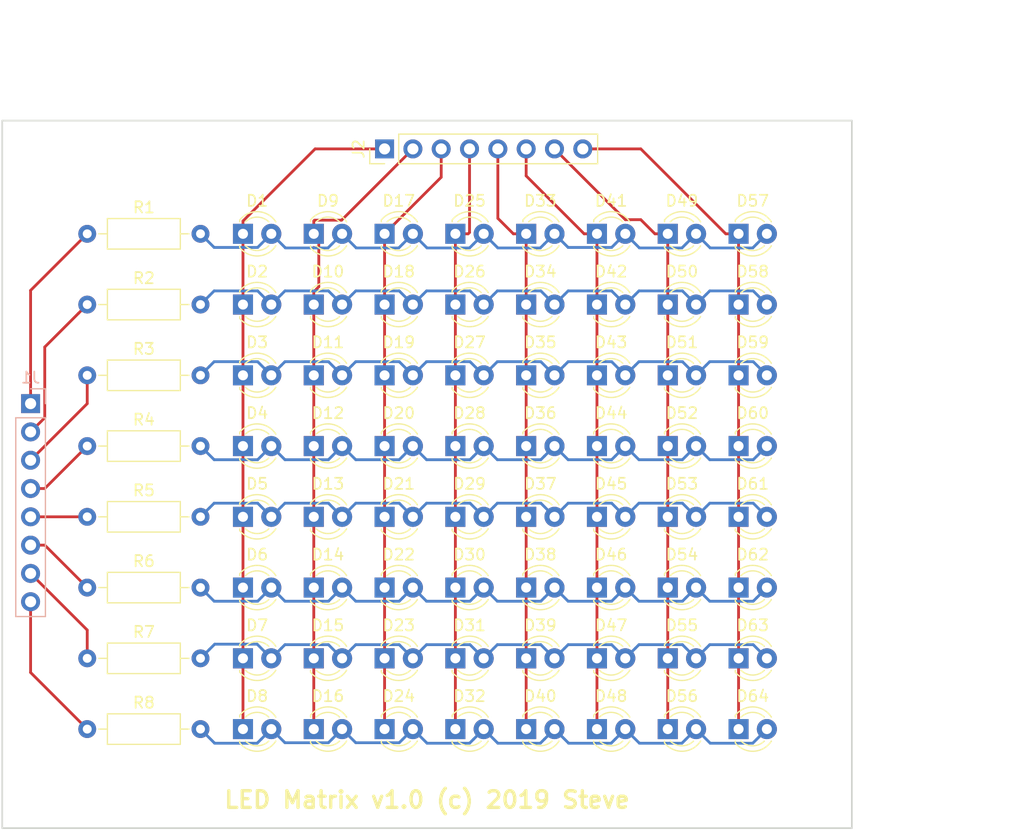
<source format=kicad_pcb>
(kicad_pcb (version 20171130) (host pcbnew 5.0.2+dfsg1-1~bpo9+1)

  (general
    (thickness 1.6)
    (drawings 7)
    (tracks 320)
    (zones 0)
    (modules 74)
    (nets 25)
  )

  (page A4)
  (title_block
    (title "Simple LED Matrix")
    (date 2019-05-25)
    (rev 1.0)
    (comment 1 "Stephen Crane")
  )

  (layers
    (0 F.Cu signal)
    (31 B.Cu signal)
    (32 B.Adhes user)
    (33 F.Adhes user)
    (34 B.Paste user)
    (35 F.Paste user)
    (36 B.SilkS user)
    (37 F.SilkS user)
    (38 B.Mask user)
    (39 F.Mask user)
    (40 Dwgs.User user)
    (41 Cmts.User user)
    (42 Eco1.User user)
    (43 Eco2.User user)
    (44 Edge.Cuts user)
    (45 Margin user)
    (46 B.CrtYd user)
    (47 F.CrtYd user)
    (48 B.Fab user)
    (49 F.Fab user)
  )

  (setup
    (last_trace_width 0.25)
    (trace_clearance 0.2)
    (zone_clearance 0.508)
    (zone_45_only no)
    (trace_min 0.2)
    (segment_width 0.2)
    (edge_width 0.15)
    (via_size 0.8)
    (via_drill 0.4)
    (via_min_size 0.4)
    (via_min_drill 0.3)
    (uvia_size 0.3)
    (uvia_drill 0.1)
    (uvias_allowed no)
    (uvia_min_size 0.2)
    (uvia_min_drill 0.1)
    (pcb_text_width 0.3)
    (pcb_text_size 1.5 1.5)
    (mod_edge_width 0.15)
    (mod_text_size 1 1)
    (mod_text_width 0.15)
    (pad_size 2.5 2.5)
    (pad_drill 2.5)
    (pad_to_mask_clearance 0.051)
    (solder_mask_min_width 0.25)
    (aux_axis_origin 0 0)
    (visible_elements FFFFFF7F)
    (pcbplotparams
      (layerselection 0x010f0_ffffffff)
      (usegerberextensions true)
      (usegerberattributes false)
      (usegerberadvancedattributes false)
      (creategerberjobfile false)
      (excludeedgelayer true)
      (linewidth 0.100000)
      (plotframeref false)
      (viasonmask false)
      (mode 1)
      (useauxorigin false)
      (hpglpennumber 1)
      (hpglpenspeed 20)
      (hpglpendiameter 15.000000)
      (psnegative false)
      (psa4output false)
      (plotreference true)
      (plotvalue true)
      (plotinvisibletext false)
      (padsonsilk false)
      (subtractmaskfromsilk false)
      (outputformat 1)
      (mirror false)
      (drillshape 0)
      (scaleselection 1)
      (outputdirectory "./gerbers"))
  )

  (net 0 "")
  (net 1 "Net-(J1-Pad7)")
  (net 2 "Net-(D15-Pad2)")
  (net 3 "Net-(D14-Pad2)")
  (net 4 "Net-(J1-Pad6)")
  (net 5 "Net-(J1-Pad5)")
  (net 6 "Net-(D13-Pad2)")
  (net 7 "Net-(D12-Pad2)")
  (net 8 "Net-(J1-Pad4)")
  (net 9 "Net-(J1-Pad3)")
  (net 10 "Net-(D11-Pad2)")
  (net 11 "Net-(D10-Pad2)")
  (net 12 "Net-(J1-Pad2)")
  (net 13 "Net-(J1-Pad1)")
  (net 14 "Net-(D1-Pad2)")
  (net 15 "Net-(D16-Pad2)")
  (net 16 "Net-(J1-Pad8)")
  (net 17 "Net-(D33-Pad1)")
  (net 18 "Net-(D10-Pad1)")
  (net 19 "Net-(D17-Pad1)")
  (net 20 "Net-(D1-Pad1)")
  (net 21 "Net-(D25-Pad1)")
  (net 22 "Net-(D49-Pad1)")
  (net 23 "Net-(D41-Pad1)")
  (net 24 "Net-(D57-Pad1)")

  (net_class Default "This is the default net class."
    (clearance 0.2)
    (trace_width 0.25)
    (via_dia 0.8)
    (via_drill 0.4)
    (uvia_dia 0.3)
    (uvia_drill 0.1)
    (add_net "Net-(D1-Pad1)")
    (add_net "Net-(D1-Pad2)")
    (add_net "Net-(D10-Pad1)")
    (add_net "Net-(D10-Pad2)")
    (add_net "Net-(D11-Pad2)")
    (add_net "Net-(D12-Pad2)")
    (add_net "Net-(D13-Pad2)")
    (add_net "Net-(D14-Pad2)")
    (add_net "Net-(D15-Pad2)")
    (add_net "Net-(D16-Pad2)")
    (add_net "Net-(D17-Pad1)")
    (add_net "Net-(D25-Pad1)")
    (add_net "Net-(D33-Pad1)")
    (add_net "Net-(D41-Pad1)")
    (add_net "Net-(D49-Pad1)")
    (add_net "Net-(D57-Pad1)")
    (add_net "Net-(J1-Pad1)")
    (add_net "Net-(J1-Pad2)")
    (add_net "Net-(J1-Pad3)")
    (add_net "Net-(J1-Pad4)")
    (add_net "Net-(J1-Pad5)")
    (add_net "Net-(J1-Pad6)")
    (add_net "Net-(J1-Pad7)")
    (add_net "Net-(J1-Pad8)")
  )

  (module Connector_PinHeader_2.54mm:PinHeader_1x08_P2.54mm_Vertical (layer F.Cu) (tedit 59FED5CC) (tstamp 5CEA26B7)
    (at 88.9 27.94 90)
    (descr "Through hole straight pin header, 1x08, 2.54mm pitch, single row")
    (tags "Through hole pin header THT 1x08 2.54mm single row")
    (path /5CFEB807)
    (fp_text reference J2 (at 0 -2.33 90) (layer F.SilkS)
      (effects (font (size 1 1) (thickness 0.15)))
    )
    (fp_text value GNDs (at 0 20.11 90) (layer F.Fab)
      (effects (font (size 1 1) (thickness 0.15)))
    )
    (fp_text user %R (at 0 8.89 180) (layer F.Fab)
      (effects (font (size 1 1) (thickness 0.15)))
    )
    (fp_line (start 1.8 -1.8) (end -1.8 -1.8) (layer F.CrtYd) (width 0.05))
    (fp_line (start 1.8 19.55) (end 1.8 -1.8) (layer F.CrtYd) (width 0.05))
    (fp_line (start -1.8 19.55) (end 1.8 19.55) (layer F.CrtYd) (width 0.05))
    (fp_line (start -1.8 -1.8) (end -1.8 19.55) (layer F.CrtYd) (width 0.05))
    (fp_line (start -1.33 -1.33) (end 0 -1.33) (layer F.SilkS) (width 0.12))
    (fp_line (start -1.33 0) (end -1.33 -1.33) (layer F.SilkS) (width 0.12))
    (fp_line (start -1.33 1.27) (end 1.33 1.27) (layer F.SilkS) (width 0.12))
    (fp_line (start 1.33 1.27) (end 1.33 19.11) (layer F.SilkS) (width 0.12))
    (fp_line (start -1.33 1.27) (end -1.33 19.11) (layer F.SilkS) (width 0.12))
    (fp_line (start -1.33 19.11) (end 1.33 19.11) (layer F.SilkS) (width 0.12))
    (fp_line (start -1.27 -0.635) (end -0.635 -1.27) (layer F.Fab) (width 0.1))
    (fp_line (start -1.27 19.05) (end -1.27 -0.635) (layer F.Fab) (width 0.1))
    (fp_line (start 1.27 19.05) (end -1.27 19.05) (layer F.Fab) (width 0.1))
    (fp_line (start 1.27 -1.27) (end 1.27 19.05) (layer F.Fab) (width 0.1))
    (fp_line (start -0.635 -1.27) (end 1.27 -1.27) (layer F.Fab) (width 0.1))
    (pad 8 thru_hole oval (at 0 17.78 90) (size 1.7 1.7) (drill 1) (layers *.Cu *.Mask)
      (net 24 "Net-(D57-Pad1)"))
    (pad 7 thru_hole oval (at 0 15.24 90) (size 1.7 1.7) (drill 1) (layers *.Cu *.Mask)
      (net 22 "Net-(D49-Pad1)"))
    (pad 6 thru_hole oval (at 0 12.7 90) (size 1.7 1.7) (drill 1) (layers *.Cu *.Mask)
      (net 23 "Net-(D41-Pad1)"))
    (pad 5 thru_hole oval (at 0 10.16 90) (size 1.7 1.7) (drill 1) (layers *.Cu *.Mask)
      (net 17 "Net-(D33-Pad1)"))
    (pad 4 thru_hole oval (at 0 7.62 90) (size 1.7 1.7) (drill 1) (layers *.Cu *.Mask)
      (net 21 "Net-(D25-Pad1)"))
    (pad 3 thru_hole oval (at 0 5.08 90) (size 1.7 1.7) (drill 1) (layers *.Cu *.Mask)
      (net 19 "Net-(D17-Pad1)"))
    (pad 2 thru_hole oval (at 0 2.54 90) (size 1.7 1.7) (drill 1) (layers *.Cu *.Mask)
      (net 18 "Net-(D10-Pad1)"))
    (pad 1 thru_hole rect (at 0 0 90) (size 1.7 1.7) (drill 1) (layers *.Cu *.Mask)
      (net 20 "Net-(D1-Pad1)"))
    (model ${KISYS3DMOD}/Connector_PinHeader_2.54mm.3dshapes/PinHeader_1x08_P2.54mm_Vertical.wrl
      (at (xyz 0 0 0))
      (scale (xyz 1 1 1))
      (rotate (xyz 0 0 0))
    )
  )

  (module Connector_PinHeader_2.54mm:PinHeader_1x08_P2.54mm_Vertical (layer B.Cu) (tedit 59FED5CC) (tstamp 5CEA269C)
    (at 57.15 50.8 180)
    (descr "Through hole straight pin header, 1x08, 2.54mm pitch, single row")
    (tags "Through hole pin header THT 1x08 2.54mm single row")
    (path /5CF5CED9)
    (fp_text reference J1 (at 0 2.33 180) (layer B.SilkS)
      (effects (font (size 1 1) (thickness 0.15)) (justify mirror))
    )
    (fp_text value Anodes (at 0 -20.11 180) (layer B.Fab)
      (effects (font (size 1 1) (thickness 0.15)) (justify mirror))
    )
    (fp_line (start -0.635 1.27) (end 1.27 1.27) (layer B.Fab) (width 0.1))
    (fp_line (start 1.27 1.27) (end 1.27 -19.05) (layer B.Fab) (width 0.1))
    (fp_line (start 1.27 -19.05) (end -1.27 -19.05) (layer B.Fab) (width 0.1))
    (fp_line (start -1.27 -19.05) (end -1.27 0.635) (layer B.Fab) (width 0.1))
    (fp_line (start -1.27 0.635) (end -0.635 1.27) (layer B.Fab) (width 0.1))
    (fp_line (start -1.33 -19.11) (end 1.33 -19.11) (layer B.SilkS) (width 0.12))
    (fp_line (start -1.33 -1.27) (end -1.33 -19.11) (layer B.SilkS) (width 0.12))
    (fp_line (start 1.33 -1.27) (end 1.33 -19.11) (layer B.SilkS) (width 0.12))
    (fp_line (start -1.33 -1.27) (end 1.33 -1.27) (layer B.SilkS) (width 0.12))
    (fp_line (start -1.33 0) (end -1.33 1.33) (layer B.SilkS) (width 0.12))
    (fp_line (start -1.33 1.33) (end 0 1.33) (layer B.SilkS) (width 0.12))
    (fp_line (start -1.8 1.8) (end -1.8 -19.55) (layer B.CrtYd) (width 0.05))
    (fp_line (start -1.8 -19.55) (end 1.8 -19.55) (layer B.CrtYd) (width 0.05))
    (fp_line (start 1.8 -19.55) (end 1.8 1.8) (layer B.CrtYd) (width 0.05))
    (fp_line (start 1.8 1.8) (end -1.8 1.8) (layer B.CrtYd) (width 0.05))
    (fp_text user %R (at 0 -8.89 90) (layer B.Fab)
      (effects (font (size 1 1) (thickness 0.15)) (justify mirror))
    )
    (pad 1 thru_hole rect (at 0 0 180) (size 1.7 1.7) (drill 1) (layers *.Cu *.Mask)
      (net 13 "Net-(J1-Pad1)"))
    (pad 2 thru_hole oval (at 0 -2.54 180) (size 1.7 1.7) (drill 1) (layers *.Cu *.Mask)
      (net 12 "Net-(J1-Pad2)"))
    (pad 3 thru_hole oval (at 0 -5.08 180) (size 1.7 1.7) (drill 1) (layers *.Cu *.Mask)
      (net 9 "Net-(J1-Pad3)"))
    (pad 4 thru_hole oval (at 0 -7.62 180) (size 1.7 1.7) (drill 1) (layers *.Cu *.Mask)
      (net 8 "Net-(J1-Pad4)"))
    (pad 5 thru_hole oval (at 0 -10.16 180) (size 1.7 1.7) (drill 1) (layers *.Cu *.Mask)
      (net 5 "Net-(J1-Pad5)"))
    (pad 6 thru_hole oval (at 0 -12.7 180) (size 1.7 1.7) (drill 1) (layers *.Cu *.Mask)
      (net 4 "Net-(J1-Pad6)"))
    (pad 7 thru_hole oval (at 0 -15.24 180) (size 1.7 1.7) (drill 1) (layers *.Cu *.Mask)
      (net 1 "Net-(J1-Pad7)"))
    (pad 8 thru_hole oval (at 0 -17.78 180) (size 1.7 1.7) (drill 1) (layers *.Cu *.Mask)
      (net 16 "Net-(J1-Pad8)"))
    (model ${KISYS3DMOD}/Connector_PinHeader_2.54mm.3dshapes/PinHeader_1x08_P2.54mm_Vertical.wrl
      (at (xyz 0 0 0))
      (scale (xyz 1 1 1))
      (rotate (xyz 0 0 0))
    )
  )

  (module LED_THT:LED_D3.0mm (layer F.Cu) (tedit 587A3A7B) (tstamp 5CF190A8)
    (at 107.95 35.56)
    (descr "LED, diameter 3.0mm, 2 pins")
    (tags "LED diameter 3.0mm 2 pins")
    (path /5CE411FE)
    (fp_text reference D41 (at 1.27 -2.96) (layer F.SilkS)
      (effects (font (size 1 1) (thickness 0.15)))
    )
    (fp_text value LED_ALT (at 1.27 2.96) (layer F.Fab) hide
      (effects (font (size 1 1) (thickness 0.15)))
    )
    (fp_line (start 3.7 -2.25) (end -1.15 -2.25) (layer F.CrtYd) (width 0.05))
    (fp_line (start 3.7 2.25) (end 3.7 -2.25) (layer F.CrtYd) (width 0.05))
    (fp_line (start -1.15 2.25) (end 3.7 2.25) (layer F.CrtYd) (width 0.05))
    (fp_line (start -1.15 -2.25) (end -1.15 2.25) (layer F.CrtYd) (width 0.05))
    (fp_line (start -0.29 1.08) (end -0.29 1.236) (layer F.SilkS) (width 0.12))
    (fp_line (start -0.29 -1.236) (end -0.29 -1.08) (layer F.SilkS) (width 0.12))
    (fp_line (start -0.23 -1.16619) (end -0.23 1.16619) (layer F.Fab) (width 0.1))
    (fp_circle (center 1.27 0) (end 2.77 0) (layer F.Fab) (width 0.1))
    (fp_arc (start 1.27 0) (end 0.229039 1.08) (angle -87.9) (layer F.SilkS) (width 0.12))
    (fp_arc (start 1.27 0) (end 0.229039 -1.08) (angle 87.9) (layer F.SilkS) (width 0.12))
    (fp_arc (start 1.27 0) (end -0.29 1.235516) (angle -108.8) (layer F.SilkS) (width 0.12))
    (fp_arc (start 1.27 0) (end -0.29 -1.235516) (angle 108.8) (layer F.SilkS) (width 0.12))
    (fp_arc (start 1.27 0) (end -0.23 -1.16619) (angle 284.3) (layer F.Fab) (width 0.1))
    (pad 2 thru_hole circle (at 2.54 0) (size 1.8 1.8) (drill 0.9) (layers *.Cu *.Mask)
      (net 14 "Net-(D1-Pad2)"))
    (pad 1 thru_hole rect (at 0 0) (size 1.8 1.8) (drill 0.9) (layers *.Cu *.Mask)
      (net 23 "Net-(D41-Pad1)"))
    (model ${KISYS3DMOD}/LED_THT.3dshapes/LED_D3.0mm.wrl
      (at (xyz 0 0 0))
      (scale (xyz 1 1 1))
      (rotate (xyz 0 0 0))
    )
  )

  (module LED_THT:LED_D3.0mm (layer F.Cu) (tedit 587A3A7B) (tstamp 5CF19095)
    (at 107.95 41.91)
    (descr "LED, diameter 3.0mm, 2 pins")
    (tags "LED diameter 3.0mm 2 pins")
    (path /5CE422AF)
    (fp_text reference D42 (at 1.27 -2.96) (layer F.SilkS)
      (effects (font (size 1 1) (thickness 0.15)))
    )
    (fp_text value LED_ALT (at 1.27 2.96) (layer F.Fab) hide
      (effects (font (size 1 1) (thickness 0.15)))
    )
    (fp_arc (start 1.27 0) (end -0.23 -1.16619) (angle 284.3) (layer F.Fab) (width 0.1))
    (fp_arc (start 1.27 0) (end -0.29 -1.235516) (angle 108.8) (layer F.SilkS) (width 0.12))
    (fp_arc (start 1.27 0) (end -0.29 1.235516) (angle -108.8) (layer F.SilkS) (width 0.12))
    (fp_arc (start 1.27 0) (end 0.229039 -1.08) (angle 87.9) (layer F.SilkS) (width 0.12))
    (fp_arc (start 1.27 0) (end 0.229039 1.08) (angle -87.9) (layer F.SilkS) (width 0.12))
    (fp_circle (center 1.27 0) (end 2.77 0) (layer F.Fab) (width 0.1))
    (fp_line (start -0.23 -1.16619) (end -0.23 1.16619) (layer F.Fab) (width 0.1))
    (fp_line (start -0.29 -1.236) (end -0.29 -1.08) (layer F.SilkS) (width 0.12))
    (fp_line (start -0.29 1.08) (end -0.29 1.236) (layer F.SilkS) (width 0.12))
    (fp_line (start -1.15 -2.25) (end -1.15 2.25) (layer F.CrtYd) (width 0.05))
    (fp_line (start -1.15 2.25) (end 3.7 2.25) (layer F.CrtYd) (width 0.05))
    (fp_line (start 3.7 2.25) (end 3.7 -2.25) (layer F.CrtYd) (width 0.05))
    (fp_line (start 3.7 -2.25) (end -1.15 -2.25) (layer F.CrtYd) (width 0.05))
    (pad 1 thru_hole rect (at 0 0) (size 1.8 1.8) (drill 0.9) (layers *.Cu *.Mask)
      (net 23 "Net-(D41-Pad1)"))
    (pad 2 thru_hole circle (at 2.54 0) (size 1.8 1.8) (drill 0.9) (layers *.Cu *.Mask)
      (net 11 "Net-(D10-Pad2)"))
    (model ${KISYS3DMOD}/LED_THT.3dshapes/LED_D3.0mm.wrl
      (at (xyz 0 0 0))
      (scale (xyz 1 1 1))
      (rotate (xyz 0 0 0))
    )
  )

  (module LED_THT:LED_D3.0mm (layer F.Cu) (tedit 587A3A7B) (tstamp 5CF191C5)
    (at 120.65 41.91)
    (descr "LED, diameter 3.0mm, 2 pins")
    (tags "LED diameter 3.0mm 2 pins")
    (path /5D01F79D)
    (fp_text reference D58 (at 1.27 -2.96) (layer F.SilkS)
      (effects (font (size 1 1) (thickness 0.15)))
    )
    (fp_text value LED_ALT (at 1.27 2.96) (layer F.Fab) hide
      (effects (font (size 1 1) (thickness 0.15)))
    )
    (fp_arc (start 1.27 0) (end -0.23 -1.16619) (angle 284.3) (layer F.Fab) (width 0.1))
    (fp_arc (start 1.27 0) (end -0.29 -1.235516) (angle 108.8) (layer F.SilkS) (width 0.12))
    (fp_arc (start 1.27 0) (end -0.29 1.235516) (angle -108.8) (layer F.SilkS) (width 0.12))
    (fp_arc (start 1.27 0) (end 0.229039 -1.08) (angle 87.9) (layer F.SilkS) (width 0.12))
    (fp_arc (start 1.27 0) (end 0.229039 1.08) (angle -87.9) (layer F.SilkS) (width 0.12))
    (fp_circle (center 1.27 0) (end 2.77 0) (layer F.Fab) (width 0.1))
    (fp_line (start -0.23 -1.16619) (end -0.23 1.16619) (layer F.Fab) (width 0.1))
    (fp_line (start -0.29 -1.236) (end -0.29 -1.08) (layer F.SilkS) (width 0.12))
    (fp_line (start -0.29 1.08) (end -0.29 1.236) (layer F.SilkS) (width 0.12))
    (fp_line (start -1.15 -2.25) (end -1.15 2.25) (layer F.CrtYd) (width 0.05))
    (fp_line (start -1.15 2.25) (end 3.7 2.25) (layer F.CrtYd) (width 0.05))
    (fp_line (start 3.7 2.25) (end 3.7 -2.25) (layer F.CrtYd) (width 0.05))
    (fp_line (start 3.7 -2.25) (end -1.15 -2.25) (layer F.CrtYd) (width 0.05))
    (pad 1 thru_hole rect (at 0 0) (size 1.8 1.8) (drill 0.9) (layers *.Cu *.Mask)
      (net 24 "Net-(D57-Pad1)"))
    (pad 2 thru_hole circle (at 2.54 0) (size 1.8 1.8) (drill 0.9) (layers *.Cu *.Mask)
      (net 11 "Net-(D10-Pad2)"))
    (model ${KISYS3DMOD}/LED_THT.3dshapes/LED_D3.0mm.wrl
      (at (xyz 0 0 0))
      (scale (xyz 1 1 1))
      (rotate (xyz 0 0 0))
    )
  )

  (module LED_THT:LED_D3.0mm (layer F.Cu) (tedit 587A3A7B) (tstamp 5CF18FEA)
    (at 114.3 41.91)
    (descr "LED, diameter 3.0mm, 2 pins")
    (tags "LED diameter 3.0mm 2 pins")
    (path /5CE422B6)
    (fp_text reference D50 (at 1.27 -2.96) (layer F.SilkS)
      (effects (font (size 1 1) (thickness 0.15)))
    )
    (fp_text value LED_ALT (at 1.27 2.96) (layer F.Fab) hide
      (effects (font (size 1 1) (thickness 0.15)))
    )
    (fp_line (start 3.7 -2.25) (end -1.15 -2.25) (layer F.CrtYd) (width 0.05))
    (fp_line (start 3.7 2.25) (end 3.7 -2.25) (layer F.CrtYd) (width 0.05))
    (fp_line (start -1.15 2.25) (end 3.7 2.25) (layer F.CrtYd) (width 0.05))
    (fp_line (start -1.15 -2.25) (end -1.15 2.25) (layer F.CrtYd) (width 0.05))
    (fp_line (start -0.29 1.08) (end -0.29 1.236) (layer F.SilkS) (width 0.12))
    (fp_line (start -0.29 -1.236) (end -0.29 -1.08) (layer F.SilkS) (width 0.12))
    (fp_line (start -0.23 -1.16619) (end -0.23 1.16619) (layer F.Fab) (width 0.1))
    (fp_circle (center 1.27 0) (end 2.77 0) (layer F.Fab) (width 0.1))
    (fp_arc (start 1.27 0) (end 0.229039 1.08) (angle -87.9) (layer F.SilkS) (width 0.12))
    (fp_arc (start 1.27 0) (end 0.229039 -1.08) (angle 87.9) (layer F.SilkS) (width 0.12))
    (fp_arc (start 1.27 0) (end -0.29 1.235516) (angle -108.8) (layer F.SilkS) (width 0.12))
    (fp_arc (start 1.27 0) (end -0.29 -1.235516) (angle 108.8) (layer F.SilkS) (width 0.12))
    (fp_arc (start 1.27 0) (end -0.23 -1.16619) (angle 284.3) (layer F.Fab) (width 0.1))
    (pad 2 thru_hole circle (at 2.54 0) (size 1.8 1.8) (drill 0.9) (layers *.Cu *.Mask)
      (net 11 "Net-(D10-Pad2)"))
    (pad 1 thru_hole rect (at 0 0) (size 1.8 1.8) (drill 0.9) (layers *.Cu *.Mask)
      (net 22 "Net-(D49-Pad1)"))
    (model ${KISYS3DMOD}/LED_THT.3dshapes/LED_D3.0mm.wrl
      (at (xyz 0 0 0))
      (scale (xyz 1 1 1))
      (rotate (xyz 0 0 0))
    )
  )

  (module LED_THT:LED_D3.0mm (layer F.Cu) (tedit 587A3A7B) (tstamp 5CF191D8)
    (at 120.65 35.56)
    (descr "LED, diameter 3.0mm, 2 pins")
    (tags "LED diameter 3.0mm 2 pins")
    (path /5D01F796)
    (fp_text reference D57 (at 1.27 -2.96) (layer F.SilkS)
      (effects (font (size 1 1) (thickness 0.15)))
    )
    (fp_text value LED_ALT (at 1.27 2.96) (layer F.Fab) hide
      (effects (font (size 1 1) (thickness 0.15)))
    )
    (fp_line (start 3.7 -2.25) (end -1.15 -2.25) (layer F.CrtYd) (width 0.05))
    (fp_line (start 3.7 2.25) (end 3.7 -2.25) (layer F.CrtYd) (width 0.05))
    (fp_line (start -1.15 2.25) (end 3.7 2.25) (layer F.CrtYd) (width 0.05))
    (fp_line (start -1.15 -2.25) (end -1.15 2.25) (layer F.CrtYd) (width 0.05))
    (fp_line (start -0.29 1.08) (end -0.29 1.236) (layer F.SilkS) (width 0.12))
    (fp_line (start -0.29 -1.236) (end -0.29 -1.08) (layer F.SilkS) (width 0.12))
    (fp_line (start -0.23 -1.16619) (end -0.23 1.16619) (layer F.Fab) (width 0.1))
    (fp_circle (center 1.27 0) (end 2.77 0) (layer F.Fab) (width 0.1))
    (fp_arc (start 1.27 0) (end 0.229039 1.08) (angle -87.9) (layer F.SilkS) (width 0.12))
    (fp_arc (start 1.27 0) (end 0.229039 -1.08) (angle 87.9) (layer F.SilkS) (width 0.12))
    (fp_arc (start 1.27 0) (end -0.29 1.235516) (angle -108.8) (layer F.SilkS) (width 0.12))
    (fp_arc (start 1.27 0) (end -0.29 -1.235516) (angle 108.8) (layer F.SilkS) (width 0.12))
    (fp_arc (start 1.27 0) (end -0.23 -1.16619) (angle 284.3) (layer F.Fab) (width 0.1))
    (pad 2 thru_hole circle (at 2.54 0) (size 1.8 1.8) (drill 0.9) (layers *.Cu *.Mask)
      (net 14 "Net-(D1-Pad2)"))
    (pad 1 thru_hole rect (at 0 0) (size 1.8 1.8) (drill 0.9) (layers *.Cu *.Mask)
      (net 24 "Net-(D57-Pad1)"))
    (model ${KISYS3DMOD}/LED_THT.3dshapes/LED_D3.0mm.wrl
      (at (xyz 0 0 0))
      (scale (xyz 1 1 1))
      (rotate (xyz 0 0 0))
    )
  )

  (module LED_THT:LED_D3.0mm (layer F.Cu) (tedit 587A3A7B) (tstamp 5CF19010)
    (at 114.3 35.56)
    (descr "LED, diameter 3.0mm, 2 pins")
    (tags "LED diameter 3.0mm 2 pins")
    (path /5CE41234)
    (fp_text reference D49 (at 1.27 -2.96) (layer F.SilkS)
      (effects (font (size 1 1) (thickness 0.15)))
    )
    (fp_text value LED_ALT (at 1.27 2.96) (layer F.Fab) hide
      (effects (font (size 1 1) (thickness 0.15)))
    )
    (fp_line (start 3.7 -2.25) (end -1.15 -2.25) (layer F.CrtYd) (width 0.05))
    (fp_line (start 3.7 2.25) (end 3.7 -2.25) (layer F.CrtYd) (width 0.05))
    (fp_line (start -1.15 2.25) (end 3.7 2.25) (layer F.CrtYd) (width 0.05))
    (fp_line (start -1.15 -2.25) (end -1.15 2.25) (layer F.CrtYd) (width 0.05))
    (fp_line (start -0.29 1.08) (end -0.29 1.236) (layer F.SilkS) (width 0.12))
    (fp_line (start -0.29 -1.236) (end -0.29 -1.08) (layer F.SilkS) (width 0.12))
    (fp_line (start -0.23 -1.16619) (end -0.23 1.16619) (layer F.Fab) (width 0.1))
    (fp_circle (center 1.27 0) (end 2.77 0) (layer F.Fab) (width 0.1))
    (fp_arc (start 1.27 0) (end 0.229039 1.08) (angle -87.9) (layer F.SilkS) (width 0.12))
    (fp_arc (start 1.27 0) (end 0.229039 -1.08) (angle 87.9) (layer F.SilkS) (width 0.12))
    (fp_arc (start 1.27 0) (end -0.29 1.235516) (angle -108.8) (layer F.SilkS) (width 0.12))
    (fp_arc (start 1.27 0) (end -0.29 -1.235516) (angle 108.8) (layer F.SilkS) (width 0.12))
    (fp_arc (start 1.27 0) (end -0.23 -1.16619) (angle 284.3) (layer F.Fab) (width 0.1))
    (pad 2 thru_hole circle (at 2.54 0) (size 1.8 1.8) (drill 0.9) (layers *.Cu *.Mask)
      (net 14 "Net-(D1-Pad2)"))
    (pad 1 thru_hole rect (at 0 0) (size 1.8 1.8) (drill 0.9) (layers *.Cu *.Mask)
      (net 22 "Net-(D49-Pad1)"))
    (model ${KISYS3DMOD}/LED_THT.3dshapes/LED_D3.0mm.wrl
      (at (xyz 0 0 0))
      (scale (xyz 1 1 1))
      (rotate (xyz 0 0 0))
    )
  )

  (module LED_THT:LED_D3.0mm (layer F.Cu) (tedit 587A3A7B) (tstamp 5CF19224)
    (at 114.3 54.61)
    (descr "LED, diameter 3.0mm, 2 pins")
    (tags "LED diameter 3.0mm 2 pins")
    (path /5CE42F19)
    (fp_text reference D52 (at 1.27 -2.96) (layer F.SilkS)
      (effects (font (size 1 1) (thickness 0.15)))
    )
    (fp_text value LED_ALT (at 1.27 2.96) (layer F.Fab) hide
      (effects (font (size 1 1) (thickness 0.15)))
    )
    (fp_line (start 3.7 -2.25) (end -1.15 -2.25) (layer F.CrtYd) (width 0.05))
    (fp_line (start 3.7 2.25) (end 3.7 -2.25) (layer F.CrtYd) (width 0.05))
    (fp_line (start -1.15 2.25) (end 3.7 2.25) (layer F.CrtYd) (width 0.05))
    (fp_line (start -1.15 -2.25) (end -1.15 2.25) (layer F.CrtYd) (width 0.05))
    (fp_line (start -0.29 1.08) (end -0.29 1.236) (layer F.SilkS) (width 0.12))
    (fp_line (start -0.29 -1.236) (end -0.29 -1.08) (layer F.SilkS) (width 0.12))
    (fp_line (start -0.23 -1.16619) (end -0.23 1.16619) (layer F.Fab) (width 0.1))
    (fp_circle (center 1.27 0) (end 2.77 0) (layer F.Fab) (width 0.1))
    (fp_arc (start 1.27 0) (end 0.229039 1.08) (angle -87.9) (layer F.SilkS) (width 0.12))
    (fp_arc (start 1.27 0) (end 0.229039 -1.08) (angle 87.9) (layer F.SilkS) (width 0.12))
    (fp_arc (start 1.27 0) (end -0.29 1.235516) (angle -108.8) (layer F.SilkS) (width 0.12))
    (fp_arc (start 1.27 0) (end -0.29 -1.235516) (angle 108.8) (layer F.SilkS) (width 0.12))
    (fp_arc (start 1.27 0) (end -0.23 -1.16619) (angle 284.3) (layer F.Fab) (width 0.1))
    (pad 2 thru_hole circle (at 2.54 0) (size 1.8 1.8) (drill 0.9) (layers *.Cu *.Mask)
      (net 7 "Net-(D12-Pad2)"))
    (pad 1 thru_hole rect (at 0 0) (size 1.8 1.8) (drill 0.9) (layers *.Cu *.Mask)
      (net 22 "Net-(D49-Pad1)"))
    (model ${KISYS3DMOD}/LED_THT.3dshapes/LED_D3.0mm.wrl
      (at (xyz 0 0 0))
      (scale (xyz 1 1 1))
      (rotate (xyz 0 0 0))
    )
  )

  (module LED_THT:LED_D3.0mm (layer F.Cu) (tedit 587A3A7B) (tstamp 5CF19211)
    (at 114.3 67.31)
    (descr "LED, diameter 3.0mm, 2 pins")
    (tags "LED diameter 3.0mm 2 pins")
    (path /5CE4375B)
    (fp_text reference D54 (at 1.27 -2.96) (layer F.SilkS)
      (effects (font (size 1 1) (thickness 0.15)))
    )
    (fp_text value LED_ALT (at 1.27 2.96) (layer F.Fab) hide
      (effects (font (size 1 1) (thickness 0.15)))
    )
    (fp_arc (start 1.27 0) (end -0.23 -1.16619) (angle 284.3) (layer F.Fab) (width 0.1))
    (fp_arc (start 1.27 0) (end -0.29 -1.235516) (angle 108.8) (layer F.SilkS) (width 0.12))
    (fp_arc (start 1.27 0) (end -0.29 1.235516) (angle -108.8) (layer F.SilkS) (width 0.12))
    (fp_arc (start 1.27 0) (end 0.229039 -1.08) (angle 87.9) (layer F.SilkS) (width 0.12))
    (fp_arc (start 1.27 0) (end 0.229039 1.08) (angle -87.9) (layer F.SilkS) (width 0.12))
    (fp_circle (center 1.27 0) (end 2.77 0) (layer F.Fab) (width 0.1))
    (fp_line (start -0.23 -1.16619) (end -0.23 1.16619) (layer F.Fab) (width 0.1))
    (fp_line (start -0.29 -1.236) (end -0.29 -1.08) (layer F.SilkS) (width 0.12))
    (fp_line (start -0.29 1.08) (end -0.29 1.236) (layer F.SilkS) (width 0.12))
    (fp_line (start -1.15 -2.25) (end -1.15 2.25) (layer F.CrtYd) (width 0.05))
    (fp_line (start -1.15 2.25) (end 3.7 2.25) (layer F.CrtYd) (width 0.05))
    (fp_line (start 3.7 2.25) (end 3.7 -2.25) (layer F.CrtYd) (width 0.05))
    (fp_line (start 3.7 -2.25) (end -1.15 -2.25) (layer F.CrtYd) (width 0.05))
    (pad 1 thru_hole rect (at 0 0) (size 1.8 1.8) (drill 0.9) (layers *.Cu *.Mask)
      (net 22 "Net-(D49-Pad1)"))
    (pad 2 thru_hole circle (at 2.54 0) (size 1.8 1.8) (drill 0.9) (layers *.Cu *.Mask)
      (net 3 "Net-(D14-Pad2)"))
    (model ${KISYS3DMOD}/LED_THT.3dshapes/LED_D3.0mm.wrl
      (at (xyz 0 0 0))
      (scale (xyz 1 1 1))
      (rotate (xyz 0 0 0))
    )
  )

  (module LED_THT:LED_D3.0mm (layer F.Cu) (tedit 587A3A7B) (tstamp 5CF191FE)
    (at 114.3 73.66)
    (descr "LED, diameter 3.0mm, 2 pins")
    (tags "LED diameter 3.0mm 2 pins")
    (path /5CE4469D)
    (fp_text reference D55 (at 1.27 -2.96) (layer F.SilkS)
      (effects (font (size 1 1) (thickness 0.15)))
    )
    (fp_text value LED_ALT (at 1.27 2.96) (layer F.Fab) hide
      (effects (font (size 1 1) (thickness 0.15)))
    )
    (fp_line (start 3.7 -2.25) (end -1.15 -2.25) (layer F.CrtYd) (width 0.05))
    (fp_line (start 3.7 2.25) (end 3.7 -2.25) (layer F.CrtYd) (width 0.05))
    (fp_line (start -1.15 2.25) (end 3.7 2.25) (layer F.CrtYd) (width 0.05))
    (fp_line (start -1.15 -2.25) (end -1.15 2.25) (layer F.CrtYd) (width 0.05))
    (fp_line (start -0.29 1.08) (end -0.29 1.236) (layer F.SilkS) (width 0.12))
    (fp_line (start -0.29 -1.236) (end -0.29 -1.08) (layer F.SilkS) (width 0.12))
    (fp_line (start -0.23 -1.16619) (end -0.23 1.16619) (layer F.Fab) (width 0.1))
    (fp_circle (center 1.27 0) (end 2.77 0) (layer F.Fab) (width 0.1))
    (fp_arc (start 1.27 0) (end 0.229039 1.08) (angle -87.9) (layer F.SilkS) (width 0.12))
    (fp_arc (start 1.27 0) (end 0.229039 -1.08) (angle 87.9) (layer F.SilkS) (width 0.12))
    (fp_arc (start 1.27 0) (end -0.29 1.235516) (angle -108.8) (layer F.SilkS) (width 0.12))
    (fp_arc (start 1.27 0) (end -0.29 -1.235516) (angle 108.8) (layer F.SilkS) (width 0.12))
    (fp_arc (start 1.27 0) (end -0.23 -1.16619) (angle 284.3) (layer F.Fab) (width 0.1))
    (pad 2 thru_hole circle (at 2.54 0) (size 1.8 1.8) (drill 0.9) (layers *.Cu *.Mask)
      (net 2 "Net-(D15-Pad2)"))
    (pad 1 thru_hole rect (at 0 0) (size 1.8 1.8) (drill 0.9) (layers *.Cu *.Mask)
      (net 22 "Net-(D49-Pad1)"))
    (model ${KISYS3DMOD}/LED_THT.3dshapes/LED_D3.0mm.wrl
      (at (xyz 0 0 0))
      (scale (xyz 1 1 1))
      (rotate (xyz 0 0 0))
    )
  )

  (module LED_THT:LED_D3.0mm (layer F.Cu) (tedit 587A3A7B) (tstamp 5CF191EB)
    (at 114.3 80.01)
    (descr "LED, diameter 3.0mm, 2 pins")
    (tags "LED diameter 3.0mm 2 pins")
    (path /5CE44848)
    (fp_text reference D56 (at 1.27 -2.96) (layer F.SilkS)
      (effects (font (size 1 1) (thickness 0.15)))
    )
    (fp_text value LED_ALT (at 1.27 2.96) (layer F.Fab) hide
      (effects (font (size 1 1) (thickness 0.15)))
    )
    (fp_arc (start 1.27 0) (end -0.23 -1.16619) (angle 284.3) (layer F.Fab) (width 0.1))
    (fp_arc (start 1.27 0) (end -0.29 -1.235516) (angle 108.8) (layer F.SilkS) (width 0.12))
    (fp_arc (start 1.27 0) (end -0.29 1.235516) (angle -108.8) (layer F.SilkS) (width 0.12))
    (fp_arc (start 1.27 0) (end 0.229039 -1.08) (angle 87.9) (layer F.SilkS) (width 0.12))
    (fp_arc (start 1.27 0) (end 0.229039 1.08) (angle -87.9) (layer F.SilkS) (width 0.12))
    (fp_circle (center 1.27 0) (end 2.77 0) (layer F.Fab) (width 0.1))
    (fp_line (start -0.23 -1.16619) (end -0.23 1.16619) (layer F.Fab) (width 0.1))
    (fp_line (start -0.29 -1.236) (end -0.29 -1.08) (layer F.SilkS) (width 0.12))
    (fp_line (start -0.29 1.08) (end -0.29 1.236) (layer F.SilkS) (width 0.12))
    (fp_line (start -1.15 -2.25) (end -1.15 2.25) (layer F.CrtYd) (width 0.05))
    (fp_line (start -1.15 2.25) (end 3.7 2.25) (layer F.CrtYd) (width 0.05))
    (fp_line (start 3.7 2.25) (end 3.7 -2.25) (layer F.CrtYd) (width 0.05))
    (fp_line (start 3.7 -2.25) (end -1.15 -2.25) (layer F.CrtYd) (width 0.05))
    (pad 1 thru_hole rect (at 0 0) (size 1.8 1.8) (drill 0.9) (layers *.Cu *.Mask)
      (net 22 "Net-(D49-Pad1)"))
    (pad 2 thru_hole circle (at 2.54 0) (size 1.8 1.8) (drill 0.9) (layers *.Cu *.Mask)
      (net 15 "Net-(D16-Pad2)"))
    (model ${KISYS3DMOD}/LED_THT.3dshapes/LED_D3.0mm.wrl
      (at (xyz 0 0 0))
      (scale (xyz 1 1 1))
      (rotate (xyz 0 0 0))
    )
  )

  (module LED_THT:LED_D3.0mm (layer F.Cu) (tedit 587A3A7B) (tstamp 5CF191B2)
    (at 120.65 48.26)
    (descr "LED, diameter 3.0mm, 2 pins")
    (tags "LED diameter 3.0mm 2 pins")
    (path /5D01F7A4)
    (fp_text reference D59 (at 1.27 -2.96) (layer F.SilkS)
      (effects (font (size 1 1) (thickness 0.15)))
    )
    (fp_text value LED_ALT (at 1.27 2.96) (layer F.Fab) hide
      (effects (font (size 1 1) (thickness 0.15)))
    )
    (fp_line (start 3.7 -2.25) (end -1.15 -2.25) (layer F.CrtYd) (width 0.05))
    (fp_line (start 3.7 2.25) (end 3.7 -2.25) (layer F.CrtYd) (width 0.05))
    (fp_line (start -1.15 2.25) (end 3.7 2.25) (layer F.CrtYd) (width 0.05))
    (fp_line (start -1.15 -2.25) (end -1.15 2.25) (layer F.CrtYd) (width 0.05))
    (fp_line (start -0.29 1.08) (end -0.29 1.236) (layer F.SilkS) (width 0.12))
    (fp_line (start -0.29 -1.236) (end -0.29 -1.08) (layer F.SilkS) (width 0.12))
    (fp_line (start -0.23 -1.16619) (end -0.23 1.16619) (layer F.Fab) (width 0.1))
    (fp_circle (center 1.27 0) (end 2.77 0) (layer F.Fab) (width 0.1))
    (fp_arc (start 1.27 0) (end 0.229039 1.08) (angle -87.9) (layer F.SilkS) (width 0.12))
    (fp_arc (start 1.27 0) (end 0.229039 -1.08) (angle 87.9) (layer F.SilkS) (width 0.12))
    (fp_arc (start 1.27 0) (end -0.29 1.235516) (angle -108.8) (layer F.SilkS) (width 0.12))
    (fp_arc (start 1.27 0) (end -0.29 -1.235516) (angle 108.8) (layer F.SilkS) (width 0.12))
    (fp_arc (start 1.27 0) (end -0.23 -1.16619) (angle 284.3) (layer F.Fab) (width 0.1))
    (pad 2 thru_hole circle (at 2.54 0) (size 1.8 1.8) (drill 0.9) (layers *.Cu *.Mask)
      (net 10 "Net-(D11-Pad2)"))
    (pad 1 thru_hole rect (at 0 0) (size 1.8 1.8) (drill 0.9) (layers *.Cu *.Mask)
      (net 24 "Net-(D57-Pad1)"))
    (model ${KISYS3DMOD}/LED_THT.3dshapes/LED_D3.0mm.wrl
      (at (xyz 0 0 0))
      (scale (xyz 1 1 1))
      (rotate (xyz 0 0 0))
    )
  )

  (module LED_THT:LED_D3.0mm (layer F.Cu) (tedit 587A3A7B) (tstamp 5CF1919F)
    (at 120.65 54.61)
    (descr "LED, diameter 3.0mm, 2 pins")
    (tags "LED diameter 3.0mm 2 pins")
    (path /5D01F7AB)
    (fp_text reference D60 (at 1.27 -2.96) (layer F.SilkS)
      (effects (font (size 1 1) (thickness 0.15)))
    )
    (fp_text value LED_ALT (at 1.27 2.96) (layer F.Fab) hide
      (effects (font (size 1 1) (thickness 0.15)))
    )
    (fp_arc (start 1.27 0) (end -0.23 -1.16619) (angle 284.3) (layer F.Fab) (width 0.1))
    (fp_arc (start 1.27 0) (end -0.29 -1.235516) (angle 108.8) (layer F.SilkS) (width 0.12))
    (fp_arc (start 1.27 0) (end -0.29 1.235516) (angle -108.8) (layer F.SilkS) (width 0.12))
    (fp_arc (start 1.27 0) (end 0.229039 -1.08) (angle 87.9) (layer F.SilkS) (width 0.12))
    (fp_arc (start 1.27 0) (end 0.229039 1.08) (angle -87.9) (layer F.SilkS) (width 0.12))
    (fp_circle (center 1.27 0) (end 2.77 0) (layer F.Fab) (width 0.1))
    (fp_line (start -0.23 -1.16619) (end -0.23 1.16619) (layer F.Fab) (width 0.1))
    (fp_line (start -0.29 -1.236) (end -0.29 -1.08) (layer F.SilkS) (width 0.12))
    (fp_line (start -0.29 1.08) (end -0.29 1.236) (layer F.SilkS) (width 0.12))
    (fp_line (start -1.15 -2.25) (end -1.15 2.25) (layer F.CrtYd) (width 0.05))
    (fp_line (start -1.15 2.25) (end 3.7 2.25) (layer F.CrtYd) (width 0.05))
    (fp_line (start 3.7 2.25) (end 3.7 -2.25) (layer F.CrtYd) (width 0.05))
    (fp_line (start 3.7 -2.25) (end -1.15 -2.25) (layer F.CrtYd) (width 0.05))
    (pad 1 thru_hole rect (at 0 0) (size 1.8 1.8) (drill 0.9) (layers *.Cu *.Mask)
      (net 24 "Net-(D57-Pad1)"))
    (pad 2 thru_hole circle (at 2.54 0) (size 1.8 1.8) (drill 0.9) (layers *.Cu *.Mask)
      (net 7 "Net-(D12-Pad2)"))
    (model ${KISYS3DMOD}/LED_THT.3dshapes/LED_D3.0mm.wrl
      (at (xyz 0 0 0))
      (scale (xyz 1 1 1))
      (rotate (xyz 0 0 0))
    )
  )

  (module LED_THT:LED_D3.0mm (layer F.Cu) (tedit 587A3A7B) (tstamp 5CF1918C)
    (at 120.65 60.96)
    (descr "LED, diameter 3.0mm, 2 pins")
    (tags "LED diameter 3.0mm 2 pins")
    (path /5D01F7B2)
    (fp_text reference D61 (at 1.27 -2.96) (layer F.SilkS)
      (effects (font (size 1 1) (thickness 0.15)))
    )
    (fp_text value LED_ALT (at 1.27 2.96) (layer F.Fab) hide
      (effects (font (size 1 1) (thickness 0.15)))
    )
    (fp_line (start 3.7 -2.25) (end -1.15 -2.25) (layer F.CrtYd) (width 0.05))
    (fp_line (start 3.7 2.25) (end 3.7 -2.25) (layer F.CrtYd) (width 0.05))
    (fp_line (start -1.15 2.25) (end 3.7 2.25) (layer F.CrtYd) (width 0.05))
    (fp_line (start -1.15 -2.25) (end -1.15 2.25) (layer F.CrtYd) (width 0.05))
    (fp_line (start -0.29 1.08) (end -0.29 1.236) (layer F.SilkS) (width 0.12))
    (fp_line (start -0.29 -1.236) (end -0.29 -1.08) (layer F.SilkS) (width 0.12))
    (fp_line (start -0.23 -1.16619) (end -0.23 1.16619) (layer F.Fab) (width 0.1))
    (fp_circle (center 1.27 0) (end 2.77 0) (layer F.Fab) (width 0.1))
    (fp_arc (start 1.27 0) (end 0.229039 1.08) (angle -87.9) (layer F.SilkS) (width 0.12))
    (fp_arc (start 1.27 0) (end 0.229039 -1.08) (angle 87.9) (layer F.SilkS) (width 0.12))
    (fp_arc (start 1.27 0) (end -0.29 1.235516) (angle -108.8) (layer F.SilkS) (width 0.12))
    (fp_arc (start 1.27 0) (end -0.29 -1.235516) (angle 108.8) (layer F.SilkS) (width 0.12))
    (fp_arc (start 1.27 0) (end -0.23 -1.16619) (angle 284.3) (layer F.Fab) (width 0.1))
    (pad 2 thru_hole circle (at 2.54 0) (size 1.8 1.8) (drill 0.9) (layers *.Cu *.Mask)
      (net 6 "Net-(D13-Pad2)"))
    (pad 1 thru_hole rect (at 0 0) (size 1.8 1.8) (drill 0.9) (layers *.Cu *.Mask)
      (net 24 "Net-(D57-Pad1)"))
    (model ${KISYS3DMOD}/LED_THT.3dshapes/LED_D3.0mm.wrl
      (at (xyz 0 0 0))
      (scale (xyz 1 1 1))
      (rotate (xyz 0 0 0))
    )
  )

  (module LED_THT:LED_D3.0mm (layer F.Cu) (tedit 587A3A7B) (tstamp 5CF19179)
    (at 120.65 67.31)
    (descr "LED, diameter 3.0mm, 2 pins")
    (tags "LED diameter 3.0mm 2 pins")
    (path /5D01F7B9)
    (fp_text reference D62 (at 1.27 -2.96) (layer F.SilkS)
      (effects (font (size 1 1) (thickness 0.15)))
    )
    (fp_text value LED_ALT (at 1.27 2.96) (layer F.Fab) hide
      (effects (font (size 1 1) (thickness 0.15)))
    )
    (fp_arc (start 1.27 0) (end -0.23 -1.16619) (angle 284.3) (layer F.Fab) (width 0.1))
    (fp_arc (start 1.27 0) (end -0.29 -1.235516) (angle 108.8) (layer F.SilkS) (width 0.12))
    (fp_arc (start 1.27 0) (end -0.29 1.235516) (angle -108.8) (layer F.SilkS) (width 0.12))
    (fp_arc (start 1.27 0) (end 0.229039 -1.08) (angle 87.9) (layer F.SilkS) (width 0.12))
    (fp_arc (start 1.27 0) (end 0.229039 1.08) (angle -87.9) (layer F.SilkS) (width 0.12))
    (fp_circle (center 1.27 0) (end 2.77 0) (layer F.Fab) (width 0.1))
    (fp_line (start -0.23 -1.16619) (end -0.23 1.16619) (layer F.Fab) (width 0.1))
    (fp_line (start -0.29 -1.236) (end -0.29 -1.08) (layer F.SilkS) (width 0.12))
    (fp_line (start -0.29 1.08) (end -0.29 1.236) (layer F.SilkS) (width 0.12))
    (fp_line (start -1.15 -2.25) (end -1.15 2.25) (layer F.CrtYd) (width 0.05))
    (fp_line (start -1.15 2.25) (end 3.7 2.25) (layer F.CrtYd) (width 0.05))
    (fp_line (start 3.7 2.25) (end 3.7 -2.25) (layer F.CrtYd) (width 0.05))
    (fp_line (start 3.7 -2.25) (end -1.15 -2.25) (layer F.CrtYd) (width 0.05))
    (pad 1 thru_hole rect (at 0 0) (size 1.8 1.8) (drill 0.9) (layers *.Cu *.Mask)
      (net 24 "Net-(D57-Pad1)"))
    (pad 2 thru_hole circle (at 2.54 0) (size 1.8 1.8) (drill 0.9) (layers *.Cu *.Mask)
      (net 3 "Net-(D14-Pad2)"))
    (model ${KISYS3DMOD}/LED_THT.3dshapes/LED_D3.0mm.wrl
      (at (xyz 0 0 0))
      (scale (xyz 1 1 1))
      (rotate (xyz 0 0 0))
    )
  )

  (module LED_THT:LED_D3.0mm (layer F.Cu) (tedit 587A3A7B) (tstamp 5CF19166)
    (at 120.65 73.66)
    (descr "LED, diameter 3.0mm, 2 pins")
    (tags "LED diameter 3.0mm 2 pins")
    (path /5D01F7C0)
    (fp_text reference D63 (at 1.27 -2.96) (layer F.SilkS)
      (effects (font (size 1 1) (thickness 0.15)))
    )
    (fp_text value LED_ALT (at 1.27 2.96) (layer F.Fab) hide
      (effects (font (size 1 1) (thickness 0.15)))
    )
    (fp_line (start 3.7 -2.25) (end -1.15 -2.25) (layer F.CrtYd) (width 0.05))
    (fp_line (start 3.7 2.25) (end 3.7 -2.25) (layer F.CrtYd) (width 0.05))
    (fp_line (start -1.15 2.25) (end 3.7 2.25) (layer F.CrtYd) (width 0.05))
    (fp_line (start -1.15 -2.25) (end -1.15 2.25) (layer F.CrtYd) (width 0.05))
    (fp_line (start -0.29 1.08) (end -0.29 1.236) (layer F.SilkS) (width 0.12))
    (fp_line (start -0.29 -1.236) (end -0.29 -1.08) (layer F.SilkS) (width 0.12))
    (fp_line (start -0.23 -1.16619) (end -0.23 1.16619) (layer F.Fab) (width 0.1))
    (fp_circle (center 1.27 0) (end 2.77 0) (layer F.Fab) (width 0.1))
    (fp_arc (start 1.27 0) (end 0.229039 1.08) (angle -87.9) (layer F.SilkS) (width 0.12))
    (fp_arc (start 1.27 0) (end 0.229039 -1.08) (angle 87.9) (layer F.SilkS) (width 0.12))
    (fp_arc (start 1.27 0) (end -0.29 1.235516) (angle -108.8) (layer F.SilkS) (width 0.12))
    (fp_arc (start 1.27 0) (end -0.29 -1.235516) (angle 108.8) (layer F.SilkS) (width 0.12))
    (fp_arc (start 1.27 0) (end -0.23 -1.16619) (angle 284.3) (layer F.Fab) (width 0.1))
    (pad 2 thru_hole circle (at 2.54 0) (size 1.8 1.8) (drill 0.9) (layers *.Cu *.Mask)
      (net 2 "Net-(D15-Pad2)"))
    (pad 1 thru_hole rect (at 0 0) (size 1.8 1.8) (drill 0.9) (layers *.Cu *.Mask)
      (net 24 "Net-(D57-Pad1)"))
    (model ${KISYS3DMOD}/LED_THT.3dshapes/LED_D3.0mm.wrl
      (at (xyz 0 0 0))
      (scale (xyz 1 1 1))
      (rotate (xyz 0 0 0))
    )
  )

  (module LED_THT:LED_D3.0mm (layer F.Cu) (tedit 587A3A7B) (tstamp 5CF19153)
    (at 120.65 80.01)
    (descr "LED, diameter 3.0mm, 2 pins")
    (tags "LED diameter 3.0mm 2 pins")
    (path /5D01F7C7)
    (fp_text reference D64 (at 1.27 -2.96) (layer F.SilkS)
      (effects (font (size 1 1) (thickness 0.15)))
    )
    (fp_text value LED_ALT (at 1.27 2.96) (layer F.Fab) hide
      (effects (font (size 1 1) (thickness 0.15)))
    )
    (fp_arc (start 1.27 0) (end -0.23 -1.16619) (angle 284.3) (layer F.Fab) (width 0.1))
    (fp_arc (start 1.27 0) (end -0.29 -1.235516) (angle 108.8) (layer F.SilkS) (width 0.12))
    (fp_arc (start 1.27 0) (end -0.29 1.235516) (angle -108.8) (layer F.SilkS) (width 0.12))
    (fp_arc (start 1.27 0) (end 0.229039 -1.08) (angle 87.9) (layer F.SilkS) (width 0.12))
    (fp_arc (start 1.27 0) (end 0.229039 1.08) (angle -87.9) (layer F.SilkS) (width 0.12))
    (fp_circle (center 1.27 0) (end 2.77 0) (layer F.Fab) (width 0.1))
    (fp_line (start -0.23 -1.16619) (end -0.23 1.16619) (layer F.Fab) (width 0.1))
    (fp_line (start -0.29 -1.236) (end -0.29 -1.08) (layer F.SilkS) (width 0.12))
    (fp_line (start -0.29 1.08) (end -0.29 1.236) (layer F.SilkS) (width 0.12))
    (fp_line (start -1.15 -2.25) (end -1.15 2.25) (layer F.CrtYd) (width 0.05))
    (fp_line (start -1.15 2.25) (end 3.7 2.25) (layer F.CrtYd) (width 0.05))
    (fp_line (start 3.7 2.25) (end 3.7 -2.25) (layer F.CrtYd) (width 0.05))
    (fp_line (start 3.7 -2.25) (end -1.15 -2.25) (layer F.CrtYd) (width 0.05))
    (pad 1 thru_hole rect (at 0 0) (size 1.8 1.8) (drill 0.9) (layers *.Cu *.Mask)
      (net 24 "Net-(D57-Pad1)"))
    (pad 2 thru_hole circle (at 2.54 0) (size 1.8 1.8) (drill 0.9) (layers *.Cu *.Mask)
      (net 15 "Net-(D16-Pad2)"))
    (model ${KISYS3DMOD}/LED_THT.3dshapes/LED_D3.0mm.wrl
      (at (xyz 0 0 0))
      (scale (xyz 1 1 1))
      (rotate (xyz 0 0 0))
    )
  )

  (module LED_THT:LED_D3.0mm (layer F.Cu) (tedit 587A3A7B) (tstamp 5CF19140)
    (at 82.55 41.91)
    (descr "LED, diameter 3.0mm, 2 pins")
    (tags "LED diameter 3.0mm 2 pins")
    (path /5CE42293)
    (fp_text reference D10 (at 1.27 -2.96) (layer F.SilkS)
      (effects (font (size 1 1) (thickness 0.15)))
    )
    (fp_text value LED_ALT (at 1.27 2.96) (layer F.Fab) hide
      (effects (font (size 1 1) (thickness 0.15)))
    )
    (fp_line (start 3.7 -2.25) (end -1.15 -2.25) (layer F.CrtYd) (width 0.05))
    (fp_line (start 3.7 2.25) (end 3.7 -2.25) (layer F.CrtYd) (width 0.05))
    (fp_line (start -1.15 2.25) (end 3.7 2.25) (layer F.CrtYd) (width 0.05))
    (fp_line (start -1.15 -2.25) (end -1.15 2.25) (layer F.CrtYd) (width 0.05))
    (fp_line (start -0.29 1.08) (end -0.29 1.236) (layer F.SilkS) (width 0.12))
    (fp_line (start -0.29 -1.236) (end -0.29 -1.08) (layer F.SilkS) (width 0.12))
    (fp_line (start -0.23 -1.16619) (end -0.23 1.16619) (layer F.Fab) (width 0.1))
    (fp_circle (center 1.27 0) (end 2.77 0) (layer F.Fab) (width 0.1))
    (fp_arc (start 1.27 0) (end 0.229039 1.08) (angle -87.9) (layer F.SilkS) (width 0.12))
    (fp_arc (start 1.27 0) (end 0.229039 -1.08) (angle 87.9) (layer F.SilkS) (width 0.12))
    (fp_arc (start 1.27 0) (end -0.29 1.235516) (angle -108.8) (layer F.SilkS) (width 0.12))
    (fp_arc (start 1.27 0) (end -0.29 -1.235516) (angle 108.8) (layer F.SilkS) (width 0.12))
    (fp_arc (start 1.27 0) (end -0.23 -1.16619) (angle 284.3) (layer F.Fab) (width 0.1))
    (pad 2 thru_hole circle (at 2.54 0) (size 1.8 1.8) (drill 0.9) (layers *.Cu *.Mask)
      (net 11 "Net-(D10-Pad2)"))
    (pad 1 thru_hole rect (at 0 0) (size 1.8 1.8) (drill 0.9) (layers *.Cu *.Mask)
      (net 18 "Net-(D10-Pad1)"))
    (model ${KISYS3DMOD}/LED_THT.3dshapes/LED_D3.0mm.wrl
      (at (xyz 0 0 0))
      (scale (xyz 1 1 1))
      (rotate (xyz 0 0 0))
    )
  )

  (module LED_THT:LED_D3.0mm (layer F.Cu) (tedit 587A3A7B) (tstamp 5CF1912D)
    (at 88.9 35.56)
    (descr "LED, diameter 3.0mm, 2 pins")
    (tags "LED diameter 3.0mm 2 pins")
    (path /5CE4115C)
    (fp_text reference D17 (at 1.27 -2.96) (layer F.SilkS)
      (effects (font (size 1 1) (thickness 0.15)))
    )
    (fp_text value LED_ALT (at 1.27 2.96) (layer F.Fab) hide
      (effects (font (size 1 1) (thickness 0.15)))
    )
    (fp_arc (start 1.27 0) (end -0.23 -1.16619) (angle 284.3) (layer F.Fab) (width 0.1))
    (fp_arc (start 1.27 0) (end -0.29 -1.235516) (angle 108.8) (layer F.SilkS) (width 0.12))
    (fp_arc (start 1.27 0) (end -0.29 1.235516) (angle -108.8) (layer F.SilkS) (width 0.12))
    (fp_arc (start 1.27 0) (end 0.229039 -1.08) (angle 87.9) (layer F.SilkS) (width 0.12))
    (fp_arc (start 1.27 0) (end 0.229039 1.08) (angle -87.9) (layer F.SilkS) (width 0.12))
    (fp_circle (center 1.27 0) (end 2.77 0) (layer F.Fab) (width 0.1))
    (fp_line (start -0.23 -1.16619) (end -0.23 1.16619) (layer F.Fab) (width 0.1))
    (fp_line (start -0.29 -1.236) (end -0.29 -1.08) (layer F.SilkS) (width 0.12))
    (fp_line (start -0.29 1.08) (end -0.29 1.236) (layer F.SilkS) (width 0.12))
    (fp_line (start -1.15 -2.25) (end -1.15 2.25) (layer F.CrtYd) (width 0.05))
    (fp_line (start -1.15 2.25) (end 3.7 2.25) (layer F.CrtYd) (width 0.05))
    (fp_line (start 3.7 2.25) (end 3.7 -2.25) (layer F.CrtYd) (width 0.05))
    (fp_line (start 3.7 -2.25) (end -1.15 -2.25) (layer F.CrtYd) (width 0.05))
    (pad 1 thru_hole rect (at 0 0) (size 1.8 1.8) (drill 0.9) (layers *.Cu *.Mask)
      (net 19 "Net-(D17-Pad1)"))
    (pad 2 thru_hole circle (at 2.54 0) (size 1.8 1.8) (drill 0.9) (layers *.Cu *.Mask)
      (net 14 "Net-(D1-Pad2)"))
    (model ${KISYS3DMOD}/LED_THT.3dshapes/LED_D3.0mm.wrl
      (at (xyz 0 0 0))
      (scale (xyz 1 1 1))
      (rotate (xyz 0 0 0))
    )
  )

  (module LED_THT:LED_D3.0mm (layer F.Cu) (tedit 587A3A7B) (tstamp 5CF1911A)
    (at 82.55 73.66)
    (descr "LED, diameter 3.0mm, 2 pins")
    (tags "LED diameter 3.0mm 2 pins")
    (path /5CE4467A)
    (fp_text reference D15 (at 1.27 -2.96) (layer F.SilkS)
      (effects (font (size 1 1) (thickness 0.15)))
    )
    (fp_text value LED_ALT (at 1.27 2.96) (layer F.Fab) hide
      (effects (font (size 1 1) (thickness 0.15)))
    )
    (fp_line (start 3.7 -2.25) (end -1.15 -2.25) (layer F.CrtYd) (width 0.05))
    (fp_line (start 3.7 2.25) (end 3.7 -2.25) (layer F.CrtYd) (width 0.05))
    (fp_line (start -1.15 2.25) (end 3.7 2.25) (layer F.CrtYd) (width 0.05))
    (fp_line (start -1.15 -2.25) (end -1.15 2.25) (layer F.CrtYd) (width 0.05))
    (fp_line (start -0.29 1.08) (end -0.29 1.236) (layer F.SilkS) (width 0.12))
    (fp_line (start -0.29 -1.236) (end -0.29 -1.08) (layer F.SilkS) (width 0.12))
    (fp_line (start -0.23 -1.16619) (end -0.23 1.16619) (layer F.Fab) (width 0.1))
    (fp_circle (center 1.27 0) (end 2.77 0) (layer F.Fab) (width 0.1))
    (fp_arc (start 1.27 0) (end 0.229039 1.08) (angle -87.9) (layer F.SilkS) (width 0.12))
    (fp_arc (start 1.27 0) (end 0.229039 -1.08) (angle 87.9) (layer F.SilkS) (width 0.12))
    (fp_arc (start 1.27 0) (end -0.29 1.235516) (angle -108.8) (layer F.SilkS) (width 0.12))
    (fp_arc (start 1.27 0) (end -0.29 -1.235516) (angle 108.8) (layer F.SilkS) (width 0.12))
    (fp_arc (start 1.27 0) (end -0.23 -1.16619) (angle 284.3) (layer F.Fab) (width 0.1))
    (pad 2 thru_hole circle (at 2.54 0) (size 1.8 1.8) (drill 0.9) (layers *.Cu *.Mask)
      (net 2 "Net-(D15-Pad2)"))
    (pad 1 thru_hole rect (at 0 0) (size 1.8 1.8) (drill 0.9) (layers *.Cu *.Mask)
      (net 18 "Net-(D10-Pad1)"))
    (model ${KISYS3DMOD}/LED_THT.3dshapes/LED_D3.0mm.wrl
      (at (xyz 0 0 0))
      (scale (xyz 1 1 1))
      (rotate (xyz 0 0 0))
    )
  )

  (module LED_THT:LED_D3.0mm (layer F.Cu) (tedit 587A3A7B) (tstamp 5CF19107)
    (at 114.3 60.96)
    (descr "LED, diameter 3.0mm, 2 pins")
    (tags "LED diameter 3.0mm 2 pins")
    (path /5CE434A6)
    (fp_text reference D53 (at 1.27 -2.96) (layer F.SilkS)
      (effects (font (size 1 1) (thickness 0.15)))
    )
    (fp_text value LED_ALT (at 1.27 2.96) (layer F.Fab) hide
      (effects (font (size 1 1) (thickness 0.15)))
    )
    (fp_arc (start 1.27 0) (end -0.23 -1.16619) (angle 284.3) (layer F.Fab) (width 0.1))
    (fp_arc (start 1.27 0) (end -0.29 -1.235516) (angle 108.8) (layer F.SilkS) (width 0.12))
    (fp_arc (start 1.27 0) (end -0.29 1.235516) (angle -108.8) (layer F.SilkS) (width 0.12))
    (fp_arc (start 1.27 0) (end 0.229039 -1.08) (angle 87.9) (layer F.SilkS) (width 0.12))
    (fp_arc (start 1.27 0) (end 0.229039 1.08) (angle -87.9) (layer F.SilkS) (width 0.12))
    (fp_circle (center 1.27 0) (end 2.77 0) (layer F.Fab) (width 0.1))
    (fp_line (start -0.23 -1.16619) (end -0.23 1.16619) (layer F.Fab) (width 0.1))
    (fp_line (start -0.29 -1.236) (end -0.29 -1.08) (layer F.SilkS) (width 0.12))
    (fp_line (start -0.29 1.08) (end -0.29 1.236) (layer F.SilkS) (width 0.12))
    (fp_line (start -1.15 -2.25) (end -1.15 2.25) (layer F.CrtYd) (width 0.05))
    (fp_line (start -1.15 2.25) (end 3.7 2.25) (layer F.CrtYd) (width 0.05))
    (fp_line (start 3.7 2.25) (end 3.7 -2.25) (layer F.CrtYd) (width 0.05))
    (fp_line (start 3.7 -2.25) (end -1.15 -2.25) (layer F.CrtYd) (width 0.05))
    (pad 1 thru_hole rect (at 0 0) (size 1.8 1.8) (drill 0.9) (layers *.Cu *.Mask)
      (net 22 "Net-(D49-Pad1)"))
    (pad 2 thru_hole circle (at 2.54 0) (size 1.8 1.8) (drill 0.9) (layers *.Cu *.Mask)
      (net 6 "Net-(D13-Pad2)"))
    (model ${KISYS3DMOD}/LED_THT.3dshapes/LED_D3.0mm.wrl
      (at (xyz 0 0 0))
      (scale (xyz 1 1 1))
      (rotate (xyz 0 0 0))
    )
  )

  (module LED_THT:LED_D3.0mm (layer F.Cu) (tedit 587A3A7B) (tstamp 5CF190F4)
    (at 114.3 48.26)
    (descr "LED, diameter 3.0mm, 2 pins")
    (tags "LED diameter 3.0mm 2 pins")
    (path /5CE42DDE)
    (fp_text reference D51 (at 1.27 -2.96) (layer F.SilkS)
      (effects (font (size 1 1) (thickness 0.15)))
    )
    (fp_text value LED_ALT (at 1.27 2.96) (layer F.Fab) hide
      (effects (font (size 1 1) (thickness 0.15)))
    )
    (fp_line (start 3.7 -2.25) (end -1.15 -2.25) (layer F.CrtYd) (width 0.05))
    (fp_line (start 3.7 2.25) (end 3.7 -2.25) (layer F.CrtYd) (width 0.05))
    (fp_line (start -1.15 2.25) (end 3.7 2.25) (layer F.CrtYd) (width 0.05))
    (fp_line (start -1.15 -2.25) (end -1.15 2.25) (layer F.CrtYd) (width 0.05))
    (fp_line (start -0.29 1.08) (end -0.29 1.236) (layer F.SilkS) (width 0.12))
    (fp_line (start -0.29 -1.236) (end -0.29 -1.08) (layer F.SilkS) (width 0.12))
    (fp_line (start -0.23 -1.16619) (end -0.23 1.16619) (layer F.Fab) (width 0.1))
    (fp_circle (center 1.27 0) (end 2.77 0) (layer F.Fab) (width 0.1))
    (fp_arc (start 1.27 0) (end 0.229039 1.08) (angle -87.9) (layer F.SilkS) (width 0.12))
    (fp_arc (start 1.27 0) (end 0.229039 -1.08) (angle 87.9) (layer F.SilkS) (width 0.12))
    (fp_arc (start 1.27 0) (end -0.29 1.235516) (angle -108.8) (layer F.SilkS) (width 0.12))
    (fp_arc (start 1.27 0) (end -0.29 -1.235516) (angle 108.8) (layer F.SilkS) (width 0.12))
    (fp_arc (start 1.27 0) (end -0.23 -1.16619) (angle 284.3) (layer F.Fab) (width 0.1))
    (pad 2 thru_hole circle (at 2.54 0) (size 1.8 1.8) (drill 0.9) (layers *.Cu *.Mask)
      (net 10 "Net-(D11-Pad2)"))
    (pad 1 thru_hole rect (at 0 0) (size 1.8 1.8) (drill 0.9) (layers *.Cu *.Mask)
      (net 22 "Net-(D49-Pad1)"))
    (model ${KISYS3DMOD}/LED_THT.3dshapes/LED_D3.0mm.wrl
      (at (xyz 0 0 0))
      (scale (xyz 1 1 1))
      (rotate (xyz 0 0 0))
    )
  )

  (module LED_THT:LED_D3.0mm (layer F.Cu) (tedit 587A3A7B) (tstamp 5CF190E1)
    (at 101.6 67.31)
    (descr "LED, diameter 3.0mm, 2 pins")
    (tags "LED diameter 3.0mm 2 pins")
    (path /5CE4374D)
    (fp_text reference D38 (at 1.27 -2.96) (layer F.SilkS)
      (effects (font (size 1 1) (thickness 0.15)))
    )
    (fp_text value LED_ALT (at 1.27 2.96) (layer F.Fab) hide
      (effects (font (size 1 1) (thickness 0.15)))
    )
    (fp_arc (start 1.27 0) (end -0.23 -1.16619) (angle 284.3) (layer F.Fab) (width 0.1))
    (fp_arc (start 1.27 0) (end -0.29 -1.235516) (angle 108.8) (layer F.SilkS) (width 0.12))
    (fp_arc (start 1.27 0) (end -0.29 1.235516) (angle -108.8) (layer F.SilkS) (width 0.12))
    (fp_arc (start 1.27 0) (end 0.229039 -1.08) (angle 87.9) (layer F.SilkS) (width 0.12))
    (fp_arc (start 1.27 0) (end 0.229039 1.08) (angle -87.9) (layer F.SilkS) (width 0.12))
    (fp_circle (center 1.27 0) (end 2.77 0) (layer F.Fab) (width 0.1))
    (fp_line (start -0.23 -1.16619) (end -0.23 1.16619) (layer F.Fab) (width 0.1))
    (fp_line (start -0.29 -1.236) (end -0.29 -1.08) (layer F.SilkS) (width 0.12))
    (fp_line (start -0.29 1.08) (end -0.29 1.236) (layer F.SilkS) (width 0.12))
    (fp_line (start -1.15 -2.25) (end -1.15 2.25) (layer F.CrtYd) (width 0.05))
    (fp_line (start -1.15 2.25) (end 3.7 2.25) (layer F.CrtYd) (width 0.05))
    (fp_line (start 3.7 2.25) (end 3.7 -2.25) (layer F.CrtYd) (width 0.05))
    (fp_line (start 3.7 -2.25) (end -1.15 -2.25) (layer F.CrtYd) (width 0.05))
    (pad 1 thru_hole rect (at 0 0) (size 1.8 1.8) (drill 0.9) (layers *.Cu *.Mask)
      (net 17 "Net-(D33-Pad1)"))
    (pad 2 thru_hole circle (at 2.54 0) (size 1.8 1.8) (drill 0.9) (layers *.Cu *.Mask)
      (net 3 "Net-(D14-Pad2)"))
    (model ${KISYS3DMOD}/LED_THT.3dshapes/LED_D3.0mm.wrl
      (at (xyz 0 0 0))
      (scale (xyz 1 1 1))
      (rotate (xyz 0 0 0))
    )
  )

  (module LED_THT:LED_D3.0mm (layer F.Cu) (tedit 587A3A7B) (tstamp 5CF190CE)
    (at 101.6 73.66)
    (descr "LED, diameter 3.0mm, 2 pins")
    (tags "LED diameter 3.0mm 2 pins")
    (path /5CE4468F)
    (fp_text reference D39 (at 1.27 -2.96) (layer F.SilkS)
      (effects (font (size 1 1) (thickness 0.15)))
    )
    (fp_text value LED_ALT (at 1.27 2.96) (layer F.Fab) hide
      (effects (font (size 1 1) (thickness 0.15)))
    )
    (fp_line (start 3.7 -2.25) (end -1.15 -2.25) (layer F.CrtYd) (width 0.05))
    (fp_line (start 3.7 2.25) (end 3.7 -2.25) (layer F.CrtYd) (width 0.05))
    (fp_line (start -1.15 2.25) (end 3.7 2.25) (layer F.CrtYd) (width 0.05))
    (fp_line (start -1.15 -2.25) (end -1.15 2.25) (layer F.CrtYd) (width 0.05))
    (fp_line (start -0.29 1.08) (end -0.29 1.236) (layer F.SilkS) (width 0.12))
    (fp_line (start -0.29 -1.236) (end -0.29 -1.08) (layer F.SilkS) (width 0.12))
    (fp_line (start -0.23 -1.16619) (end -0.23 1.16619) (layer F.Fab) (width 0.1))
    (fp_circle (center 1.27 0) (end 2.77 0) (layer F.Fab) (width 0.1))
    (fp_arc (start 1.27 0) (end 0.229039 1.08) (angle -87.9) (layer F.SilkS) (width 0.12))
    (fp_arc (start 1.27 0) (end 0.229039 -1.08) (angle 87.9) (layer F.SilkS) (width 0.12))
    (fp_arc (start 1.27 0) (end -0.29 1.235516) (angle -108.8) (layer F.SilkS) (width 0.12))
    (fp_arc (start 1.27 0) (end -0.29 -1.235516) (angle 108.8) (layer F.SilkS) (width 0.12))
    (fp_arc (start 1.27 0) (end -0.23 -1.16619) (angle 284.3) (layer F.Fab) (width 0.1))
    (pad 2 thru_hole circle (at 2.54 0) (size 1.8 1.8) (drill 0.9) (layers *.Cu *.Mask)
      (net 2 "Net-(D15-Pad2)"))
    (pad 1 thru_hole rect (at 0 0) (size 1.8 1.8) (drill 0.9) (layers *.Cu *.Mask)
      (net 17 "Net-(D33-Pad1)"))
    (model ${KISYS3DMOD}/LED_THT.3dshapes/LED_D3.0mm.wrl
      (at (xyz 0 0 0))
      (scale (xyz 1 1 1))
      (rotate (xyz 0 0 0))
    )
  )

  (module LED_THT:LED_D3.0mm (layer F.Cu) (tedit 587A3A7B) (tstamp 5CF190BB)
    (at 101.6 80.01)
    (descr "LED, diameter 3.0mm, 2 pins")
    (tags "LED diameter 3.0mm 2 pins")
    (path /5CE4483A)
    (fp_text reference D40 (at 1.27 -2.96) (layer F.SilkS)
      (effects (font (size 1 1) (thickness 0.15)))
    )
    (fp_text value LED_ALT (at 1.27 2.96) (layer F.Fab) hide
      (effects (font (size 1 1) (thickness 0.15)))
    )
    (fp_arc (start 1.27 0) (end -0.23 -1.16619) (angle 284.3) (layer F.Fab) (width 0.1))
    (fp_arc (start 1.27 0) (end -0.29 -1.235516) (angle 108.8) (layer F.SilkS) (width 0.12))
    (fp_arc (start 1.27 0) (end -0.29 1.235516) (angle -108.8) (layer F.SilkS) (width 0.12))
    (fp_arc (start 1.27 0) (end 0.229039 -1.08) (angle 87.9) (layer F.SilkS) (width 0.12))
    (fp_arc (start 1.27 0) (end 0.229039 1.08) (angle -87.9) (layer F.SilkS) (width 0.12))
    (fp_circle (center 1.27 0) (end 2.77 0) (layer F.Fab) (width 0.1))
    (fp_line (start -0.23 -1.16619) (end -0.23 1.16619) (layer F.Fab) (width 0.1))
    (fp_line (start -0.29 -1.236) (end -0.29 -1.08) (layer F.SilkS) (width 0.12))
    (fp_line (start -0.29 1.08) (end -0.29 1.236) (layer F.SilkS) (width 0.12))
    (fp_line (start -1.15 -2.25) (end -1.15 2.25) (layer F.CrtYd) (width 0.05))
    (fp_line (start -1.15 2.25) (end 3.7 2.25) (layer F.CrtYd) (width 0.05))
    (fp_line (start 3.7 2.25) (end 3.7 -2.25) (layer F.CrtYd) (width 0.05))
    (fp_line (start 3.7 -2.25) (end -1.15 -2.25) (layer F.CrtYd) (width 0.05))
    (pad 1 thru_hole rect (at 0 0) (size 1.8 1.8) (drill 0.9) (layers *.Cu *.Mask)
      (net 17 "Net-(D33-Pad1)"))
    (pad 2 thru_hole circle (at 2.54 0) (size 1.8 1.8) (drill 0.9) (layers *.Cu *.Mask)
      (net 15 "Net-(D16-Pad2)"))
    (model ${KISYS3DMOD}/LED_THT.3dshapes/LED_D3.0mm.wrl
      (at (xyz 0 0 0))
      (scale (xyz 1 1 1))
      (rotate (xyz 0 0 0))
    )
  )

  (module LED_THT:LED_D3.0mm (layer F.Cu) (tedit 587A3A7B) (tstamp 5CF19082)
    (at 107.95 48.26)
    (descr "LED, diameter 3.0mm, 2 pins")
    (tags "LED diameter 3.0mm 2 pins")
    (path /5CE42DD7)
    (fp_text reference D43 (at 1.27 -2.96) (layer F.SilkS)
      (effects (font (size 1 1) (thickness 0.15)))
    )
    (fp_text value LED_ALT (at 1.27 2.96) (layer F.Fab) hide
      (effects (font (size 1 1) (thickness 0.15)))
    )
    (fp_line (start 3.7 -2.25) (end -1.15 -2.25) (layer F.CrtYd) (width 0.05))
    (fp_line (start 3.7 2.25) (end 3.7 -2.25) (layer F.CrtYd) (width 0.05))
    (fp_line (start -1.15 2.25) (end 3.7 2.25) (layer F.CrtYd) (width 0.05))
    (fp_line (start -1.15 -2.25) (end -1.15 2.25) (layer F.CrtYd) (width 0.05))
    (fp_line (start -0.29 1.08) (end -0.29 1.236) (layer F.SilkS) (width 0.12))
    (fp_line (start -0.29 -1.236) (end -0.29 -1.08) (layer F.SilkS) (width 0.12))
    (fp_line (start -0.23 -1.16619) (end -0.23 1.16619) (layer F.Fab) (width 0.1))
    (fp_circle (center 1.27 0) (end 2.77 0) (layer F.Fab) (width 0.1))
    (fp_arc (start 1.27 0) (end 0.229039 1.08) (angle -87.9) (layer F.SilkS) (width 0.12))
    (fp_arc (start 1.27 0) (end 0.229039 -1.08) (angle 87.9) (layer F.SilkS) (width 0.12))
    (fp_arc (start 1.27 0) (end -0.29 1.235516) (angle -108.8) (layer F.SilkS) (width 0.12))
    (fp_arc (start 1.27 0) (end -0.29 -1.235516) (angle 108.8) (layer F.SilkS) (width 0.12))
    (fp_arc (start 1.27 0) (end -0.23 -1.16619) (angle 284.3) (layer F.Fab) (width 0.1))
    (pad 2 thru_hole circle (at 2.54 0) (size 1.8 1.8) (drill 0.9) (layers *.Cu *.Mask)
      (net 10 "Net-(D11-Pad2)"))
    (pad 1 thru_hole rect (at 0 0) (size 1.8 1.8) (drill 0.9) (layers *.Cu *.Mask)
      (net 23 "Net-(D41-Pad1)"))
    (model ${KISYS3DMOD}/LED_THT.3dshapes/LED_D3.0mm.wrl
      (at (xyz 0 0 0))
      (scale (xyz 1 1 1))
      (rotate (xyz 0 0 0))
    )
  )

  (module LED_THT:LED_D3.0mm (layer F.Cu) (tedit 587A3A7B) (tstamp 5CF1906F)
    (at 107.95 54.61)
    (descr "LED, diameter 3.0mm, 2 pins")
    (tags "LED diameter 3.0mm 2 pins")
    (path /5CE42F12)
    (fp_text reference D44 (at 1.27 -2.96) (layer F.SilkS)
      (effects (font (size 1 1) (thickness 0.15)))
    )
    (fp_text value LED_ALT (at 1.27 2.96) (layer F.Fab) hide
      (effects (font (size 1 1) (thickness 0.15)))
    )
    (fp_arc (start 1.27 0) (end -0.23 -1.16619) (angle 284.3) (layer F.Fab) (width 0.1))
    (fp_arc (start 1.27 0) (end -0.29 -1.235516) (angle 108.8) (layer F.SilkS) (width 0.12))
    (fp_arc (start 1.27 0) (end -0.29 1.235516) (angle -108.8) (layer F.SilkS) (width 0.12))
    (fp_arc (start 1.27 0) (end 0.229039 -1.08) (angle 87.9) (layer F.SilkS) (width 0.12))
    (fp_arc (start 1.27 0) (end 0.229039 1.08) (angle -87.9) (layer F.SilkS) (width 0.12))
    (fp_circle (center 1.27 0) (end 2.77 0) (layer F.Fab) (width 0.1))
    (fp_line (start -0.23 -1.16619) (end -0.23 1.16619) (layer F.Fab) (width 0.1))
    (fp_line (start -0.29 -1.236) (end -0.29 -1.08) (layer F.SilkS) (width 0.12))
    (fp_line (start -0.29 1.08) (end -0.29 1.236) (layer F.SilkS) (width 0.12))
    (fp_line (start -1.15 -2.25) (end -1.15 2.25) (layer F.CrtYd) (width 0.05))
    (fp_line (start -1.15 2.25) (end 3.7 2.25) (layer F.CrtYd) (width 0.05))
    (fp_line (start 3.7 2.25) (end 3.7 -2.25) (layer F.CrtYd) (width 0.05))
    (fp_line (start 3.7 -2.25) (end -1.15 -2.25) (layer F.CrtYd) (width 0.05))
    (pad 1 thru_hole rect (at 0 0) (size 1.8 1.8) (drill 0.9) (layers *.Cu *.Mask)
      (net 23 "Net-(D41-Pad1)"))
    (pad 2 thru_hole circle (at 2.54 0) (size 1.8 1.8) (drill 0.9) (layers *.Cu *.Mask)
      (net 7 "Net-(D12-Pad2)"))
    (model ${KISYS3DMOD}/LED_THT.3dshapes/LED_D3.0mm.wrl
      (at (xyz 0 0 0))
      (scale (xyz 1 1 1))
      (rotate (xyz 0 0 0))
    )
  )

  (module LED_THT:LED_D3.0mm (layer F.Cu) (tedit 587A3A7B) (tstamp 5CF1905C)
    (at 107.95 60.96)
    (descr "LED, diameter 3.0mm, 2 pins")
    (tags "LED diameter 3.0mm 2 pins")
    (path /5CE4349F)
    (fp_text reference D45 (at 1.27 -2.96) (layer F.SilkS)
      (effects (font (size 1 1) (thickness 0.15)))
    )
    (fp_text value LED_ALT (at 1.27 2.96) (layer F.Fab) hide
      (effects (font (size 1 1) (thickness 0.15)))
    )
    (fp_line (start 3.7 -2.25) (end -1.15 -2.25) (layer F.CrtYd) (width 0.05))
    (fp_line (start 3.7 2.25) (end 3.7 -2.25) (layer F.CrtYd) (width 0.05))
    (fp_line (start -1.15 2.25) (end 3.7 2.25) (layer F.CrtYd) (width 0.05))
    (fp_line (start -1.15 -2.25) (end -1.15 2.25) (layer F.CrtYd) (width 0.05))
    (fp_line (start -0.29 1.08) (end -0.29 1.236) (layer F.SilkS) (width 0.12))
    (fp_line (start -0.29 -1.236) (end -0.29 -1.08) (layer F.SilkS) (width 0.12))
    (fp_line (start -0.23 -1.16619) (end -0.23 1.16619) (layer F.Fab) (width 0.1))
    (fp_circle (center 1.27 0) (end 2.77 0) (layer F.Fab) (width 0.1))
    (fp_arc (start 1.27 0) (end 0.229039 1.08) (angle -87.9) (layer F.SilkS) (width 0.12))
    (fp_arc (start 1.27 0) (end 0.229039 -1.08) (angle 87.9) (layer F.SilkS) (width 0.12))
    (fp_arc (start 1.27 0) (end -0.29 1.235516) (angle -108.8) (layer F.SilkS) (width 0.12))
    (fp_arc (start 1.27 0) (end -0.29 -1.235516) (angle 108.8) (layer F.SilkS) (width 0.12))
    (fp_arc (start 1.27 0) (end -0.23 -1.16619) (angle 284.3) (layer F.Fab) (width 0.1))
    (pad 2 thru_hole circle (at 2.54 0) (size 1.8 1.8) (drill 0.9) (layers *.Cu *.Mask)
      (net 6 "Net-(D13-Pad2)"))
    (pad 1 thru_hole rect (at 0 0) (size 1.8 1.8) (drill 0.9) (layers *.Cu *.Mask)
      (net 23 "Net-(D41-Pad1)"))
    (model ${KISYS3DMOD}/LED_THT.3dshapes/LED_D3.0mm.wrl
      (at (xyz 0 0 0))
      (scale (xyz 1 1 1))
      (rotate (xyz 0 0 0))
    )
  )

  (module LED_THT:LED_D3.0mm (layer F.Cu) (tedit 587A3A7B) (tstamp 5CF19049)
    (at 107.95 67.31)
    (descr "LED, diameter 3.0mm, 2 pins")
    (tags "LED diameter 3.0mm 2 pins")
    (path /5CE43754)
    (fp_text reference D46 (at 1.27 -2.96) (layer F.SilkS)
      (effects (font (size 1 1) (thickness 0.15)))
    )
    (fp_text value LED_ALT (at 1.27 2.96) (layer F.Fab) hide
      (effects (font (size 1 1) (thickness 0.15)))
    )
    (fp_arc (start 1.27 0) (end -0.23 -1.16619) (angle 284.3) (layer F.Fab) (width 0.1))
    (fp_arc (start 1.27 0) (end -0.29 -1.235516) (angle 108.8) (layer F.SilkS) (width 0.12))
    (fp_arc (start 1.27 0) (end -0.29 1.235516) (angle -108.8) (layer F.SilkS) (width 0.12))
    (fp_arc (start 1.27 0) (end 0.229039 -1.08) (angle 87.9) (layer F.SilkS) (width 0.12))
    (fp_arc (start 1.27 0) (end 0.229039 1.08) (angle -87.9) (layer F.SilkS) (width 0.12))
    (fp_circle (center 1.27 0) (end 2.77 0) (layer F.Fab) (width 0.1))
    (fp_line (start -0.23 -1.16619) (end -0.23 1.16619) (layer F.Fab) (width 0.1))
    (fp_line (start -0.29 -1.236) (end -0.29 -1.08) (layer F.SilkS) (width 0.12))
    (fp_line (start -0.29 1.08) (end -0.29 1.236) (layer F.SilkS) (width 0.12))
    (fp_line (start -1.15 -2.25) (end -1.15 2.25) (layer F.CrtYd) (width 0.05))
    (fp_line (start -1.15 2.25) (end 3.7 2.25) (layer F.CrtYd) (width 0.05))
    (fp_line (start 3.7 2.25) (end 3.7 -2.25) (layer F.CrtYd) (width 0.05))
    (fp_line (start 3.7 -2.25) (end -1.15 -2.25) (layer F.CrtYd) (width 0.05))
    (pad 1 thru_hole rect (at 0 0) (size 1.8 1.8) (drill 0.9) (layers *.Cu *.Mask)
      (net 23 "Net-(D41-Pad1)"))
    (pad 2 thru_hole circle (at 2.54 0) (size 1.8 1.8) (drill 0.9) (layers *.Cu *.Mask)
      (net 3 "Net-(D14-Pad2)"))
    (model ${KISYS3DMOD}/LED_THT.3dshapes/LED_D3.0mm.wrl
      (at (xyz 0 0 0))
      (scale (xyz 1 1 1))
      (rotate (xyz 0 0 0))
    )
  )

  (module LED_THT:LED_D3.0mm (layer F.Cu) (tedit 587A3A7B) (tstamp 5CF19036)
    (at 107.95 73.66)
    (descr "LED, diameter 3.0mm, 2 pins")
    (tags "LED diameter 3.0mm 2 pins")
    (path /5CE44696)
    (fp_text reference D47 (at 1.27 -2.96) (layer F.SilkS)
      (effects (font (size 1 1) (thickness 0.15)))
    )
    (fp_text value LED_ALT (at 1.27 2.96) (layer F.Fab) hide
      (effects (font (size 1 1) (thickness 0.15)))
    )
    (fp_line (start 3.7 -2.25) (end -1.15 -2.25) (layer F.CrtYd) (width 0.05))
    (fp_line (start 3.7 2.25) (end 3.7 -2.25) (layer F.CrtYd) (width 0.05))
    (fp_line (start -1.15 2.25) (end 3.7 2.25) (layer F.CrtYd) (width 0.05))
    (fp_line (start -1.15 -2.25) (end -1.15 2.25) (layer F.CrtYd) (width 0.05))
    (fp_line (start -0.29 1.08) (end -0.29 1.236) (layer F.SilkS) (width 0.12))
    (fp_line (start -0.29 -1.236) (end -0.29 -1.08) (layer F.SilkS) (width 0.12))
    (fp_line (start -0.23 -1.16619) (end -0.23 1.16619) (layer F.Fab) (width 0.1))
    (fp_circle (center 1.27 0) (end 2.77 0) (layer F.Fab) (width 0.1))
    (fp_arc (start 1.27 0) (end 0.229039 1.08) (angle -87.9) (layer F.SilkS) (width 0.12))
    (fp_arc (start 1.27 0) (end 0.229039 -1.08) (angle 87.9) (layer F.SilkS) (width 0.12))
    (fp_arc (start 1.27 0) (end -0.29 1.235516) (angle -108.8) (layer F.SilkS) (width 0.12))
    (fp_arc (start 1.27 0) (end -0.29 -1.235516) (angle 108.8) (layer F.SilkS) (width 0.12))
    (fp_arc (start 1.27 0) (end -0.23 -1.16619) (angle 284.3) (layer F.Fab) (width 0.1))
    (pad 2 thru_hole circle (at 2.54 0) (size 1.8 1.8) (drill 0.9) (layers *.Cu *.Mask)
      (net 2 "Net-(D15-Pad2)"))
    (pad 1 thru_hole rect (at 0 0) (size 1.8 1.8) (drill 0.9) (layers *.Cu *.Mask)
      (net 23 "Net-(D41-Pad1)"))
    (model ${KISYS3DMOD}/LED_THT.3dshapes/LED_D3.0mm.wrl
      (at (xyz 0 0 0))
      (scale (xyz 1 1 1))
      (rotate (xyz 0 0 0))
    )
  )

  (module LED_THT:LED_D3.0mm (layer F.Cu) (tedit 587A3A7B) (tstamp 5CF19023)
    (at 107.95 80.01)
    (descr "LED, diameter 3.0mm, 2 pins")
    (tags "LED diameter 3.0mm 2 pins")
    (path /5CE44841)
    (fp_text reference D48 (at 1.27 -2.96) (layer F.SilkS)
      (effects (font (size 1 1) (thickness 0.15)))
    )
    (fp_text value LED_ALT (at 1.27 2.96) (layer F.Fab) hide
      (effects (font (size 1 1) (thickness 0.15)))
    )
    (fp_arc (start 1.27 0) (end -0.23 -1.16619) (angle 284.3) (layer F.Fab) (width 0.1))
    (fp_arc (start 1.27 0) (end -0.29 -1.235516) (angle 108.8) (layer F.SilkS) (width 0.12))
    (fp_arc (start 1.27 0) (end -0.29 1.235516) (angle -108.8) (layer F.SilkS) (width 0.12))
    (fp_arc (start 1.27 0) (end 0.229039 -1.08) (angle 87.9) (layer F.SilkS) (width 0.12))
    (fp_arc (start 1.27 0) (end 0.229039 1.08) (angle -87.9) (layer F.SilkS) (width 0.12))
    (fp_circle (center 1.27 0) (end 2.77 0) (layer F.Fab) (width 0.1))
    (fp_line (start -0.23 -1.16619) (end -0.23 1.16619) (layer F.Fab) (width 0.1))
    (fp_line (start -0.29 -1.236) (end -0.29 -1.08) (layer F.SilkS) (width 0.12))
    (fp_line (start -0.29 1.08) (end -0.29 1.236) (layer F.SilkS) (width 0.12))
    (fp_line (start -1.15 -2.25) (end -1.15 2.25) (layer F.CrtYd) (width 0.05))
    (fp_line (start -1.15 2.25) (end 3.7 2.25) (layer F.CrtYd) (width 0.05))
    (fp_line (start 3.7 2.25) (end 3.7 -2.25) (layer F.CrtYd) (width 0.05))
    (fp_line (start 3.7 -2.25) (end -1.15 -2.25) (layer F.CrtYd) (width 0.05))
    (pad 1 thru_hole rect (at 0 0) (size 1.8 1.8) (drill 0.9) (layers *.Cu *.Mask)
      (net 23 "Net-(D41-Pad1)"))
    (pad 2 thru_hole circle (at 2.54 0) (size 1.8 1.8) (drill 0.9) (layers *.Cu *.Mask)
      (net 15 "Net-(D16-Pad2)"))
    (model ${KISYS3DMOD}/LED_THT.3dshapes/LED_D3.0mm.wrl
      (at (xyz 0 0 0))
      (scale (xyz 1 1 1))
      (rotate (xyz 0 0 0))
    )
  )

  (module LED_THT:LED_D3.0mm (layer F.Cu) (tedit 587A3A7B) (tstamp 5CF18FFD)
    (at 76.2 35.56)
    (descr "LED, diameter 3.0mm, 2 pins")
    (tags "LED diameter 3.0mm 2 pins")
    (path /5CE4100A)
    (fp_text reference D1 (at 1.27 -2.96) (layer F.SilkS)
      (effects (font (size 1 1) (thickness 0.15)))
    )
    (fp_text value LED_ALT (at 1.27 2.96) (layer F.Fab) hide
      (effects (font (size 1 1) (thickness 0.15)))
    )
    (fp_arc (start 1.27 0) (end -0.23 -1.16619) (angle 284.3) (layer F.Fab) (width 0.1))
    (fp_arc (start 1.27 0) (end -0.29 -1.235516) (angle 108.8) (layer F.SilkS) (width 0.12))
    (fp_arc (start 1.27 0) (end -0.29 1.235516) (angle -108.8) (layer F.SilkS) (width 0.12))
    (fp_arc (start 1.27 0) (end 0.229039 -1.08) (angle 87.9) (layer F.SilkS) (width 0.12))
    (fp_arc (start 1.27 0) (end 0.229039 1.08) (angle -87.9) (layer F.SilkS) (width 0.12))
    (fp_circle (center 1.27 0) (end 2.77 0) (layer F.Fab) (width 0.1))
    (fp_line (start -0.23 -1.16619) (end -0.23 1.16619) (layer F.Fab) (width 0.1))
    (fp_line (start -0.29 -1.236) (end -0.29 -1.08) (layer F.SilkS) (width 0.12))
    (fp_line (start -0.29 1.08) (end -0.29 1.236) (layer F.SilkS) (width 0.12))
    (fp_line (start -1.15 -2.25) (end -1.15 2.25) (layer F.CrtYd) (width 0.05))
    (fp_line (start -1.15 2.25) (end 3.7 2.25) (layer F.CrtYd) (width 0.05))
    (fp_line (start 3.7 2.25) (end 3.7 -2.25) (layer F.CrtYd) (width 0.05))
    (fp_line (start 3.7 -2.25) (end -1.15 -2.25) (layer F.CrtYd) (width 0.05))
    (pad 1 thru_hole rect (at 0 0) (size 1.8 1.8) (drill 0.9) (layers *.Cu *.Mask)
      (net 20 "Net-(D1-Pad1)"))
    (pad 2 thru_hole circle (at 2.54 0) (size 1.8 1.8) (drill 0.9) (layers *.Cu *.Mask)
      (net 14 "Net-(D1-Pad2)"))
    (model ${KISYS3DMOD}/LED_THT.3dshapes/LED_D3.0mm.wrl
      (at (xyz 0 0 0))
      (scale (xyz 1 1 1))
      (rotate (xyz 0 0 0))
    )
  )

  (module LED_THT:LED_D3.0mm (layer F.Cu) (tedit 587A3A7B) (tstamp 5CF18FD7)
    (at 82.55 80.01)
    (descr "LED, diameter 3.0mm, 2 pins")
    (tags "LED diameter 3.0mm 2 pins")
    (path /5CE44825)
    (fp_text reference D16 (at 1.27 -2.96) (layer F.SilkS)
      (effects (font (size 1 1) (thickness 0.15)))
    )
    (fp_text value LED_ALT (at 1.27 2.96) (layer F.Fab) hide
      (effects (font (size 1 1) (thickness 0.15)))
    )
    (fp_arc (start 1.27 0) (end -0.23 -1.16619) (angle 284.3) (layer F.Fab) (width 0.1))
    (fp_arc (start 1.27 0) (end -0.29 -1.235516) (angle 108.8) (layer F.SilkS) (width 0.12))
    (fp_arc (start 1.27 0) (end -0.29 1.235516) (angle -108.8) (layer F.SilkS) (width 0.12))
    (fp_arc (start 1.27 0) (end 0.229039 -1.08) (angle 87.9) (layer F.SilkS) (width 0.12))
    (fp_arc (start 1.27 0) (end 0.229039 1.08) (angle -87.9) (layer F.SilkS) (width 0.12))
    (fp_circle (center 1.27 0) (end 2.77 0) (layer F.Fab) (width 0.1))
    (fp_line (start -0.23 -1.16619) (end -0.23 1.16619) (layer F.Fab) (width 0.1))
    (fp_line (start -0.29 -1.236) (end -0.29 -1.08) (layer F.SilkS) (width 0.12))
    (fp_line (start -0.29 1.08) (end -0.29 1.236) (layer F.SilkS) (width 0.12))
    (fp_line (start -1.15 -2.25) (end -1.15 2.25) (layer F.CrtYd) (width 0.05))
    (fp_line (start -1.15 2.25) (end 3.7 2.25) (layer F.CrtYd) (width 0.05))
    (fp_line (start 3.7 2.25) (end 3.7 -2.25) (layer F.CrtYd) (width 0.05))
    (fp_line (start 3.7 -2.25) (end -1.15 -2.25) (layer F.CrtYd) (width 0.05))
    (pad 1 thru_hole rect (at 0 0) (size 1.8 1.8) (drill 0.9) (layers *.Cu *.Mask)
      (net 18 "Net-(D10-Pad1)"))
    (pad 2 thru_hole circle (at 2.54 0) (size 1.8 1.8) (drill 0.9) (layers *.Cu *.Mask)
      (net 15 "Net-(D16-Pad2)"))
    (model ${KISYS3DMOD}/LED_THT.3dshapes/LED_D3.0mm.wrl
      (at (xyz 0 0 0))
      (scale (xyz 1 1 1))
      (rotate (xyz 0 0 0))
    )
  )

  (module LED_THT:LED_D3.0mm (layer F.Cu) (tedit 587A3A7B) (tstamp 5CF18FC4)
    (at 88.9 48.26)
    (descr "LED, diameter 3.0mm, 2 pins")
    (tags "LED diameter 3.0mm 2 pins")
    (path /5CE42DC2)
    (fp_text reference D19 (at 1.27 -2.96) (layer F.SilkS)
      (effects (font (size 1 1) (thickness 0.15)))
    )
    (fp_text value LED_ALT (at 1.27 2.96) (layer F.Fab) hide
      (effects (font (size 1 1) (thickness 0.15)))
    )
    (fp_line (start 3.7 -2.25) (end -1.15 -2.25) (layer F.CrtYd) (width 0.05))
    (fp_line (start 3.7 2.25) (end 3.7 -2.25) (layer F.CrtYd) (width 0.05))
    (fp_line (start -1.15 2.25) (end 3.7 2.25) (layer F.CrtYd) (width 0.05))
    (fp_line (start -1.15 -2.25) (end -1.15 2.25) (layer F.CrtYd) (width 0.05))
    (fp_line (start -0.29 1.08) (end -0.29 1.236) (layer F.SilkS) (width 0.12))
    (fp_line (start -0.29 -1.236) (end -0.29 -1.08) (layer F.SilkS) (width 0.12))
    (fp_line (start -0.23 -1.16619) (end -0.23 1.16619) (layer F.Fab) (width 0.1))
    (fp_circle (center 1.27 0) (end 2.77 0) (layer F.Fab) (width 0.1))
    (fp_arc (start 1.27 0) (end 0.229039 1.08) (angle -87.9) (layer F.SilkS) (width 0.12))
    (fp_arc (start 1.27 0) (end 0.229039 -1.08) (angle 87.9) (layer F.SilkS) (width 0.12))
    (fp_arc (start 1.27 0) (end -0.29 1.235516) (angle -108.8) (layer F.SilkS) (width 0.12))
    (fp_arc (start 1.27 0) (end -0.29 -1.235516) (angle 108.8) (layer F.SilkS) (width 0.12))
    (fp_arc (start 1.27 0) (end -0.23 -1.16619) (angle 284.3) (layer F.Fab) (width 0.1))
    (pad 2 thru_hole circle (at 2.54 0) (size 1.8 1.8) (drill 0.9) (layers *.Cu *.Mask)
      (net 10 "Net-(D11-Pad2)"))
    (pad 1 thru_hole rect (at 0 0) (size 1.8 1.8) (drill 0.9) (layers *.Cu *.Mask)
      (net 19 "Net-(D17-Pad1)"))
    (model ${KISYS3DMOD}/LED_THT.3dshapes/LED_D3.0mm.wrl
      (at (xyz 0 0 0))
      (scale (xyz 1 1 1))
      (rotate (xyz 0 0 0))
    )
  )

  (module LED_THT:LED_D3.0mm (layer F.Cu) (tedit 587A3A7B) (tstamp 5CF18FB1)
    (at 88.9 60.96)
    (descr "LED, diameter 3.0mm, 2 pins")
    (tags "LED diameter 3.0mm 2 pins")
    (path /5CE4348A)
    (fp_text reference D21 (at 1.27 -2.96) (layer F.SilkS)
      (effects (font (size 1 1) (thickness 0.15)))
    )
    (fp_text value LED_ALT (at 1.27 2.96) (layer F.Fab) hide
      (effects (font (size 1 1) (thickness 0.15)))
    )
    (fp_arc (start 1.27 0) (end -0.23 -1.16619) (angle 284.3) (layer F.Fab) (width 0.1))
    (fp_arc (start 1.27 0) (end -0.29 -1.235516) (angle 108.8) (layer F.SilkS) (width 0.12))
    (fp_arc (start 1.27 0) (end -0.29 1.235516) (angle -108.8) (layer F.SilkS) (width 0.12))
    (fp_arc (start 1.27 0) (end 0.229039 -1.08) (angle 87.9) (layer F.SilkS) (width 0.12))
    (fp_arc (start 1.27 0) (end 0.229039 1.08) (angle -87.9) (layer F.SilkS) (width 0.12))
    (fp_circle (center 1.27 0) (end 2.77 0) (layer F.Fab) (width 0.1))
    (fp_line (start -0.23 -1.16619) (end -0.23 1.16619) (layer F.Fab) (width 0.1))
    (fp_line (start -0.29 -1.236) (end -0.29 -1.08) (layer F.SilkS) (width 0.12))
    (fp_line (start -0.29 1.08) (end -0.29 1.236) (layer F.SilkS) (width 0.12))
    (fp_line (start -1.15 -2.25) (end -1.15 2.25) (layer F.CrtYd) (width 0.05))
    (fp_line (start -1.15 2.25) (end 3.7 2.25) (layer F.CrtYd) (width 0.05))
    (fp_line (start 3.7 2.25) (end 3.7 -2.25) (layer F.CrtYd) (width 0.05))
    (fp_line (start 3.7 -2.25) (end -1.15 -2.25) (layer F.CrtYd) (width 0.05))
    (pad 1 thru_hole rect (at 0 0) (size 1.8 1.8) (drill 0.9) (layers *.Cu *.Mask)
      (net 19 "Net-(D17-Pad1)"))
    (pad 2 thru_hole circle (at 2.54 0) (size 1.8 1.8) (drill 0.9) (layers *.Cu *.Mask)
      (net 6 "Net-(D13-Pad2)"))
    (model ${KISYS3DMOD}/LED_THT.3dshapes/LED_D3.0mm.wrl
      (at (xyz 0 0 0))
      (scale (xyz 1 1 1))
      (rotate (xyz 0 0 0))
    )
  )

  (module LED_THT:LED_D3.0mm (layer F.Cu) (tedit 587A3A7B) (tstamp 5CF18F9E)
    (at 88.9 67.31)
    (descr "LED, diameter 3.0mm, 2 pins")
    (tags "LED diameter 3.0mm 2 pins")
    (path /5CE4373F)
    (fp_text reference D22 (at 1.27 -2.96) (layer F.SilkS)
      (effects (font (size 1 1) (thickness 0.15)))
    )
    (fp_text value LED_ALT (at 1.27 2.96) (layer F.Fab) hide
      (effects (font (size 1 1) (thickness 0.15)))
    )
    (fp_line (start 3.7 -2.25) (end -1.15 -2.25) (layer F.CrtYd) (width 0.05))
    (fp_line (start 3.7 2.25) (end 3.7 -2.25) (layer F.CrtYd) (width 0.05))
    (fp_line (start -1.15 2.25) (end 3.7 2.25) (layer F.CrtYd) (width 0.05))
    (fp_line (start -1.15 -2.25) (end -1.15 2.25) (layer F.CrtYd) (width 0.05))
    (fp_line (start -0.29 1.08) (end -0.29 1.236) (layer F.SilkS) (width 0.12))
    (fp_line (start -0.29 -1.236) (end -0.29 -1.08) (layer F.SilkS) (width 0.12))
    (fp_line (start -0.23 -1.16619) (end -0.23 1.16619) (layer F.Fab) (width 0.1))
    (fp_circle (center 1.27 0) (end 2.77 0) (layer F.Fab) (width 0.1))
    (fp_arc (start 1.27 0) (end 0.229039 1.08) (angle -87.9) (layer F.SilkS) (width 0.12))
    (fp_arc (start 1.27 0) (end 0.229039 -1.08) (angle 87.9) (layer F.SilkS) (width 0.12))
    (fp_arc (start 1.27 0) (end -0.29 1.235516) (angle -108.8) (layer F.SilkS) (width 0.12))
    (fp_arc (start 1.27 0) (end -0.29 -1.235516) (angle 108.8) (layer F.SilkS) (width 0.12))
    (fp_arc (start 1.27 0) (end -0.23 -1.16619) (angle 284.3) (layer F.Fab) (width 0.1))
    (pad 2 thru_hole circle (at 2.54 0) (size 1.8 1.8) (drill 0.9) (layers *.Cu *.Mask)
      (net 3 "Net-(D14-Pad2)"))
    (pad 1 thru_hole rect (at 0 0) (size 1.8 1.8) (drill 0.9) (layers *.Cu *.Mask)
      (net 19 "Net-(D17-Pad1)"))
    (model ${KISYS3DMOD}/LED_THT.3dshapes/LED_D3.0mm.wrl
      (at (xyz 0 0 0))
      (scale (xyz 1 1 1))
      (rotate (xyz 0 0 0))
    )
  )

  (module LED_THT:LED_D3.0mm (layer F.Cu) (tedit 587A3A7B) (tstamp 5CF18F8B)
    (at 88.9 73.66)
    (descr "LED, diameter 3.0mm, 2 pins")
    (tags "LED diameter 3.0mm 2 pins")
    (path /5CE44681)
    (fp_text reference D23 (at 1.27 -2.96) (layer F.SilkS)
      (effects (font (size 1 1) (thickness 0.15)))
    )
    (fp_text value LED_ALT (at 1.27 2.96) (layer F.Fab) hide
      (effects (font (size 1 1) (thickness 0.15)))
    )
    (fp_arc (start 1.27 0) (end -0.23 -1.16619) (angle 284.3) (layer F.Fab) (width 0.1))
    (fp_arc (start 1.27 0) (end -0.29 -1.235516) (angle 108.8) (layer F.SilkS) (width 0.12))
    (fp_arc (start 1.27 0) (end -0.29 1.235516) (angle -108.8) (layer F.SilkS) (width 0.12))
    (fp_arc (start 1.27 0) (end 0.229039 -1.08) (angle 87.9) (layer F.SilkS) (width 0.12))
    (fp_arc (start 1.27 0) (end 0.229039 1.08) (angle -87.9) (layer F.SilkS) (width 0.12))
    (fp_circle (center 1.27 0) (end 2.77 0) (layer F.Fab) (width 0.1))
    (fp_line (start -0.23 -1.16619) (end -0.23 1.16619) (layer F.Fab) (width 0.1))
    (fp_line (start -0.29 -1.236) (end -0.29 -1.08) (layer F.SilkS) (width 0.12))
    (fp_line (start -0.29 1.08) (end -0.29 1.236) (layer F.SilkS) (width 0.12))
    (fp_line (start -1.15 -2.25) (end -1.15 2.25) (layer F.CrtYd) (width 0.05))
    (fp_line (start -1.15 2.25) (end 3.7 2.25) (layer F.CrtYd) (width 0.05))
    (fp_line (start 3.7 2.25) (end 3.7 -2.25) (layer F.CrtYd) (width 0.05))
    (fp_line (start 3.7 -2.25) (end -1.15 -2.25) (layer F.CrtYd) (width 0.05))
    (pad 1 thru_hole rect (at 0 0) (size 1.8 1.8) (drill 0.9) (layers *.Cu *.Mask)
      (net 19 "Net-(D17-Pad1)"))
    (pad 2 thru_hole circle (at 2.54 0) (size 1.8 1.8) (drill 0.9) (layers *.Cu *.Mask)
      (net 2 "Net-(D15-Pad2)"))
    (model ${KISYS3DMOD}/LED_THT.3dshapes/LED_D3.0mm.wrl
      (at (xyz 0 0 0))
      (scale (xyz 1 1 1))
      (rotate (xyz 0 0 0))
    )
  )

  (module LED_THT:LED_D3.0mm (layer F.Cu) (tedit 587A3A7B) (tstamp 5CF18F78)
    (at 88.9 80.01)
    (descr "LED, diameter 3.0mm, 2 pins")
    (tags "LED diameter 3.0mm 2 pins")
    (path /5CE4482C)
    (fp_text reference D24 (at 1.27 -2.96) (layer F.SilkS)
      (effects (font (size 1 1) (thickness 0.15)))
    )
    (fp_text value LED_ALT (at 1.27 2.96) (layer F.Fab) hide
      (effects (font (size 1 1) (thickness 0.15)))
    )
    (fp_line (start 3.7 -2.25) (end -1.15 -2.25) (layer F.CrtYd) (width 0.05))
    (fp_line (start 3.7 2.25) (end 3.7 -2.25) (layer F.CrtYd) (width 0.05))
    (fp_line (start -1.15 2.25) (end 3.7 2.25) (layer F.CrtYd) (width 0.05))
    (fp_line (start -1.15 -2.25) (end -1.15 2.25) (layer F.CrtYd) (width 0.05))
    (fp_line (start -0.29 1.08) (end -0.29 1.236) (layer F.SilkS) (width 0.12))
    (fp_line (start -0.29 -1.236) (end -0.29 -1.08) (layer F.SilkS) (width 0.12))
    (fp_line (start -0.23 -1.16619) (end -0.23 1.16619) (layer F.Fab) (width 0.1))
    (fp_circle (center 1.27 0) (end 2.77 0) (layer F.Fab) (width 0.1))
    (fp_arc (start 1.27 0) (end 0.229039 1.08) (angle -87.9) (layer F.SilkS) (width 0.12))
    (fp_arc (start 1.27 0) (end 0.229039 -1.08) (angle 87.9) (layer F.SilkS) (width 0.12))
    (fp_arc (start 1.27 0) (end -0.29 1.235516) (angle -108.8) (layer F.SilkS) (width 0.12))
    (fp_arc (start 1.27 0) (end -0.29 -1.235516) (angle 108.8) (layer F.SilkS) (width 0.12))
    (fp_arc (start 1.27 0) (end -0.23 -1.16619) (angle 284.3) (layer F.Fab) (width 0.1))
    (pad 2 thru_hole circle (at 2.54 0) (size 1.8 1.8) (drill 0.9) (layers *.Cu *.Mask)
      (net 15 "Net-(D16-Pad2)"))
    (pad 1 thru_hole rect (at 0 0) (size 1.8 1.8) (drill 0.9) (layers *.Cu *.Mask)
      (net 19 "Net-(D17-Pad1)"))
    (model ${KISYS3DMOD}/LED_THT.3dshapes/LED_D3.0mm.wrl
      (at (xyz 0 0 0))
      (scale (xyz 1 1 1))
      (rotate (xyz 0 0 0))
    )
  )

  (module LED_THT:LED_D3.0mm (layer F.Cu) (tedit 587A3A7B) (tstamp 5CF18F65)
    (at 95.25 35.56)
    (descr "LED, diameter 3.0mm, 2 pins")
    (tags "LED diameter 3.0mm 2 pins")
    (path /5CE41185)
    (fp_text reference D25 (at 1.27 -2.96) (layer F.SilkS)
      (effects (font (size 1 1) (thickness 0.15)))
    )
    (fp_text value LED_ALT (at 1.27 2.96) (layer F.Fab) hide
      (effects (font (size 1 1) (thickness 0.15)))
    )
    (fp_arc (start 1.27 0) (end -0.23 -1.16619) (angle 284.3) (layer F.Fab) (width 0.1))
    (fp_arc (start 1.27 0) (end -0.29 -1.235516) (angle 108.8) (layer F.SilkS) (width 0.12))
    (fp_arc (start 1.27 0) (end -0.29 1.235516) (angle -108.8) (layer F.SilkS) (width 0.12))
    (fp_arc (start 1.27 0) (end 0.229039 -1.08) (angle 87.9) (layer F.SilkS) (width 0.12))
    (fp_arc (start 1.27 0) (end 0.229039 1.08) (angle -87.9) (layer F.SilkS) (width 0.12))
    (fp_circle (center 1.27 0) (end 2.77 0) (layer F.Fab) (width 0.1))
    (fp_line (start -0.23 -1.16619) (end -0.23 1.16619) (layer F.Fab) (width 0.1))
    (fp_line (start -0.29 -1.236) (end -0.29 -1.08) (layer F.SilkS) (width 0.12))
    (fp_line (start -0.29 1.08) (end -0.29 1.236) (layer F.SilkS) (width 0.12))
    (fp_line (start -1.15 -2.25) (end -1.15 2.25) (layer F.CrtYd) (width 0.05))
    (fp_line (start -1.15 2.25) (end 3.7 2.25) (layer F.CrtYd) (width 0.05))
    (fp_line (start 3.7 2.25) (end 3.7 -2.25) (layer F.CrtYd) (width 0.05))
    (fp_line (start 3.7 -2.25) (end -1.15 -2.25) (layer F.CrtYd) (width 0.05))
    (pad 1 thru_hole rect (at 0 0) (size 1.8 1.8) (drill 0.9) (layers *.Cu *.Mask)
      (net 21 "Net-(D25-Pad1)"))
    (pad 2 thru_hole circle (at 2.54 0) (size 1.8 1.8) (drill 0.9) (layers *.Cu *.Mask)
      (net 14 "Net-(D1-Pad2)"))
    (model ${KISYS3DMOD}/LED_THT.3dshapes/LED_D3.0mm.wrl
      (at (xyz 0 0 0))
      (scale (xyz 1 1 1))
      (rotate (xyz 0 0 0))
    )
  )

  (module LED_THT:LED_D3.0mm (layer F.Cu) (tedit 587A3A7B) (tstamp 5CF18F52)
    (at 95.25 41.91)
    (descr "LED, diameter 3.0mm, 2 pins")
    (tags "LED diameter 3.0mm 2 pins")
    (path /5CE422A1)
    (fp_text reference D26 (at 1.27 -2.96) (layer F.SilkS)
      (effects (font (size 1 1) (thickness 0.15)))
    )
    (fp_text value LED_ALT (at 1.27 2.96) (layer F.Fab) hide
      (effects (font (size 1 1) (thickness 0.15)))
    )
    (fp_line (start 3.7 -2.25) (end -1.15 -2.25) (layer F.CrtYd) (width 0.05))
    (fp_line (start 3.7 2.25) (end 3.7 -2.25) (layer F.CrtYd) (width 0.05))
    (fp_line (start -1.15 2.25) (end 3.7 2.25) (layer F.CrtYd) (width 0.05))
    (fp_line (start -1.15 -2.25) (end -1.15 2.25) (layer F.CrtYd) (width 0.05))
    (fp_line (start -0.29 1.08) (end -0.29 1.236) (layer F.SilkS) (width 0.12))
    (fp_line (start -0.29 -1.236) (end -0.29 -1.08) (layer F.SilkS) (width 0.12))
    (fp_line (start -0.23 -1.16619) (end -0.23 1.16619) (layer F.Fab) (width 0.1))
    (fp_circle (center 1.27 0) (end 2.77 0) (layer F.Fab) (width 0.1))
    (fp_arc (start 1.27 0) (end 0.229039 1.08) (angle -87.9) (layer F.SilkS) (width 0.12))
    (fp_arc (start 1.27 0) (end 0.229039 -1.08) (angle 87.9) (layer F.SilkS) (width 0.12))
    (fp_arc (start 1.27 0) (end -0.29 1.235516) (angle -108.8) (layer F.SilkS) (width 0.12))
    (fp_arc (start 1.27 0) (end -0.29 -1.235516) (angle 108.8) (layer F.SilkS) (width 0.12))
    (fp_arc (start 1.27 0) (end -0.23 -1.16619) (angle 284.3) (layer F.Fab) (width 0.1))
    (pad 2 thru_hole circle (at 2.54 0) (size 1.8 1.8) (drill 0.9) (layers *.Cu *.Mask)
      (net 11 "Net-(D10-Pad2)"))
    (pad 1 thru_hole rect (at 0 0) (size 1.8 1.8) (drill 0.9) (layers *.Cu *.Mask)
      (net 21 "Net-(D25-Pad1)"))
    (model ${KISYS3DMOD}/LED_THT.3dshapes/LED_D3.0mm.wrl
      (at (xyz 0 0 0))
      (scale (xyz 1 1 1))
      (rotate (xyz 0 0 0))
    )
  )

  (module LED_THT:LED_D3.0mm (layer F.Cu) (tedit 587A3A7B) (tstamp 5CF18F3F)
    (at 95.25 48.26)
    (descr "LED, diameter 3.0mm, 2 pins")
    (tags "LED diameter 3.0mm 2 pins")
    (path /5CE42DC9)
    (fp_text reference D27 (at 1.27 -2.96) (layer F.SilkS)
      (effects (font (size 1 1) (thickness 0.15)))
    )
    (fp_text value LED_ALT (at 1.27 2.96) (layer F.Fab) hide
      (effects (font (size 1 1) (thickness 0.15)))
    )
    (fp_arc (start 1.27 0) (end -0.23 -1.16619) (angle 284.3) (layer F.Fab) (width 0.1))
    (fp_arc (start 1.27 0) (end -0.29 -1.235516) (angle 108.8) (layer F.SilkS) (width 0.12))
    (fp_arc (start 1.27 0) (end -0.29 1.235516) (angle -108.8) (layer F.SilkS) (width 0.12))
    (fp_arc (start 1.27 0) (end 0.229039 -1.08) (angle 87.9) (layer F.SilkS) (width 0.12))
    (fp_arc (start 1.27 0) (end 0.229039 1.08) (angle -87.9) (layer F.SilkS) (width 0.12))
    (fp_circle (center 1.27 0) (end 2.77 0) (layer F.Fab) (width 0.1))
    (fp_line (start -0.23 -1.16619) (end -0.23 1.16619) (layer F.Fab) (width 0.1))
    (fp_line (start -0.29 -1.236) (end -0.29 -1.08) (layer F.SilkS) (width 0.12))
    (fp_line (start -0.29 1.08) (end -0.29 1.236) (layer F.SilkS) (width 0.12))
    (fp_line (start -1.15 -2.25) (end -1.15 2.25) (layer F.CrtYd) (width 0.05))
    (fp_line (start -1.15 2.25) (end 3.7 2.25) (layer F.CrtYd) (width 0.05))
    (fp_line (start 3.7 2.25) (end 3.7 -2.25) (layer F.CrtYd) (width 0.05))
    (fp_line (start 3.7 -2.25) (end -1.15 -2.25) (layer F.CrtYd) (width 0.05))
    (pad 1 thru_hole rect (at 0 0) (size 1.8 1.8) (drill 0.9) (layers *.Cu *.Mask)
      (net 21 "Net-(D25-Pad1)"))
    (pad 2 thru_hole circle (at 2.54 0) (size 1.8 1.8) (drill 0.9) (layers *.Cu *.Mask)
      (net 10 "Net-(D11-Pad2)"))
    (model ${KISYS3DMOD}/LED_THT.3dshapes/LED_D3.0mm.wrl
      (at (xyz 0 0 0))
      (scale (xyz 1 1 1))
      (rotate (xyz 0 0 0))
    )
  )

  (module LED_THT:LED_D3.0mm (layer F.Cu) (tedit 587A3A7B) (tstamp 5CF18F2C)
    (at 95.25 54.61)
    (descr "LED, diameter 3.0mm, 2 pins")
    (tags "LED diameter 3.0mm 2 pins")
    (path /5CE42F04)
    (fp_text reference D28 (at 1.27 -2.96) (layer F.SilkS)
      (effects (font (size 1 1) (thickness 0.15)))
    )
    (fp_text value LED_ALT (at 1.27 2.96) (layer F.Fab) hide
      (effects (font (size 1 1) (thickness 0.15)))
    )
    (fp_line (start 3.7 -2.25) (end -1.15 -2.25) (layer F.CrtYd) (width 0.05))
    (fp_line (start 3.7 2.25) (end 3.7 -2.25) (layer F.CrtYd) (width 0.05))
    (fp_line (start -1.15 2.25) (end 3.7 2.25) (layer F.CrtYd) (width 0.05))
    (fp_line (start -1.15 -2.25) (end -1.15 2.25) (layer F.CrtYd) (width 0.05))
    (fp_line (start -0.29 1.08) (end -0.29 1.236) (layer F.SilkS) (width 0.12))
    (fp_line (start -0.29 -1.236) (end -0.29 -1.08) (layer F.SilkS) (width 0.12))
    (fp_line (start -0.23 -1.16619) (end -0.23 1.16619) (layer F.Fab) (width 0.1))
    (fp_circle (center 1.27 0) (end 2.77 0) (layer F.Fab) (width 0.1))
    (fp_arc (start 1.27 0) (end 0.229039 1.08) (angle -87.9) (layer F.SilkS) (width 0.12))
    (fp_arc (start 1.27 0) (end 0.229039 -1.08) (angle 87.9) (layer F.SilkS) (width 0.12))
    (fp_arc (start 1.27 0) (end -0.29 1.235516) (angle -108.8) (layer F.SilkS) (width 0.12))
    (fp_arc (start 1.27 0) (end -0.29 -1.235516) (angle 108.8) (layer F.SilkS) (width 0.12))
    (fp_arc (start 1.27 0) (end -0.23 -1.16619) (angle 284.3) (layer F.Fab) (width 0.1))
    (pad 2 thru_hole circle (at 2.54 0) (size 1.8 1.8) (drill 0.9) (layers *.Cu *.Mask)
      (net 7 "Net-(D12-Pad2)"))
    (pad 1 thru_hole rect (at 0 0) (size 1.8 1.8) (drill 0.9) (layers *.Cu *.Mask)
      (net 21 "Net-(D25-Pad1)"))
    (model ${KISYS3DMOD}/LED_THT.3dshapes/LED_D3.0mm.wrl
      (at (xyz 0 0 0))
      (scale (xyz 1 1 1))
      (rotate (xyz 0 0 0))
    )
  )

  (module LED_THT:LED_D3.0mm (layer F.Cu) (tedit 587A3A7B) (tstamp 5CF18F19)
    (at 95.25 60.96)
    (descr "LED, diameter 3.0mm, 2 pins")
    (tags "LED diameter 3.0mm 2 pins")
    (path /5CE43491)
    (fp_text reference D29 (at 1.27 -2.96) (layer F.SilkS)
      (effects (font (size 1 1) (thickness 0.15)))
    )
    (fp_text value LED_ALT (at 1.27 2.96) (layer F.Fab) hide
      (effects (font (size 1 1) (thickness 0.15)))
    )
    (fp_arc (start 1.27 0) (end -0.23 -1.16619) (angle 284.3) (layer F.Fab) (width 0.1))
    (fp_arc (start 1.27 0) (end -0.29 -1.235516) (angle 108.8) (layer F.SilkS) (width 0.12))
    (fp_arc (start 1.27 0) (end -0.29 1.235516) (angle -108.8) (layer F.SilkS) (width 0.12))
    (fp_arc (start 1.27 0) (end 0.229039 -1.08) (angle 87.9) (layer F.SilkS) (width 0.12))
    (fp_arc (start 1.27 0) (end 0.229039 1.08) (angle -87.9) (layer F.SilkS) (width 0.12))
    (fp_circle (center 1.27 0) (end 2.77 0) (layer F.Fab) (width 0.1))
    (fp_line (start -0.23 -1.16619) (end -0.23 1.16619) (layer F.Fab) (width 0.1))
    (fp_line (start -0.29 -1.236) (end -0.29 -1.08) (layer F.SilkS) (width 0.12))
    (fp_line (start -0.29 1.08) (end -0.29 1.236) (layer F.SilkS) (width 0.12))
    (fp_line (start -1.15 -2.25) (end -1.15 2.25) (layer F.CrtYd) (width 0.05))
    (fp_line (start -1.15 2.25) (end 3.7 2.25) (layer F.CrtYd) (width 0.05))
    (fp_line (start 3.7 2.25) (end 3.7 -2.25) (layer F.CrtYd) (width 0.05))
    (fp_line (start 3.7 -2.25) (end -1.15 -2.25) (layer F.CrtYd) (width 0.05))
    (pad 1 thru_hole rect (at 0 0) (size 1.8 1.8) (drill 0.9) (layers *.Cu *.Mask)
      (net 21 "Net-(D25-Pad1)"))
    (pad 2 thru_hole circle (at 2.54 0) (size 1.8 1.8) (drill 0.9) (layers *.Cu *.Mask)
      (net 6 "Net-(D13-Pad2)"))
    (model ${KISYS3DMOD}/LED_THT.3dshapes/LED_D3.0mm.wrl
      (at (xyz 0 0 0))
      (scale (xyz 1 1 1))
      (rotate (xyz 0 0 0))
    )
  )

  (module LED_THT:LED_D3.0mm (layer F.Cu) (tedit 5CE510C3) (tstamp 5CF18F06)
    (at 95.25 67.31)
    (descr "LED, diameter 3.0mm, 2 pins")
    (tags "LED diameter 3.0mm 2 pins")
    (path /5CE43746)
    (fp_text reference D30 (at 1.27 -2.96) (layer F.SilkS)
      (effects (font (size 1 1) (thickness 0.15)))
    )
    (fp_text value LED_ALT (at 1.27 2.96) (layer F.Fab) hide
      (effects (font (size 1 1) (thickness 0.15)))
    )
    (fp_line (start 3.7 -2.25) (end -1.15 -2.25) (layer F.CrtYd) (width 0.05))
    (fp_line (start 3.7 2.25) (end 3.7 -2.25) (layer F.CrtYd) (width 0.05))
    (fp_line (start -1.15 2.25) (end 3.7 2.25) (layer F.CrtYd) (width 0.05))
    (fp_line (start -1.15 -2.25) (end -1.15 2.25) (layer F.CrtYd) (width 0.05))
    (fp_line (start -0.29 1.08) (end -0.29 1.236) (layer F.SilkS) (width 0.12))
    (fp_line (start -0.29 -1.236) (end -0.29 -1.08) (layer F.SilkS) (width 0.12))
    (fp_line (start -0.23 -1.16619) (end -0.23 1.16619) (layer F.Fab) (width 0.1))
    (fp_circle (center 1.27 0) (end 2.77 0) (layer F.Fab) (width 0.1))
    (fp_arc (start 1.27 0) (end 0.229039 1.08) (angle -87.9) (layer F.SilkS) (width 0.12))
    (fp_arc (start 1.27 0) (end 0.229039 -1.08) (angle 87.9) (layer F.SilkS) (width 0.12))
    (fp_arc (start 1.27 0) (end -0.29 1.235516) (angle -108.8) (layer F.SilkS) (width 0.12))
    (fp_arc (start 1.27 0) (end -0.29 -1.235516) (angle 108.8) (layer F.SilkS) (width 0.12))
    (fp_arc (start 1.27 0) (end -0.23 -1.16619) (angle 284.3) (layer F.Fab) (width 0.1))
    (pad 2 thru_hole circle (at 2.54 0) (size 1.8 1.8) (drill 0.9) (layers *.Cu *.Mask)
      (net 3 "Net-(D14-Pad2)"))
    (pad 1 thru_hole rect (at 0 0) (size 1.8 1.8) (drill 0.9) (layers *.Cu *.Mask)
      (net 21 "Net-(D25-Pad1)"))
    (model ${KISYS3DMOD}/LED_THT.3dshapes/LED_D3.0mm.wrl
      (at (xyz 0 0 0))
      (scale (xyz 1 1 1))
      (rotate (xyz 0 0 0))
    )
  )

  (module LED_THT:LED_D3.0mm (layer F.Cu) (tedit 587A3A7B) (tstamp 5CF18EF3)
    (at 95.25 73.66)
    (descr "LED, diameter 3.0mm, 2 pins")
    (tags "LED diameter 3.0mm 2 pins")
    (path /5CE44688)
    (fp_text reference D31 (at 1.27 -2.96) (layer F.SilkS)
      (effects (font (size 1 1) (thickness 0.15)))
    )
    (fp_text value LED_ALT (at 1.27 2.96) (layer F.Fab) hide
      (effects (font (size 1 1) (thickness 0.15)))
    )
    (fp_arc (start 1.27 0) (end -0.23 -1.16619) (angle 284.3) (layer F.Fab) (width 0.1))
    (fp_arc (start 1.27 0) (end -0.29 -1.235516) (angle 108.8) (layer F.SilkS) (width 0.12))
    (fp_arc (start 1.27 0) (end -0.29 1.235516) (angle -108.8) (layer F.SilkS) (width 0.12))
    (fp_arc (start 1.27 0) (end 0.229039 -1.08) (angle 87.9) (layer F.SilkS) (width 0.12))
    (fp_arc (start 1.27 0) (end 0.229039 1.08) (angle -87.9) (layer F.SilkS) (width 0.12))
    (fp_circle (center 1.27 0) (end 2.77 0) (layer F.Fab) (width 0.1))
    (fp_line (start -0.23 -1.16619) (end -0.23 1.16619) (layer F.Fab) (width 0.1))
    (fp_line (start -0.29 -1.236) (end -0.29 -1.08) (layer F.SilkS) (width 0.12))
    (fp_line (start -0.29 1.08) (end -0.29 1.236) (layer F.SilkS) (width 0.12))
    (fp_line (start -1.15 -2.25) (end -1.15 2.25) (layer F.CrtYd) (width 0.05))
    (fp_line (start -1.15 2.25) (end 3.7 2.25) (layer F.CrtYd) (width 0.05))
    (fp_line (start 3.7 2.25) (end 3.7 -2.25) (layer F.CrtYd) (width 0.05))
    (fp_line (start 3.7 -2.25) (end -1.15 -2.25) (layer F.CrtYd) (width 0.05))
    (pad 1 thru_hole rect (at 0 0) (size 1.8 1.8) (drill 0.9) (layers *.Cu *.Mask)
      (net 21 "Net-(D25-Pad1)"))
    (pad 2 thru_hole circle (at 2.54 0) (size 1.8 1.8) (drill 0.9) (layers *.Cu *.Mask)
      (net 2 "Net-(D15-Pad2)"))
    (model ${KISYS3DMOD}/LED_THT.3dshapes/LED_D3.0mm.wrl
      (at (xyz 0 0 0))
      (scale (xyz 1 1 1))
      (rotate (xyz 0 0 0))
    )
  )

  (module LED_THT:LED_D3.0mm (layer F.Cu) (tedit 587A3A7B) (tstamp 5CF18EE0)
    (at 95.25 80.01)
    (descr "LED, diameter 3.0mm, 2 pins")
    (tags "LED diameter 3.0mm 2 pins")
    (path /5CE44833)
    (fp_text reference D32 (at 1.27 -2.96) (layer F.SilkS)
      (effects (font (size 1 1) (thickness 0.15)))
    )
    (fp_text value LED_ALT (at 1.27 2.96) (layer F.Fab) hide
      (effects (font (size 1 1) (thickness 0.15)))
    )
    (fp_line (start 3.7 -2.25) (end -1.15 -2.25) (layer F.CrtYd) (width 0.05))
    (fp_line (start 3.7 2.25) (end 3.7 -2.25) (layer F.CrtYd) (width 0.05))
    (fp_line (start -1.15 2.25) (end 3.7 2.25) (layer F.CrtYd) (width 0.05))
    (fp_line (start -1.15 -2.25) (end -1.15 2.25) (layer F.CrtYd) (width 0.05))
    (fp_line (start -0.29 1.08) (end -0.29 1.236) (layer F.SilkS) (width 0.12))
    (fp_line (start -0.29 -1.236) (end -0.29 -1.08) (layer F.SilkS) (width 0.12))
    (fp_line (start -0.23 -1.16619) (end -0.23 1.16619) (layer F.Fab) (width 0.1))
    (fp_circle (center 1.27 0) (end 2.77 0) (layer F.Fab) (width 0.1))
    (fp_arc (start 1.27 0) (end 0.229039 1.08) (angle -87.9) (layer F.SilkS) (width 0.12))
    (fp_arc (start 1.27 0) (end 0.229039 -1.08) (angle 87.9) (layer F.SilkS) (width 0.12))
    (fp_arc (start 1.27 0) (end -0.29 1.235516) (angle -108.8) (layer F.SilkS) (width 0.12))
    (fp_arc (start 1.27 0) (end -0.29 -1.235516) (angle 108.8) (layer F.SilkS) (width 0.12))
    (fp_arc (start 1.27 0) (end -0.23 -1.16619) (angle 284.3) (layer F.Fab) (width 0.1))
    (pad 2 thru_hole circle (at 2.54 0) (size 1.8 1.8) (drill 0.9) (layers *.Cu *.Mask)
      (net 15 "Net-(D16-Pad2)"))
    (pad 1 thru_hole rect (at 0 0) (size 1.8 1.8) (drill 0.9) (layers *.Cu *.Mask)
      (net 21 "Net-(D25-Pad1)"))
    (model ${KISYS3DMOD}/LED_THT.3dshapes/LED_D3.0mm.wrl
      (at (xyz 0 0 0))
      (scale (xyz 1 1 1))
      (rotate (xyz 0 0 0))
    )
  )

  (module LED_THT:LED_D3.0mm (layer F.Cu) (tedit 587A3A7B) (tstamp 5CF18ECD)
    (at 101.6 35.56)
    (descr "LED, diameter 3.0mm, 2 pins")
    (tags "LED diameter 3.0mm 2 pins")
    (path /5CE411AF)
    (fp_text reference D33 (at 1.27 -2.96) (layer F.SilkS)
      (effects (font (size 1 1) (thickness 0.15)))
    )
    (fp_text value LED_ALT (at 1.27 2.96) (layer F.Fab) hide
      (effects (font (size 1 1) (thickness 0.15)))
    )
    (fp_arc (start 1.27 0) (end -0.23 -1.16619) (angle 284.3) (layer F.Fab) (width 0.1))
    (fp_arc (start 1.27 0) (end -0.29 -1.235516) (angle 108.8) (layer F.SilkS) (width 0.12))
    (fp_arc (start 1.27 0) (end -0.29 1.235516) (angle -108.8) (layer F.SilkS) (width 0.12))
    (fp_arc (start 1.27 0) (end 0.229039 -1.08) (angle 87.9) (layer F.SilkS) (width 0.12))
    (fp_arc (start 1.27 0) (end 0.229039 1.08) (angle -87.9) (layer F.SilkS) (width 0.12))
    (fp_circle (center 1.27 0) (end 2.77 0) (layer F.Fab) (width 0.1))
    (fp_line (start -0.23 -1.16619) (end -0.23 1.16619) (layer F.Fab) (width 0.1))
    (fp_line (start -0.29 -1.236) (end -0.29 -1.08) (layer F.SilkS) (width 0.12))
    (fp_line (start -0.29 1.08) (end -0.29 1.236) (layer F.SilkS) (width 0.12))
    (fp_line (start -1.15 -2.25) (end -1.15 2.25) (layer F.CrtYd) (width 0.05))
    (fp_line (start -1.15 2.25) (end 3.7 2.25) (layer F.CrtYd) (width 0.05))
    (fp_line (start 3.7 2.25) (end 3.7 -2.25) (layer F.CrtYd) (width 0.05))
    (fp_line (start 3.7 -2.25) (end -1.15 -2.25) (layer F.CrtYd) (width 0.05))
    (pad 1 thru_hole rect (at 0 0) (size 1.8 1.8) (drill 0.9) (layers *.Cu *.Mask)
      (net 17 "Net-(D33-Pad1)"))
    (pad 2 thru_hole circle (at 2.54 0) (size 1.8 1.8) (drill 0.9) (layers *.Cu *.Mask)
      (net 14 "Net-(D1-Pad2)"))
    (model ${KISYS3DMOD}/LED_THT.3dshapes/LED_D3.0mm.wrl
      (at (xyz 0 0 0))
      (scale (xyz 1 1 1))
      (rotate (xyz 0 0 0))
    )
  )

  (module LED_THT:LED_D3.0mm (layer F.Cu) (tedit 587A3A7B) (tstamp 5CF18EBA)
    (at 101.6 41.91)
    (descr "LED, diameter 3.0mm, 2 pins")
    (tags "LED diameter 3.0mm 2 pins")
    (path /5CE422A8)
    (fp_text reference D34 (at 1.27 -2.96) (layer F.SilkS)
      (effects (font (size 1 1) (thickness 0.15)))
    )
    (fp_text value LED_ALT (at 1.27 2.96) (layer F.Fab) hide
      (effects (font (size 1 1) (thickness 0.15)))
    )
    (fp_line (start 3.7 -2.25) (end -1.15 -2.25) (layer F.CrtYd) (width 0.05))
    (fp_line (start 3.7 2.25) (end 3.7 -2.25) (layer F.CrtYd) (width 0.05))
    (fp_line (start -1.15 2.25) (end 3.7 2.25) (layer F.CrtYd) (width 0.05))
    (fp_line (start -1.15 -2.25) (end -1.15 2.25) (layer F.CrtYd) (width 0.05))
    (fp_line (start -0.29 1.08) (end -0.29 1.236) (layer F.SilkS) (width 0.12))
    (fp_line (start -0.29 -1.236) (end -0.29 -1.08) (layer F.SilkS) (width 0.12))
    (fp_line (start -0.23 -1.16619) (end -0.23 1.16619) (layer F.Fab) (width 0.1))
    (fp_circle (center 1.27 0) (end 2.77 0) (layer F.Fab) (width 0.1))
    (fp_arc (start 1.27 0) (end 0.229039 1.08) (angle -87.9) (layer F.SilkS) (width 0.12))
    (fp_arc (start 1.27 0) (end 0.229039 -1.08) (angle 87.9) (layer F.SilkS) (width 0.12))
    (fp_arc (start 1.27 0) (end -0.29 1.235516) (angle -108.8) (layer F.SilkS) (width 0.12))
    (fp_arc (start 1.27 0) (end -0.29 -1.235516) (angle 108.8) (layer F.SilkS) (width 0.12))
    (fp_arc (start 1.27 0) (end -0.23 -1.16619) (angle 284.3) (layer F.Fab) (width 0.1))
    (pad 2 thru_hole circle (at 2.54 0) (size 1.8 1.8) (drill 0.9) (layers *.Cu *.Mask)
      (net 11 "Net-(D10-Pad2)"))
    (pad 1 thru_hole rect (at 0 0) (size 1.8 1.8) (drill 0.9) (layers *.Cu *.Mask)
      (net 17 "Net-(D33-Pad1)"))
    (model ${KISYS3DMOD}/LED_THT.3dshapes/LED_D3.0mm.wrl
      (at (xyz 0 0 0))
      (scale (xyz 1 1 1))
      (rotate (xyz 0 0 0))
    )
  )

  (module LED_THT:LED_D3.0mm (layer F.Cu) (tedit 587A3A7B) (tstamp 5CF18EA7)
    (at 101.6 48.26)
    (descr "LED, diameter 3.0mm, 2 pins")
    (tags "LED diameter 3.0mm 2 pins")
    (path /5CE42DD0)
    (fp_text reference D35 (at 1.27 -2.96) (layer F.SilkS)
      (effects (font (size 1 1) (thickness 0.15)))
    )
    (fp_text value LED_ALT (at 1.27 2.96) (layer F.Fab) hide
      (effects (font (size 1 1) (thickness 0.15)))
    )
    (fp_arc (start 1.27 0) (end -0.23 -1.16619) (angle 284.3) (layer F.Fab) (width 0.1))
    (fp_arc (start 1.27 0) (end -0.29 -1.235516) (angle 108.8) (layer F.SilkS) (width 0.12))
    (fp_arc (start 1.27 0) (end -0.29 1.235516) (angle -108.8) (layer F.SilkS) (width 0.12))
    (fp_arc (start 1.27 0) (end 0.229039 -1.08) (angle 87.9) (layer F.SilkS) (width 0.12))
    (fp_arc (start 1.27 0) (end 0.229039 1.08) (angle -87.9) (layer F.SilkS) (width 0.12))
    (fp_circle (center 1.27 0) (end 2.77 0) (layer F.Fab) (width 0.1))
    (fp_line (start -0.23 -1.16619) (end -0.23 1.16619) (layer F.Fab) (width 0.1))
    (fp_line (start -0.29 -1.236) (end -0.29 -1.08) (layer F.SilkS) (width 0.12))
    (fp_line (start -0.29 1.08) (end -0.29 1.236) (layer F.SilkS) (width 0.12))
    (fp_line (start -1.15 -2.25) (end -1.15 2.25) (layer F.CrtYd) (width 0.05))
    (fp_line (start -1.15 2.25) (end 3.7 2.25) (layer F.CrtYd) (width 0.05))
    (fp_line (start 3.7 2.25) (end 3.7 -2.25) (layer F.CrtYd) (width 0.05))
    (fp_line (start 3.7 -2.25) (end -1.15 -2.25) (layer F.CrtYd) (width 0.05))
    (pad 1 thru_hole rect (at 0 0) (size 1.8 1.8) (drill 0.9) (layers *.Cu *.Mask)
      (net 17 "Net-(D33-Pad1)"))
    (pad 2 thru_hole circle (at 2.54 0) (size 1.8 1.8) (drill 0.9) (layers *.Cu *.Mask)
      (net 10 "Net-(D11-Pad2)"))
    (model ${KISYS3DMOD}/LED_THT.3dshapes/LED_D3.0mm.wrl
      (at (xyz 0 0 0))
      (scale (xyz 1 1 1))
      (rotate (xyz 0 0 0))
    )
  )

  (module LED_THT:LED_D3.0mm (layer F.Cu) (tedit 587A3A7B) (tstamp 5CF18E94)
    (at 101.6 60.96)
    (descr "LED, diameter 3.0mm, 2 pins")
    (tags "LED diameter 3.0mm 2 pins")
    (path /5CE43498)
    (fp_text reference D37 (at 1.27 -2.96) (layer F.SilkS)
      (effects (font (size 1 1) (thickness 0.15)))
    )
    (fp_text value LED_ALT (at 1.27 2.96) (layer F.Fab) hide
      (effects (font (size 1 1) (thickness 0.15)))
    )
    (fp_line (start 3.7 -2.25) (end -1.15 -2.25) (layer F.CrtYd) (width 0.05))
    (fp_line (start 3.7 2.25) (end 3.7 -2.25) (layer F.CrtYd) (width 0.05))
    (fp_line (start -1.15 2.25) (end 3.7 2.25) (layer F.CrtYd) (width 0.05))
    (fp_line (start -1.15 -2.25) (end -1.15 2.25) (layer F.CrtYd) (width 0.05))
    (fp_line (start -0.29 1.08) (end -0.29 1.236) (layer F.SilkS) (width 0.12))
    (fp_line (start -0.29 -1.236) (end -0.29 -1.08) (layer F.SilkS) (width 0.12))
    (fp_line (start -0.23 -1.16619) (end -0.23 1.16619) (layer F.Fab) (width 0.1))
    (fp_circle (center 1.27 0) (end 2.77 0) (layer F.Fab) (width 0.1))
    (fp_arc (start 1.27 0) (end 0.229039 1.08) (angle -87.9) (layer F.SilkS) (width 0.12))
    (fp_arc (start 1.27 0) (end 0.229039 -1.08) (angle 87.9) (layer F.SilkS) (width 0.12))
    (fp_arc (start 1.27 0) (end -0.29 1.235516) (angle -108.8) (layer F.SilkS) (width 0.12))
    (fp_arc (start 1.27 0) (end -0.29 -1.235516) (angle 108.8) (layer F.SilkS) (width 0.12))
    (fp_arc (start 1.27 0) (end -0.23 -1.16619) (angle 284.3) (layer F.Fab) (width 0.1))
    (pad 2 thru_hole circle (at 2.54 0) (size 1.8 1.8) (drill 0.9) (layers *.Cu *.Mask)
      (net 6 "Net-(D13-Pad2)"))
    (pad 1 thru_hole rect (at 0 0) (size 1.8 1.8) (drill 0.9) (layers *.Cu *.Mask)
      (net 17 "Net-(D33-Pad1)"))
    (model ${KISYS3DMOD}/LED_THT.3dshapes/LED_D3.0mm.wrl
      (at (xyz 0 0 0))
      (scale (xyz 1 1 1))
      (rotate (xyz 0 0 0))
    )
  )

  (module LED_THT:LED_D3.0mm (layer F.Cu) (tedit 587A3A7B) (tstamp 5CF18E81)
    (at 82.55 60.96)
    (descr "LED, diameter 3.0mm, 2 pins")
    (tags "LED diameter 3.0mm 2 pins")
    (path /5CE43483)
    (fp_text reference D13 (at 1.27 -2.96) (layer F.SilkS)
      (effects (font (size 1 1) (thickness 0.15)))
    )
    (fp_text value LED_ALT (at 1.27 2.96) (layer F.Fab) hide
      (effects (font (size 1 1) (thickness 0.15)))
    )
    (fp_arc (start 1.27 0) (end -0.23 -1.16619) (angle 284.3) (layer F.Fab) (width 0.1))
    (fp_arc (start 1.27 0) (end -0.29 -1.235516) (angle 108.8) (layer F.SilkS) (width 0.12))
    (fp_arc (start 1.27 0) (end -0.29 1.235516) (angle -108.8) (layer F.SilkS) (width 0.12))
    (fp_arc (start 1.27 0) (end 0.229039 -1.08) (angle 87.9) (layer F.SilkS) (width 0.12))
    (fp_arc (start 1.27 0) (end 0.229039 1.08) (angle -87.9) (layer F.SilkS) (width 0.12))
    (fp_circle (center 1.27 0) (end 2.77 0) (layer F.Fab) (width 0.1))
    (fp_line (start -0.23 -1.16619) (end -0.23 1.16619) (layer F.Fab) (width 0.1))
    (fp_line (start -0.29 -1.236) (end -0.29 -1.08) (layer F.SilkS) (width 0.12))
    (fp_line (start -0.29 1.08) (end -0.29 1.236) (layer F.SilkS) (width 0.12))
    (fp_line (start -1.15 -2.25) (end -1.15 2.25) (layer F.CrtYd) (width 0.05))
    (fp_line (start -1.15 2.25) (end 3.7 2.25) (layer F.CrtYd) (width 0.05))
    (fp_line (start 3.7 2.25) (end 3.7 -2.25) (layer F.CrtYd) (width 0.05))
    (fp_line (start 3.7 -2.25) (end -1.15 -2.25) (layer F.CrtYd) (width 0.05))
    (pad 1 thru_hole rect (at 0 0) (size 1.8 1.8) (drill 0.9) (layers *.Cu *.Mask)
      (net 18 "Net-(D10-Pad1)"))
    (pad 2 thru_hole circle (at 2.54 0) (size 1.8 1.8) (drill 0.9) (layers *.Cu *.Mask)
      (net 6 "Net-(D13-Pad2)"))
    (model ${KISYS3DMOD}/LED_THT.3dshapes/LED_D3.0mm.wrl
      (at (xyz 0 0 0))
      (scale (xyz 1 1 1))
      (rotate (xyz 0 0 0))
    )
  )

  (module LED_THT:LED_D3.0mm (layer F.Cu) (tedit 587A3A7B) (tstamp 5CF18E6E)
    (at 82.55 54.61)
    (descr "LED, diameter 3.0mm, 2 pins")
    (tags "LED diameter 3.0mm 2 pins")
    (path /5CE42EF6)
    (fp_text reference D12 (at 1.27 -2.96) (layer F.SilkS)
      (effects (font (size 1 1) (thickness 0.15)))
    )
    (fp_text value LED_ALT (at 1.27 2.96) (layer F.Fab) hide
      (effects (font (size 1 1) (thickness 0.15)))
    )
    (fp_line (start 3.7 -2.25) (end -1.15 -2.25) (layer F.CrtYd) (width 0.05))
    (fp_line (start 3.7 2.25) (end 3.7 -2.25) (layer F.CrtYd) (width 0.05))
    (fp_line (start -1.15 2.25) (end 3.7 2.25) (layer F.CrtYd) (width 0.05))
    (fp_line (start -1.15 -2.25) (end -1.15 2.25) (layer F.CrtYd) (width 0.05))
    (fp_line (start -0.29 1.08) (end -0.29 1.236) (layer F.SilkS) (width 0.12))
    (fp_line (start -0.29 -1.236) (end -0.29 -1.08) (layer F.SilkS) (width 0.12))
    (fp_line (start -0.23 -1.16619) (end -0.23 1.16619) (layer F.Fab) (width 0.1))
    (fp_circle (center 1.27 0) (end 2.77 0) (layer F.Fab) (width 0.1))
    (fp_arc (start 1.27 0) (end 0.229039 1.08) (angle -87.9) (layer F.SilkS) (width 0.12))
    (fp_arc (start 1.27 0) (end 0.229039 -1.08) (angle 87.9) (layer F.SilkS) (width 0.12))
    (fp_arc (start 1.27 0) (end -0.29 1.235516) (angle -108.8) (layer F.SilkS) (width 0.12))
    (fp_arc (start 1.27 0) (end -0.29 -1.235516) (angle 108.8) (layer F.SilkS) (width 0.12))
    (fp_arc (start 1.27 0) (end -0.23 -1.16619) (angle 284.3) (layer F.Fab) (width 0.1))
    (pad 2 thru_hole circle (at 2.54 0) (size 1.8 1.8) (drill 0.9) (layers *.Cu *.Mask)
      (net 7 "Net-(D12-Pad2)"))
    (pad 1 thru_hole rect (at 0 0) (size 1.8 1.8) (drill 0.9) (layers *.Cu *.Mask)
      (net 18 "Net-(D10-Pad1)"))
    (model ${KISYS3DMOD}/LED_THT.3dshapes/LED_D3.0mm.wrl
      (at (xyz 0 0 0))
      (scale (xyz 1 1 1))
      (rotate (xyz 0 0 0))
    )
  )

  (module LED_THT:LED_D3.0mm (layer F.Cu) (tedit 587A3A7B) (tstamp 5CF18E5B)
    (at 82.55 48.26)
    (descr "LED, diameter 3.0mm, 2 pins")
    (tags "LED diameter 3.0mm 2 pins")
    (path /5CE42DBB)
    (fp_text reference D11 (at 1.27 -2.96) (layer F.SilkS)
      (effects (font (size 1 1) (thickness 0.15)))
    )
    (fp_text value LED_ALT (at 1.27 2.96) (layer F.Fab) hide
      (effects (font (size 1 1) (thickness 0.15)))
    )
    (fp_arc (start 1.27 0) (end -0.23 -1.16619) (angle 284.3) (layer F.Fab) (width 0.1))
    (fp_arc (start 1.27 0) (end -0.29 -1.235516) (angle 108.8) (layer F.SilkS) (width 0.12))
    (fp_arc (start 1.27 0) (end -0.29 1.235516) (angle -108.8) (layer F.SilkS) (width 0.12))
    (fp_arc (start 1.27 0) (end 0.229039 -1.08) (angle 87.9) (layer F.SilkS) (width 0.12))
    (fp_arc (start 1.27 0) (end 0.229039 1.08) (angle -87.9) (layer F.SilkS) (width 0.12))
    (fp_circle (center 1.27 0) (end 2.77 0) (layer F.Fab) (width 0.1))
    (fp_line (start -0.23 -1.16619) (end -0.23 1.16619) (layer F.Fab) (width 0.1))
    (fp_line (start -0.29 -1.236) (end -0.29 -1.08) (layer F.SilkS) (width 0.12))
    (fp_line (start -0.29 1.08) (end -0.29 1.236) (layer F.SilkS) (width 0.12))
    (fp_line (start -1.15 -2.25) (end -1.15 2.25) (layer F.CrtYd) (width 0.05))
    (fp_line (start -1.15 2.25) (end 3.7 2.25) (layer F.CrtYd) (width 0.05))
    (fp_line (start 3.7 2.25) (end 3.7 -2.25) (layer F.CrtYd) (width 0.05))
    (fp_line (start 3.7 -2.25) (end -1.15 -2.25) (layer F.CrtYd) (width 0.05))
    (pad 1 thru_hole rect (at 0 0) (size 1.8 1.8) (drill 0.9) (layers *.Cu *.Mask)
      (net 18 "Net-(D10-Pad1)"))
    (pad 2 thru_hole circle (at 2.54 0) (size 1.8 1.8) (drill 0.9) (layers *.Cu *.Mask)
      (net 10 "Net-(D11-Pad2)"))
    (model ${KISYS3DMOD}/LED_THT.3dshapes/LED_D3.0mm.wrl
      (at (xyz 0 0 0))
      (scale (xyz 1 1 1))
      (rotate (xyz 0 0 0))
    )
  )

  (module LED_THT:LED_D3.0mm (layer F.Cu) (tedit 587A3A7B) (tstamp 5CF18E48)
    (at 88.9 41.91)
    (descr "LED, diameter 3.0mm, 2 pins")
    (tags "LED diameter 3.0mm 2 pins")
    (path /5CE4229A)
    (fp_text reference D18 (at 1.27 -2.96) (layer F.SilkS)
      (effects (font (size 1 1) (thickness 0.15)))
    )
    (fp_text value LED_ALT (at 1.27 2.96) (layer F.Fab) hide
      (effects (font (size 1 1) (thickness 0.15)))
    )
    (fp_line (start 3.7 -2.25) (end -1.15 -2.25) (layer F.CrtYd) (width 0.05))
    (fp_line (start 3.7 2.25) (end 3.7 -2.25) (layer F.CrtYd) (width 0.05))
    (fp_line (start -1.15 2.25) (end 3.7 2.25) (layer F.CrtYd) (width 0.05))
    (fp_line (start -1.15 -2.25) (end -1.15 2.25) (layer F.CrtYd) (width 0.05))
    (fp_line (start -0.29 1.08) (end -0.29 1.236) (layer F.SilkS) (width 0.12))
    (fp_line (start -0.29 -1.236) (end -0.29 -1.08) (layer F.SilkS) (width 0.12))
    (fp_line (start -0.23 -1.16619) (end -0.23 1.16619) (layer F.Fab) (width 0.1))
    (fp_circle (center 1.27 0) (end 2.77 0) (layer F.Fab) (width 0.1))
    (fp_arc (start 1.27 0) (end 0.229039 1.08) (angle -87.9) (layer F.SilkS) (width 0.12))
    (fp_arc (start 1.27 0) (end 0.229039 -1.08) (angle 87.9) (layer F.SilkS) (width 0.12))
    (fp_arc (start 1.27 0) (end -0.29 1.235516) (angle -108.8) (layer F.SilkS) (width 0.12))
    (fp_arc (start 1.27 0) (end -0.29 -1.235516) (angle 108.8) (layer F.SilkS) (width 0.12))
    (fp_arc (start 1.27 0) (end -0.23 -1.16619) (angle 284.3) (layer F.Fab) (width 0.1))
    (pad 2 thru_hole circle (at 2.54 0) (size 1.8 1.8) (drill 0.9) (layers *.Cu *.Mask)
      (net 11 "Net-(D10-Pad2)"))
    (pad 1 thru_hole rect (at 0 0) (size 1.8 1.8) (drill 0.9) (layers *.Cu *.Mask)
      (net 19 "Net-(D17-Pad1)"))
    (model ${KISYS3DMOD}/LED_THT.3dshapes/LED_D3.0mm.wrl
      (at (xyz 0 0 0))
      (scale (xyz 1 1 1))
      (rotate (xyz 0 0 0))
    )
  )

  (module LED_THT:LED_D3.0mm (layer F.Cu) (tedit 587A3A7B) (tstamp 5CF18E35)
    (at 82.55 35.56)
    (descr "LED, diameter 3.0mm, 2 pins")
    (tags "LED diameter 3.0mm 2 pins")
    (path /5CE4112E)
    (fp_text reference D9 (at 1.27 -2.96) (layer F.SilkS)
      (effects (font (size 1 1) (thickness 0.15)))
    )
    (fp_text value LED_ALT (at 1.27 2.96) (layer F.Fab) hide
      (effects (font (size 1 1) (thickness 0.15)))
    )
    (fp_arc (start 1.27 0) (end -0.23 -1.16619) (angle 284.3) (layer F.Fab) (width 0.1))
    (fp_arc (start 1.27 0) (end -0.29 -1.235516) (angle 108.8) (layer F.SilkS) (width 0.12))
    (fp_arc (start 1.27 0) (end -0.29 1.235516) (angle -108.8) (layer F.SilkS) (width 0.12))
    (fp_arc (start 1.27 0) (end 0.229039 -1.08) (angle 87.9) (layer F.SilkS) (width 0.12))
    (fp_arc (start 1.27 0) (end 0.229039 1.08) (angle -87.9) (layer F.SilkS) (width 0.12))
    (fp_circle (center 1.27 0) (end 2.77 0) (layer F.Fab) (width 0.1))
    (fp_line (start -0.23 -1.16619) (end -0.23 1.16619) (layer F.Fab) (width 0.1))
    (fp_line (start -0.29 -1.236) (end -0.29 -1.08) (layer F.SilkS) (width 0.12))
    (fp_line (start -0.29 1.08) (end -0.29 1.236) (layer F.SilkS) (width 0.12))
    (fp_line (start -1.15 -2.25) (end -1.15 2.25) (layer F.CrtYd) (width 0.05))
    (fp_line (start -1.15 2.25) (end 3.7 2.25) (layer F.CrtYd) (width 0.05))
    (fp_line (start 3.7 2.25) (end 3.7 -2.25) (layer F.CrtYd) (width 0.05))
    (fp_line (start 3.7 -2.25) (end -1.15 -2.25) (layer F.CrtYd) (width 0.05))
    (pad 1 thru_hole rect (at 0 0) (size 1.8 1.8) (drill 0.9) (layers *.Cu *.Mask)
      (net 18 "Net-(D10-Pad1)"))
    (pad 2 thru_hole circle (at 2.54 0) (size 1.8 1.8) (drill 0.9) (layers *.Cu *.Mask)
      (net 14 "Net-(D1-Pad2)"))
    (model ${KISYS3DMOD}/LED_THT.3dshapes/LED_D3.0mm.wrl
      (at (xyz 0 0 0))
      (scale (xyz 1 1 1))
      (rotate (xyz 0 0 0))
    )
  )

  (module LED_THT:LED_D3.0mm (layer F.Cu) (tedit 587A3A7B) (tstamp 5CF18E22)
    (at 76.2 80.01)
    (descr "LED, diameter 3.0mm, 2 pins")
    (tags "LED diameter 3.0mm 2 pins")
    (path /5CE4481E)
    (fp_text reference D8 (at 1.27 -2.96) (layer F.SilkS)
      (effects (font (size 1 1) (thickness 0.15)))
    )
    (fp_text value LED_ALT (at 1.27 2.96) (layer F.Fab) hide
      (effects (font (size 1 1) (thickness 0.15)))
    )
    (fp_line (start 3.7 -2.25) (end -1.15 -2.25) (layer F.CrtYd) (width 0.05))
    (fp_line (start 3.7 2.25) (end 3.7 -2.25) (layer F.CrtYd) (width 0.05))
    (fp_line (start -1.15 2.25) (end 3.7 2.25) (layer F.CrtYd) (width 0.05))
    (fp_line (start -1.15 -2.25) (end -1.15 2.25) (layer F.CrtYd) (width 0.05))
    (fp_line (start -0.29 1.08) (end -0.29 1.236) (layer F.SilkS) (width 0.12))
    (fp_line (start -0.29 -1.236) (end -0.29 -1.08) (layer F.SilkS) (width 0.12))
    (fp_line (start -0.23 -1.16619) (end -0.23 1.16619) (layer F.Fab) (width 0.1))
    (fp_circle (center 1.27 0) (end 2.77 0) (layer F.Fab) (width 0.1))
    (fp_arc (start 1.27 0) (end 0.229039 1.08) (angle -87.9) (layer F.SilkS) (width 0.12))
    (fp_arc (start 1.27 0) (end 0.229039 -1.08) (angle 87.9) (layer F.SilkS) (width 0.12))
    (fp_arc (start 1.27 0) (end -0.29 1.235516) (angle -108.8) (layer F.SilkS) (width 0.12))
    (fp_arc (start 1.27 0) (end -0.29 -1.235516) (angle 108.8) (layer F.SilkS) (width 0.12))
    (fp_arc (start 1.27 0) (end -0.23 -1.16619) (angle 284.3) (layer F.Fab) (width 0.1))
    (pad 2 thru_hole circle (at 2.54 0) (size 1.8 1.8) (drill 0.9) (layers *.Cu *.Mask)
      (net 15 "Net-(D16-Pad2)"))
    (pad 1 thru_hole rect (at 0 0) (size 1.8 1.8) (drill 0.9) (layers *.Cu *.Mask)
      (net 20 "Net-(D1-Pad1)"))
    (model ${KISYS3DMOD}/LED_THT.3dshapes/LED_D3.0mm.wrl
      (at (xyz 0 0 0))
      (scale (xyz 1 1 1))
      (rotate (xyz 0 0 0))
    )
  )

  (module LED_THT:LED_D3.0mm (layer F.Cu) (tedit 587A3A7B) (tstamp 5CF18E0F)
    (at 76.2 73.66)
    (descr "LED, diameter 3.0mm, 2 pins")
    (tags "LED diameter 3.0mm 2 pins")
    (path /5CE44673)
    (fp_text reference D7 (at 1.27 -2.96) (layer F.SilkS)
      (effects (font (size 1 1) (thickness 0.15)))
    )
    (fp_text value LED_ALT (at 1.27 2.96) (layer F.Fab) hide
      (effects (font (size 1 1) (thickness 0.15)))
    )
    (fp_arc (start 1.27 0) (end -0.23 -1.16619) (angle 284.3) (layer F.Fab) (width 0.1))
    (fp_arc (start 1.27 0) (end -0.29 -1.235516) (angle 108.8) (layer F.SilkS) (width 0.12))
    (fp_arc (start 1.27 0) (end -0.29 1.235516) (angle -108.8) (layer F.SilkS) (width 0.12))
    (fp_arc (start 1.27 0) (end 0.229039 -1.08) (angle 87.9) (layer F.SilkS) (width 0.12))
    (fp_arc (start 1.27 0) (end 0.229039 1.08) (angle -87.9) (layer F.SilkS) (width 0.12))
    (fp_circle (center 1.27 0) (end 2.77 0) (layer F.Fab) (width 0.1))
    (fp_line (start -0.23 -1.16619) (end -0.23 1.16619) (layer F.Fab) (width 0.1))
    (fp_line (start -0.29 -1.236) (end -0.29 -1.08) (layer F.SilkS) (width 0.12))
    (fp_line (start -0.29 1.08) (end -0.29 1.236) (layer F.SilkS) (width 0.12))
    (fp_line (start -1.15 -2.25) (end -1.15 2.25) (layer F.CrtYd) (width 0.05))
    (fp_line (start -1.15 2.25) (end 3.7 2.25) (layer F.CrtYd) (width 0.05))
    (fp_line (start 3.7 2.25) (end 3.7 -2.25) (layer F.CrtYd) (width 0.05))
    (fp_line (start 3.7 -2.25) (end -1.15 -2.25) (layer F.CrtYd) (width 0.05))
    (pad 1 thru_hole rect (at 0 0) (size 1.8 1.8) (drill 0.9) (layers *.Cu *.Mask)
      (net 20 "Net-(D1-Pad1)"))
    (pad 2 thru_hole circle (at 2.54 0) (size 1.8 1.8) (drill 0.9) (layers *.Cu *.Mask)
      (net 2 "Net-(D15-Pad2)"))
    (model ${KISYS3DMOD}/LED_THT.3dshapes/LED_D3.0mm.wrl
      (at (xyz 0 0 0))
      (scale (xyz 1 1 1))
      (rotate (xyz 0 0 0))
    )
  )

  (module LED_THT:LED_D3.0mm (layer F.Cu) (tedit 587A3A7B) (tstamp 5CF18DFC)
    (at 76.2 67.31)
    (descr "LED, diameter 3.0mm, 2 pins")
    (tags "LED diameter 3.0mm 2 pins")
    (path /5CE43731)
    (fp_text reference D6 (at 1.27 -2.96) (layer F.SilkS)
      (effects (font (size 1 1) (thickness 0.15)))
    )
    (fp_text value LED_ALT (at 1.27 2.96) (layer F.Fab) hide
      (effects (font (size 1 1) (thickness 0.15)))
    )
    (fp_line (start 3.7 -2.25) (end -1.15 -2.25) (layer F.CrtYd) (width 0.05))
    (fp_line (start 3.7 2.25) (end 3.7 -2.25) (layer F.CrtYd) (width 0.05))
    (fp_line (start -1.15 2.25) (end 3.7 2.25) (layer F.CrtYd) (width 0.05))
    (fp_line (start -1.15 -2.25) (end -1.15 2.25) (layer F.CrtYd) (width 0.05))
    (fp_line (start -0.29 1.08) (end -0.29 1.236) (layer F.SilkS) (width 0.12))
    (fp_line (start -0.29 -1.236) (end -0.29 -1.08) (layer F.SilkS) (width 0.12))
    (fp_line (start -0.23 -1.16619) (end -0.23 1.16619) (layer F.Fab) (width 0.1))
    (fp_circle (center 1.27 0) (end 2.77 0) (layer F.Fab) (width 0.1))
    (fp_arc (start 1.27 0) (end 0.229039 1.08) (angle -87.9) (layer F.SilkS) (width 0.12))
    (fp_arc (start 1.27 0) (end 0.229039 -1.08) (angle 87.9) (layer F.SilkS) (width 0.12))
    (fp_arc (start 1.27 0) (end -0.29 1.235516) (angle -108.8) (layer F.SilkS) (width 0.12))
    (fp_arc (start 1.27 0) (end -0.29 -1.235516) (angle 108.8) (layer F.SilkS) (width 0.12))
    (fp_arc (start 1.27 0) (end -0.23 -1.16619) (angle 284.3) (layer F.Fab) (width 0.1))
    (pad 2 thru_hole circle (at 2.54 0) (size 1.8 1.8) (drill 0.9) (layers *.Cu *.Mask)
      (net 3 "Net-(D14-Pad2)"))
    (pad 1 thru_hole rect (at 0 0) (size 1.8 1.8) (drill 0.9) (layers *.Cu *.Mask)
      (net 20 "Net-(D1-Pad1)"))
    (model ${KISYS3DMOD}/LED_THT.3dshapes/LED_D3.0mm.wrl
      (at (xyz 0 0 0))
      (scale (xyz 1 1 1))
      (rotate (xyz 0 0 0))
    )
  )

  (module LED_THT:LED_D3.0mm (layer F.Cu) (tedit 587A3A7B) (tstamp 5CF18DE9)
    (at 76.2 60.96)
    (descr "LED, diameter 3.0mm, 2 pins")
    (tags "LED diameter 3.0mm 2 pins")
    (path /5CE4347C)
    (fp_text reference D5 (at 1.27 -2.96) (layer F.SilkS)
      (effects (font (size 1 1) (thickness 0.15)))
    )
    (fp_text value LED_ALT (at 1.27 2.96) (layer F.Fab) hide
      (effects (font (size 1 1) (thickness 0.15)))
    )
    (fp_arc (start 1.27 0) (end -0.23 -1.16619) (angle 284.3) (layer F.Fab) (width 0.1))
    (fp_arc (start 1.27 0) (end -0.29 -1.235516) (angle 108.8) (layer F.SilkS) (width 0.12))
    (fp_arc (start 1.27 0) (end -0.29 1.235516) (angle -108.8) (layer F.SilkS) (width 0.12))
    (fp_arc (start 1.27 0) (end 0.229039 -1.08) (angle 87.9) (layer F.SilkS) (width 0.12))
    (fp_arc (start 1.27 0) (end 0.229039 1.08) (angle -87.9) (layer F.SilkS) (width 0.12))
    (fp_circle (center 1.27 0) (end 2.77 0) (layer F.Fab) (width 0.1))
    (fp_line (start -0.23 -1.16619) (end -0.23 1.16619) (layer F.Fab) (width 0.1))
    (fp_line (start -0.29 -1.236) (end -0.29 -1.08) (layer F.SilkS) (width 0.12))
    (fp_line (start -0.29 1.08) (end -0.29 1.236) (layer F.SilkS) (width 0.12))
    (fp_line (start -1.15 -2.25) (end -1.15 2.25) (layer F.CrtYd) (width 0.05))
    (fp_line (start -1.15 2.25) (end 3.7 2.25) (layer F.CrtYd) (width 0.05))
    (fp_line (start 3.7 2.25) (end 3.7 -2.25) (layer F.CrtYd) (width 0.05))
    (fp_line (start 3.7 -2.25) (end -1.15 -2.25) (layer F.CrtYd) (width 0.05))
    (pad 1 thru_hole rect (at 0 0) (size 1.8 1.8) (drill 0.9) (layers *.Cu *.Mask)
      (net 20 "Net-(D1-Pad1)"))
    (pad 2 thru_hole circle (at 2.54 0) (size 1.8 1.8) (drill 0.9) (layers *.Cu *.Mask)
      (net 6 "Net-(D13-Pad2)"))
    (model ${KISYS3DMOD}/LED_THT.3dshapes/LED_D3.0mm.wrl
      (at (xyz 0 0 0))
      (scale (xyz 1 1 1))
      (rotate (xyz 0 0 0))
    )
  )

  (module LED_THT:LED_D3.0mm (layer F.Cu) (tedit 587A3A7B) (tstamp 5CF18DD6)
    (at 76.2 54.61)
    (descr "LED, diameter 3.0mm, 2 pins")
    (tags "LED diameter 3.0mm 2 pins")
    (path /5CE42EEF)
    (fp_text reference D4 (at 1.27 -2.96) (layer F.SilkS)
      (effects (font (size 1 1) (thickness 0.15)))
    )
    (fp_text value LED_ALT (at 1.27 2.96) (layer F.Fab) hide
      (effects (font (size 1 1) (thickness 0.15)))
    )
    (fp_line (start 3.7 -2.25) (end -1.15 -2.25) (layer F.CrtYd) (width 0.05))
    (fp_line (start 3.7 2.25) (end 3.7 -2.25) (layer F.CrtYd) (width 0.05))
    (fp_line (start -1.15 2.25) (end 3.7 2.25) (layer F.CrtYd) (width 0.05))
    (fp_line (start -1.15 -2.25) (end -1.15 2.25) (layer F.CrtYd) (width 0.05))
    (fp_line (start -0.29 1.08) (end -0.29 1.236) (layer F.SilkS) (width 0.12))
    (fp_line (start -0.29 -1.236) (end -0.29 -1.08) (layer F.SilkS) (width 0.12))
    (fp_line (start -0.23 -1.16619) (end -0.23 1.16619) (layer F.Fab) (width 0.1))
    (fp_circle (center 1.27 0) (end 2.77 0) (layer F.Fab) (width 0.1))
    (fp_arc (start 1.27 0) (end 0.229039 1.08) (angle -87.9) (layer F.SilkS) (width 0.12))
    (fp_arc (start 1.27 0) (end 0.229039 -1.08) (angle 87.9) (layer F.SilkS) (width 0.12))
    (fp_arc (start 1.27 0) (end -0.29 1.235516) (angle -108.8) (layer F.SilkS) (width 0.12))
    (fp_arc (start 1.27 0) (end -0.29 -1.235516) (angle 108.8) (layer F.SilkS) (width 0.12))
    (fp_arc (start 1.27 0) (end -0.23 -1.16619) (angle 284.3) (layer F.Fab) (width 0.1))
    (pad 2 thru_hole circle (at 2.54 0) (size 1.8 1.8) (drill 0.9) (layers *.Cu *.Mask)
      (net 7 "Net-(D12-Pad2)"))
    (pad 1 thru_hole rect (at 0 0) (size 1.8 1.8) (drill 0.9) (layers *.Cu *.Mask)
      (net 20 "Net-(D1-Pad1)"))
    (model ${KISYS3DMOD}/LED_THT.3dshapes/LED_D3.0mm.wrl
      (at (xyz 0 0 0))
      (scale (xyz 1 1 1))
      (rotate (xyz 0 0 0))
    )
  )

  (module LED_THT:LED_D3.0mm (layer F.Cu) (tedit 587A3A7B) (tstamp 5CF18DC3)
    (at 76.2 48.26)
    (descr "LED, diameter 3.0mm, 2 pins")
    (tags "LED diameter 3.0mm 2 pins")
    (path /5CE42DB4)
    (fp_text reference D3 (at 1.27 -2.96) (layer F.SilkS)
      (effects (font (size 1 1) (thickness 0.15)))
    )
    (fp_text value LED_ALT (at 1.27 2.96) (layer F.Fab) hide
      (effects (font (size 1 1) (thickness 0.15)))
    )
    (fp_arc (start 1.27 0) (end -0.23 -1.16619) (angle 284.3) (layer F.Fab) (width 0.1))
    (fp_arc (start 1.27 0) (end -0.29 -1.235516) (angle 108.8) (layer F.SilkS) (width 0.12))
    (fp_arc (start 1.27 0) (end -0.29 1.235516) (angle -108.8) (layer F.SilkS) (width 0.12))
    (fp_arc (start 1.27 0) (end 0.229039 -1.08) (angle 87.9) (layer F.SilkS) (width 0.12))
    (fp_arc (start 1.27 0) (end 0.229039 1.08) (angle -87.9) (layer F.SilkS) (width 0.12))
    (fp_circle (center 1.27 0) (end 2.77 0) (layer F.Fab) (width 0.1))
    (fp_line (start -0.23 -1.16619) (end -0.23 1.16619) (layer F.Fab) (width 0.1))
    (fp_line (start -0.29 -1.236) (end -0.29 -1.08) (layer F.SilkS) (width 0.12))
    (fp_line (start -0.29 1.08) (end -0.29 1.236) (layer F.SilkS) (width 0.12))
    (fp_line (start -1.15 -2.25) (end -1.15 2.25) (layer F.CrtYd) (width 0.05))
    (fp_line (start -1.15 2.25) (end 3.7 2.25) (layer F.CrtYd) (width 0.05))
    (fp_line (start 3.7 2.25) (end 3.7 -2.25) (layer F.CrtYd) (width 0.05))
    (fp_line (start 3.7 -2.25) (end -1.15 -2.25) (layer F.CrtYd) (width 0.05))
    (pad 1 thru_hole rect (at 0 0) (size 1.8 1.8) (drill 0.9) (layers *.Cu *.Mask)
      (net 20 "Net-(D1-Pad1)"))
    (pad 2 thru_hole circle (at 2.54 0) (size 1.8 1.8) (drill 0.9) (layers *.Cu *.Mask)
      (net 10 "Net-(D11-Pad2)"))
    (model ${KISYS3DMOD}/LED_THT.3dshapes/LED_D3.0mm.wrl
      (at (xyz 0 0 0))
      (scale (xyz 1 1 1))
      (rotate (xyz 0 0 0))
    )
  )

  (module LED_THT:LED_D3.0mm (layer F.Cu) (tedit 587A3A7B) (tstamp 5CF18DB0)
    (at 76.2 41.91)
    (descr "LED, diameter 3.0mm, 2 pins")
    (tags "LED diameter 3.0mm 2 pins")
    (path /5CE4228C)
    (fp_text reference D2 (at 1.27 -2.96) (layer F.SilkS)
      (effects (font (size 1 1) (thickness 0.15)))
    )
    (fp_text value LED_ALT (at 1.27 2.96) (layer F.Fab) hide
      (effects (font (size 1 1) (thickness 0.15)))
    )
    (fp_line (start 3.7 -2.25) (end -1.15 -2.25) (layer F.CrtYd) (width 0.05))
    (fp_line (start 3.7 2.25) (end 3.7 -2.25) (layer F.CrtYd) (width 0.05))
    (fp_line (start -1.15 2.25) (end 3.7 2.25) (layer F.CrtYd) (width 0.05))
    (fp_line (start -1.15 -2.25) (end -1.15 2.25) (layer F.CrtYd) (width 0.05))
    (fp_line (start -0.29 1.08) (end -0.29 1.236) (layer F.SilkS) (width 0.12))
    (fp_line (start -0.29 -1.236) (end -0.29 -1.08) (layer F.SilkS) (width 0.12))
    (fp_line (start -0.23 -1.16619) (end -0.23 1.16619) (layer F.Fab) (width 0.1))
    (fp_circle (center 1.27 0) (end 2.77 0) (layer F.Fab) (width 0.1))
    (fp_arc (start 1.27 0) (end 0.229039 1.08) (angle -87.9) (layer F.SilkS) (width 0.12))
    (fp_arc (start 1.27 0) (end 0.229039 -1.08) (angle 87.9) (layer F.SilkS) (width 0.12))
    (fp_arc (start 1.27 0) (end -0.29 1.235516) (angle -108.8) (layer F.SilkS) (width 0.12))
    (fp_arc (start 1.27 0) (end -0.29 -1.235516) (angle 108.8) (layer F.SilkS) (width 0.12))
    (fp_arc (start 1.27 0) (end -0.23 -1.16619) (angle 284.3) (layer F.Fab) (width 0.1))
    (pad 2 thru_hole circle (at 2.54 0) (size 1.8 1.8) (drill 0.9) (layers *.Cu *.Mask)
      (net 11 "Net-(D10-Pad2)"))
    (pad 1 thru_hole rect (at 0 0) (size 1.8 1.8) (drill 0.9) (layers *.Cu *.Mask)
      (net 20 "Net-(D1-Pad1)"))
    (model ${KISYS3DMOD}/LED_THT.3dshapes/LED_D3.0mm.wrl
      (at (xyz 0 0 0))
      (scale (xyz 1 1 1))
      (rotate (xyz 0 0 0))
    )
  )

  (module LED_THT:LED_D3.0mm (layer F.Cu) (tedit 587A3A7B) (tstamp 5CF18D9D)
    (at 88.9 54.61)
    (descr "LED, diameter 3.0mm, 2 pins")
    (tags "LED diameter 3.0mm 2 pins")
    (path /5CE42EFD)
    (fp_text reference D20 (at 1.27 -2.96) (layer F.SilkS)
      (effects (font (size 1 1) (thickness 0.15)))
    )
    (fp_text value LED_ALT (at 1.27 2.96) (layer F.Fab) hide
      (effects (font (size 1 1) (thickness 0.15)))
    )
    (fp_arc (start 1.27 0) (end -0.23 -1.16619) (angle 284.3) (layer F.Fab) (width 0.1))
    (fp_arc (start 1.27 0) (end -0.29 -1.235516) (angle 108.8) (layer F.SilkS) (width 0.12))
    (fp_arc (start 1.27 0) (end -0.29 1.235516) (angle -108.8) (layer F.SilkS) (width 0.12))
    (fp_arc (start 1.27 0) (end 0.229039 -1.08) (angle 87.9) (layer F.SilkS) (width 0.12))
    (fp_arc (start 1.27 0) (end 0.229039 1.08) (angle -87.9) (layer F.SilkS) (width 0.12))
    (fp_circle (center 1.27 0) (end 2.77 0) (layer F.Fab) (width 0.1))
    (fp_line (start -0.23 -1.16619) (end -0.23 1.16619) (layer F.Fab) (width 0.1))
    (fp_line (start -0.29 -1.236) (end -0.29 -1.08) (layer F.SilkS) (width 0.12))
    (fp_line (start -0.29 1.08) (end -0.29 1.236) (layer F.SilkS) (width 0.12))
    (fp_line (start -1.15 -2.25) (end -1.15 2.25) (layer F.CrtYd) (width 0.05))
    (fp_line (start -1.15 2.25) (end 3.7 2.25) (layer F.CrtYd) (width 0.05))
    (fp_line (start 3.7 2.25) (end 3.7 -2.25) (layer F.CrtYd) (width 0.05))
    (fp_line (start 3.7 -2.25) (end -1.15 -2.25) (layer F.CrtYd) (width 0.05))
    (pad 1 thru_hole rect (at 0 0) (size 1.8 1.8) (drill 0.9) (layers *.Cu *.Mask)
      (net 19 "Net-(D17-Pad1)"))
    (pad 2 thru_hole circle (at 2.54 0) (size 1.8 1.8) (drill 0.9) (layers *.Cu *.Mask)
      (net 7 "Net-(D12-Pad2)"))
    (model ${KISYS3DMOD}/LED_THT.3dshapes/LED_D3.0mm.wrl
      (at (xyz 0 0 0))
      (scale (xyz 1 1 1))
      (rotate (xyz 0 0 0))
    )
  )

  (module LED_THT:LED_D3.0mm (layer F.Cu) (tedit 587A3A7B) (tstamp 5CF18D8A)
    (at 82.55 67.31)
    (descr "LED, diameter 3.0mm, 2 pins")
    (tags "LED diameter 3.0mm 2 pins")
    (path /5CE43738)
    (fp_text reference D14 (at 1.27 -2.96) (layer F.SilkS)
      (effects (font (size 1 1) (thickness 0.15)))
    )
    (fp_text value LED_ALT (at 1.27 2.96) (layer F.Fab) hide
      (effects (font (size 1 1) (thickness 0.15)))
    )
    (fp_line (start 3.7 -2.25) (end -1.15 -2.25) (layer F.CrtYd) (width 0.05))
    (fp_line (start 3.7 2.25) (end 3.7 -2.25) (layer F.CrtYd) (width 0.05))
    (fp_line (start -1.15 2.25) (end 3.7 2.25) (layer F.CrtYd) (width 0.05))
    (fp_line (start -1.15 -2.25) (end -1.15 2.25) (layer F.CrtYd) (width 0.05))
    (fp_line (start -0.29 1.08) (end -0.29 1.236) (layer F.SilkS) (width 0.12))
    (fp_line (start -0.29 -1.236) (end -0.29 -1.08) (layer F.SilkS) (width 0.12))
    (fp_line (start -0.23 -1.16619) (end -0.23 1.16619) (layer F.Fab) (width 0.1))
    (fp_circle (center 1.27 0) (end 2.77 0) (layer F.Fab) (width 0.1))
    (fp_arc (start 1.27 0) (end 0.229039 1.08) (angle -87.9) (layer F.SilkS) (width 0.12))
    (fp_arc (start 1.27 0) (end 0.229039 -1.08) (angle 87.9) (layer F.SilkS) (width 0.12))
    (fp_arc (start 1.27 0) (end -0.29 1.235516) (angle -108.8) (layer F.SilkS) (width 0.12))
    (fp_arc (start 1.27 0) (end -0.29 -1.235516) (angle 108.8) (layer F.SilkS) (width 0.12))
    (fp_arc (start 1.27 0) (end -0.23 -1.16619) (angle 284.3) (layer F.Fab) (width 0.1))
    (pad 2 thru_hole circle (at 2.54 0) (size 1.8 1.8) (drill 0.9) (layers *.Cu *.Mask)
      (net 3 "Net-(D14-Pad2)"))
    (pad 1 thru_hole rect (at 0 0) (size 1.8 1.8) (drill 0.9) (layers *.Cu *.Mask)
      (net 18 "Net-(D10-Pad1)"))
    (model ${KISYS3DMOD}/LED_THT.3dshapes/LED_D3.0mm.wrl
      (at (xyz 0 0 0))
      (scale (xyz 1 1 1))
      (rotate (xyz 0 0 0))
    )
  )

  (module LED_THT:LED_D3.0mm (layer F.Cu) (tedit 587A3A7B) (tstamp 5CF18D77)
    (at 101.6 54.61)
    (descr "LED, diameter 3.0mm, 2 pins")
    (tags "LED diameter 3.0mm 2 pins")
    (path /5CE42F0B)
    (fp_text reference D36 (at 1.27 -2.96) (layer F.SilkS)
      (effects (font (size 1 1) (thickness 0.15)))
    )
    (fp_text value LED_ALT (at 1.27 2.96) (layer F.Fab) hide
      (effects (font (size 1 1) (thickness 0.15)))
    )
    (fp_arc (start 1.27 0) (end -0.23 -1.16619) (angle 284.3) (layer F.Fab) (width 0.1))
    (fp_arc (start 1.27 0) (end -0.29 -1.235516) (angle 108.8) (layer F.SilkS) (width 0.12))
    (fp_arc (start 1.27 0) (end -0.29 1.235516) (angle -108.8) (layer F.SilkS) (width 0.12))
    (fp_arc (start 1.27 0) (end 0.229039 -1.08) (angle 87.9) (layer F.SilkS) (width 0.12))
    (fp_arc (start 1.27 0) (end 0.229039 1.08) (angle -87.9) (layer F.SilkS) (width 0.12))
    (fp_circle (center 1.27 0) (end 2.77 0) (layer F.Fab) (width 0.1))
    (fp_line (start -0.23 -1.16619) (end -0.23 1.16619) (layer F.Fab) (width 0.1))
    (fp_line (start -0.29 -1.236) (end -0.29 -1.08) (layer F.SilkS) (width 0.12))
    (fp_line (start -0.29 1.08) (end -0.29 1.236) (layer F.SilkS) (width 0.12))
    (fp_line (start -1.15 -2.25) (end -1.15 2.25) (layer F.CrtYd) (width 0.05))
    (fp_line (start -1.15 2.25) (end 3.7 2.25) (layer F.CrtYd) (width 0.05))
    (fp_line (start 3.7 2.25) (end 3.7 -2.25) (layer F.CrtYd) (width 0.05))
    (fp_line (start 3.7 -2.25) (end -1.15 -2.25) (layer F.CrtYd) (width 0.05))
    (pad 1 thru_hole rect (at 0 0) (size 1.8 1.8) (drill 0.9) (layers *.Cu *.Mask)
      (net 17 "Net-(D33-Pad1)"))
    (pad 2 thru_hole circle (at 2.54 0) (size 1.8 1.8) (drill 0.9) (layers *.Cu *.Mask)
      (net 7 "Net-(D12-Pad2)"))
    (model ${KISYS3DMOD}/LED_THT.3dshapes/LED_D3.0mm.wrl
      (at (xyz 0 0 0))
      (scale (xyz 1 1 1))
      (rotate (xyz 0 0 0))
    )
  )

  (module Resistor_THT:R_Axial_DIN0207_L6.3mm_D2.5mm_P10.16mm_Horizontal (layer F.Cu) (tedit 5AE5139B) (tstamp 5CF18D64)
    (at 62.23 80.01)
    (descr "Resistor, Axial_DIN0207 series, Axial, Horizontal, pin pitch=10.16mm, 0.25W = 1/4W, length*diameter=6.3*2.5mm^2, http://cdn-reichelt.de/documents/datenblatt/B400/1_4W%23YAG.pdf")
    (tags "Resistor Axial_DIN0207 series Axial Horizontal pin pitch 10.16mm 0.25W = 1/4W length 6.3mm diameter 2.5mm")
    (path /5CF5CB30)
    (fp_text reference R8 (at 5.08 -2.37) (layer F.SilkS)
      (effects (font (size 1 1) (thickness 0.15)))
    )
    (fp_text value 470R (at 5.08 2.37) (layer F.Fab)
      (effects (font (size 1 1) (thickness 0.15)))
    )
    (fp_text user %R (at 5.08 0) (layer F.Fab)
      (effects (font (size 1 1) (thickness 0.15)))
    )
    (fp_line (start 11.21 -1.5) (end -1.05 -1.5) (layer F.CrtYd) (width 0.05))
    (fp_line (start 11.21 1.5) (end 11.21 -1.5) (layer F.CrtYd) (width 0.05))
    (fp_line (start -1.05 1.5) (end 11.21 1.5) (layer F.CrtYd) (width 0.05))
    (fp_line (start -1.05 -1.5) (end -1.05 1.5) (layer F.CrtYd) (width 0.05))
    (fp_line (start 9.12 0) (end 8.35 0) (layer F.SilkS) (width 0.12))
    (fp_line (start 1.04 0) (end 1.81 0) (layer F.SilkS) (width 0.12))
    (fp_line (start 8.35 -1.37) (end 1.81 -1.37) (layer F.SilkS) (width 0.12))
    (fp_line (start 8.35 1.37) (end 8.35 -1.37) (layer F.SilkS) (width 0.12))
    (fp_line (start 1.81 1.37) (end 8.35 1.37) (layer F.SilkS) (width 0.12))
    (fp_line (start 1.81 -1.37) (end 1.81 1.37) (layer F.SilkS) (width 0.12))
    (fp_line (start 10.16 0) (end 8.23 0) (layer F.Fab) (width 0.1))
    (fp_line (start 0 0) (end 1.93 0) (layer F.Fab) (width 0.1))
    (fp_line (start 8.23 -1.25) (end 1.93 -1.25) (layer F.Fab) (width 0.1))
    (fp_line (start 8.23 1.25) (end 8.23 -1.25) (layer F.Fab) (width 0.1))
    (fp_line (start 1.93 1.25) (end 8.23 1.25) (layer F.Fab) (width 0.1))
    (fp_line (start 1.93 -1.25) (end 1.93 1.25) (layer F.Fab) (width 0.1))
    (pad 2 thru_hole oval (at 10.16 0) (size 1.6 1.6) (drill 0.8) (layers *.Cu *.Mask)
      (net 15 "Net-(D16-Pad2)"))
    (pad 1 thru_hole circle (at 0 0) (size 1.6 1.6) (drill 0.8) (layers *.Cu *.Mask)
      (net 16 "Net-(J1-Pad8)"))
    (model ${KISYS3DMOD}/Resistor_THT.3dshapes/R_Axial_DIN0207_L6.3mm_D2.5mm_P10.16mm_Horizontal.wrl
      (at (xyz 0 0 0))
      (scale (xyz 1 1 1))
      (rotate (xyz 0 0 0))
    )
  )

  (module Resistor_THT:R_Axial_DIN0207_L6.3mm_D2.5mm_P10.16mm_Horizontal (layer F.Cu) (tedit 5AE5139B) (tstamp 5CF18D4D)
    (at 62.23 35.56)
    (descr "Resistor, Axial_DIN0207 series, Axial, Horizontal, pin pitch=10.16mm, 0.25W = 1/4W, length*diameter=6.3*2.5mm^2, http://cdn-reichelt.de/documents/datenblatt/B400/1_4W%23YAG.pdf")
    (tags "Resistor Axial_DIN0207 series Axial Horizontal pin pitch 10.16mm 0.25W = 1/4W length 6.3mm diameter 2.5mm")
    (path /5CF5396D)
    (fp_text reference R1 (at 5.08 -2.37) (layer F.SilkS)
      (effects (font (size 1 1) (thickness 0.15)))
    )
    (fp_text value 470R (at 5.08 2.37) (layer F.Fab)
      (effects (font (size 1 1) (thickness 0.15)))
    )
    (fp_line (start 1.93 -1.25) (end 1.93 1.25) (layer F.Fab) (width 0.1))
    (fp_line (start 1.93 1.25) (end 8.23 1.25) (layer F.Fab) (width 0.1))
    (fp_line (start 8.23 1.25) (end 8.23 -1.25) (layer F.Fab) (width 0.1))
    (fp_line (start 8.23 -1.25) (end 1.93 -1.25) (layer F.Fab) (width 0.1))
    (fp_line (start 0 0) (end 1.93 0) (layer F.Fab) (width 0.1))
    (fp_line (start 10.16 0) (end 8.23 0) (layer F.Fab) (width 0.1))
    (fp_line (start 1.81 -1.37) (end 1.81 1.37) (layer F.SilkS) (width 0.12))
    (fp_line (start 1.81 1.37) (end 8.35 1.37) (layer F.SilkS) (width 0.12))
    (fp_line (start 8.35 1.37) (end 8.35 -1.37) (layer F.SilkS) (width 0.12))
    (fp_line (start 8.35 -1.37) (end 1.81 -1.37) (layer F.SilkS) (width 0.12))
    (fp_line (start 1.04 0) (end 1.81 0) (layer F.SilkS) (width 0.12))
    (fp_line (start 9.12 0) (end 8.35 0) (layer F.SilkS) (width 0.12))
    (fp_line (start -1.05 -1.5) (end -1.05 1.5) (layer F.CrtYd) (width 0.05))
    (fp_line (start -1.05 1.5) (end 11.21 1.5) (layer F.CrtYd) (width 0.05))
    (fp_line (start 11.21 1.5) (end 11.21 -1.5) (layer F.CrtYd) (width 0.05))
    (fp_line (start 11.21 -1.5) (end -1.05 -1.5) (layer F.CrtYd) (width 0.05))
    (fp_text user %R (at 5.08 0) (layer F.Fab)
      (effects (font (size 1 1) (thickness 0.15)))
    )
    (pad 1 thru_hole circle (at 0 0) (size 1.6 1.6) (drill 0.8) (layers *.Cu *.Mask)
      (net 13 "Net-(J1-Pad1)"))
    (pad 2 thru_hole oval (at 10.16 0) (size 1.6 1.6) (drill 0.8) (layers *.Cu *.Mask)
      (net 14 "Net-(D1-Pad2)"))
    (model ${KISYS3DMOD}/Resistor_THT.3dshapes/R_Axial_DIN0207_L6.3mm_D2.5mm_P10.16mm_Horizontal.wrl
      (at (xyz 0 0 0))
      (scale (xyz 1 1 1))
      (rotate (xyz 0 0 0))
    )
  )

  (module Resistor_THT:R_Axial_DIN0207_L6.3mm_D2.5mm_P10.16mm_Horizontal (layer F.Cu) (tedit 5AE5139B) (tstamp 5CF18D36)
    (at 62.23 41.91)
    (descr "Resistor, Axial_DIN0207 series, Axial, Horizontal, pin pitch=10.16mm, 0.25W = 1/4W, length*diameter=6.3*2.5mm^2, http://cdn-reichelt.de/documents/datenblatt/B400/1_4W%23YAG.pdf")
    (tags "Resistor Axial_DIN0207 series Axial Horizontal pin pitch 10.16mm 0.25W = 1/4W length 6.3mm diameter 2.5mm")
    (path /5CF5C739)
    (fp_text reference R2 (at 5.08 -2.37) (layer F.SilkS)
      (effects (font (size 1 1) (thickness 0.15)))
    )
    (fp_text value 470R (at 5.08 2.37) (layer F.Fab)
      (effects (font (size 1 1) (thickness 0.15)))
    )
    (fp_text user %R (at 5.08 0) (layer F.Fab)
      (effects (font (size 1 1) (thickness 0.15)))
    )
    (fp_line (start 11.21 -1.5) (end -1.05 -1.5) (layer F.CrtYd) (width 0.05))
    (fp_line (start 11.21 1.5) (end 11.21 -1.5) (layer F.CrtYd) (width 0.05))
    (fp_line (start -1.05 1.5) (end 11.21 1.5) (layer F.CrtYd) (width 0.05))
    (fp_line (start -1.05 -1.5) (end -1.05 1.5) (layer F.CrtYd) (width 0.05))
    (fp_line (start 9.12 0) (end 8.35 0) (layer F.SilkS) (width 0.12))
    (fp_line (start 1.04 0) (end 1.81 0) (layer F.SilkS) (width 0.12))
    (fp_line (start 8.35 -1.37) (end 1.81 -1.37) (layer F.SilkS) (width 0.12))
    (fp_line (start 8.35 1.37) (end 8.35 -1.37) (layer F.SilkS) (width 0.12))
    (fp_line (start 1.81 1.37) (end 8.35 1.37) (layer F.SilkS) (width 0.12))
    (fp_line (start 1.81 -1.37) (end 1.81 1.37) (layer F.SilkS) (width 0.12))
    (fp_line (start 10.16 0) (end 8.23 0) (layer F.Fab) (width 0.1))
    (fp_line (start 0 0) (end 1.93 0) (layer F.Fab) (width 0.1))
    (fp_line (start 8.23 -1.25) (end 1.93 -1.25) (layer F.Fab) (width 0.1))
    (fp_line (start 8.23 1.25) (end 8.23 -1.25) (layer F.Fab) (width 0.1))
    (fp_line (start 1.93 1.25) (end 8.23 1.25) (layer F.Fab) (width 0.1))
    (fp_line (start 1.93 -1.25) (end 1.93 1.25) (layer F.Fab) (width 0.1))
    (pad 2 thru_hole oval (at 10.16 0) (size 1.6 1.6) (drill 0.8) (layers *.Cu *.Mask)
      (net 11 "Net-(D10-Pad2)"))
    (pad 1 thru_hole circle (at 0 0) (size 1.6 1.6) (drill 0.8) (layers *.Cu *.Mask)
      (net 12 "Net-(J1-Pad2)"))
    (model ${KISYS3DMOD}/Resistor_THT.3dshapes/R_Axial_DIN0207_L6.3mm_D2.5mm_P10.16mm_Horizontal.wrl
      (at (xyz 0 0 0))
      (scale (xyz 1 1 1))
      (rotate (xyz 0 0 0))
    )
  )

  (module Resistor_THT:R_Axial_DIN0207_L6.3mm_D2.5mm_P10.16mm_Horizontal (layer F.Cu) (tedit 5AE5139B) (tstamp 5CF18D1F)
    (at 62.23 48.26)
    (descr "Resistor, Axial_DIN0207 series, Axial, Horizontal, pin pitch=10.16mm, 0.25W = 1/4W, length*diameter=6.3*2.5mm^2, http://cdn-reichelt.de/documents/datenblatt/B400/1_4W%23YAG.pdf")
    (tags "Resistor Axial_DIN0207 series Axial Horizontal pin pitch 10.16mm 0.25W = 1/4W length 6.3mm diameter 2.5mm")
    (path /5CF5C7E1)
    (fp_text reference R3 (at 5.08 -2.37) (layer F.SilkS)
      (effects (font (size 1 1) (thickness 0.15)))
    )
    (fp_text value 470R (at 5.08 2.37) (layer F.Fab)
      (effects (font (size 1 1) (thickness 0.15)))
    )
    (fp_line (start 1.93 -1.25) (end 1.93 1.25) (layer F.Fab) (width 0.1))
    (fp_line (start 1.93 1.25) (end 8.23 1.25) (layer F.Fab) (width 0.1))
    (fp_line (start 8.23 1.25) (end 8.23 -1.25) (layer F.Fab) (width 0.1))
    (fp_line (start 8.23 -1.25) (end 1.93 -1.25) (layer F.Fab) (width 0.1))
    (fp_line (start 0 0) (end 1.93 0) (layer F.Fab) (width 0.1))
    (fp_line (start 10.16 0) (end 8.23 0) (layer F.Fab) (width 0.1))
    (fp_line (start 1.81 -1.37) (end 1.81 1.37) (layer F.SilkS) (width 0.12))
    (fp_line (start 1.81 1.37) (end 8.35 1.37) (layer F.SilkS) (width 0.12))
    (fp_line (start 8.35 1.37) (end 8.35 -1.37) (layer F.SilkS) (width 0.12))
    (fp_line (start 8.35 -1.37) (end 1.81 -1.37) (layer F.SilkS) (width 0.12))
    (fp_line (start 1.04 0) (end 1.81 0) (layer F.SilkS) (width 0.12))
    (fp_line (start 9.12 0) (end 8.35 0) (layer F.SilkS) (width 0.12))
    (fp_line (start -1.05 -1.5) (end -1.05 1.5) (layer F.CrtYd) (width 0.05))
    (fp_line (start -1.05 1.5) (end 11.21 1.5) (layer F.CrtYd) (width 0.05))
    (fp_line (start 11.21 1.5) (end 11.21 -1.5) (layer F.CrtYd) (width 0.05))
    (fp_line (start 11.21 -1.5) (end -1.05 -1.5) (layer F.CrtYd) (width 0.05))
    (fp_text user %R (at 5.08 0) (layer F.Fab)
      (effects (font (size 1 1) (thickness 0.15)))
    )
    (pad 1 thru_hole circle (at 0 0) (size 1.6 1.6) (drill 0.8) (layers *.Cu *.Mask)
      (net 9 "Net-(J1-Pad3)"))
    (pad 2 thru_hole oval (at 10.16 0) (size 1.6 1.6) (drill 0.8) (layers *.Cu *.Mask)
      (net 10 "Net-(D11-Pad2)"))
    (model ${KISYS3DMOD}/Resistor_THT.3dshapes/R_Axial_DIN0207_L6.3mm_D2.5mm_P10.16mm_Horizontal.wrl
      (at (xyz 0 0 0))
      (scale (xyz 1 1 1))
      (rotate (xyz 0 0 0))
    )
  )

  (module Resistor_THT:R_Axial_DIN0207_L6.3mm_D2.5mm_P10.16mm_Horizontal (layer F.Cu) (tedit 5AE5139B) (tstamp 5CF18D08)
    (at 62.23 54.61)
    (descr "Resistor, Axial_DIN0207 series, Axial, Horizontal, pin pitch=10.16mm, 0.25W = 1/4W, length*diameter=6.3*2.5mm^2, http://cdn-reichelt.de/documents/datenblatt/B400/1_4W%23YAG.pdf")
    (tags "Resistor Axial_DIN0207 series Axial Horizontal pin pitch 10.16mm 0.25W = 1/4W length 6.3mm diameter 2.5mm")
    (path /5CF5C8B2)
    (fp_text reference R4 (at 5.08 -2.37) (layer F.SilkS)
      (effects (font (size 1 1) (thickness 0.15)))
    )
    (fp_text value 470R (at 5.08 2.37) (layer F.Fab)
      (effects (font (size 1 1) (thickness 0.15)))
    )
    (fp_text user %R (at 5.08 0) (layer F.Fab)
      (effects (font (size 1 1) (thickness 0.15)))
    )
    (fp_line (start 11.21 -1.5) (end -1.05 -1.5) (layer F.CrtYd) (width 0.05))
    (fp_line (start 11.21 1.5) (end 11.21 -1.5) (layer F.CrtYd) (width 0.05))
    (fp_line (start -1.05 1.5) (end 11.21 1.5) (layer F.CrtYd) (width 0.05))
    (fp_line (start -1.05 -1.5) (end -1.05 1.5) (layer F.CrtYd) (width 0.05))
    (fp_line (start 9.12 0) (end 8.35 0) (layer F.SilkS) (width 0.12))
    (fp_line (start 1.04 0) (end 1.81 0) (layer F.SilkS) (width 0.12))
    (fp_line (start 8.35 -1.37) (end 1.81 -1.37) (layer F.SilkS) (width 0.12))
    (fp_line (start 8.35 1.37) (end 8.35 -1.37) (layer F.SilkS) (width 0.12))
    (fp_line (start 1.81 1.37) (end 8.35 1.37) (layer F.SilkS) (width 0.12))
    (fp_line (start 1.81 -1.37) (end 1.81 1.37) (layer F.SilkS) (width 0.12))
    (fp_line (start 10.16 0) (end 8.23 0) (layer F.Fab) (width 0.1))
    (fp_line (start 0 0) (end 1.93 0) (layer F.Fab) (width 0.1))
    (fp_line (start 8.23 -1.25) (end 1.93 -1.25) (layer F.Fab) (width 0.1))
    (fp_line (start 8.23 1.25) (end 8.23 -1.25) (layer F.Fab) (width 0.1))
    (fp_line (start 1.93 1.25) (end 8.23 1.25) (layer F.Fab) (width 0.1))
    (fp_line (start 1.93 -1.25) (end 1.93 1.25) (layer F.Fab) (width 0.1))
    (pad 2 thru_hole oval (at 10.16 0) (size 1.6 1.6) (drill 0.8) (layers *.Cu *.Mask)
      (net 7 "Net-(D12-Pad2)"))
    (pad 1 thru_hole circle (at 0 0) (size 1.6 1.6) (drill 0.8) (layers *.Cu *.Mask)
      (net 8 "Net-(J1-Pad4)"))
    (model ${KISYS3DMOD}/Resistor_THT.3dshapes/R_Axial_DIN0207_L6.3mm_D2.5mm_P10.16mm_Horizontal.wrl
      (at (xyz 0 0 0))
      (scale (xyz 1 1 1))
      (rotate (xyz 0 0 0))
    )
  )

  (module Resistor_THT:R_Axial_DIN0207_L6.3mm_D2.5mm_P10.16mm_Horizontal (layer F.Cu) (tedit 5AE5139B) (tstamp 5CF18CF1)
    (at 62.23 60.96)
    (descr "Resistor, Axial_DIN0207 series, Axial, Horizontal, pin pitch=10.16mm, 0.25W = 1/4W, length*diameter=6.3*2.5mm^2, http://cdn-reichelt.de/documents/datenblatt/B400/1_4W%23YAG.pdf")
    (tags "Resistor Axial_DIN0207 series Axial Horizontal pin pitch 10.16mm 0.25W = 1/4W length 6.3mm diameter 2.5mm")
    (path /5CF5C94E)
    (fp_text reference R5 (at 5.08 -2.37) (layer F.SilkS)
      (effects (font (size 1 1) (thickness 0.15)))
    )
    (fp_text value 470R (at 5.08 2.37) (layer F.Fab)
      (effects (font (size 1 1) (thickness 0.15)))
    )
    (fp_line (start 1.93 -1.25) (end 1.93 1.25) (layer F.Fab) (width 0.1))
    (fp_line (start 1.93 1.25) (end 8.23 1.25) (layer F.Fab) (width 0.1))
    (fp_line (start 8.23 1.25) (end 8.23 -1.25) (layer F.Fab) (width 0.1))
    (fp_line (start 8.23 -1.25) (end 1.93 -1.25) (layer F.Fab) (width 0.1))
    (fp_line (start 0 0) (end 1.93 0) (layer F.Fab) (width 0.1))
    (fp_line (start 10.16 0) (end 8.23 0) (layer F.Fab) (width 0.1))
    (fp_line (start 1.81 -1.37) (end 1.81 1.37) (layer F.SilkS) (width 0.12))
    (fp_line (start 1.81 1.37) (end 8.35 1.37) (layer F.SilkS) (width 0.12))
    (fp_line (start 8.35 1.37) (end 8.35 -1.37) (layer F.SilkS) (width 0.12))
    (fp_line (start 8.35 -1.37) (end 1.81 -1.37) (layer F.SilkS) (width 0.12))
    (fp_line (start 1.04 0) (end 1.81 0) (layer F.SilkS) (width 0.12))
    (fp_line (start 9.12 0) (end 8.35 0) (layer F.SilkS) (width 0.12))
    (fp_line (start -1.05 -1.5) (end -1.05 1.5) (layer F.CrtYd) (width 0.05))
    (fp_line (start -1.05 1.5) (end 11.21 1.5) (layer F.CrtYd) (width 0.05))
    (fp_line (start 11.21 1.5) (end 11.21 -1.5) (layer F.CrtYd) (width 0.05))
    (fp_line (start 11.21 -1.5) (end -1.05 -1.5) (layer F.CrtYd) (width 0.05))
    (fp_text user %R (at 5.08 0) (layer F.Fab)
      (effects (font (size 1 1) (thickness 0.15)))
    )
    (pad 1 thru_hole circle (at 0 0) (size 1.6 1.6) (drill 0.8) (layers *.Cu *.Mask)
      (net 5 "Net-(J1-Pad5)"))
    (pad 2 thru_hole oval (at 10.16 0) (size 1.6 1.6) (drill 0.8) (layers *.Cu *.Mask)
      (net 6 "Net-(D13-Pad2)"))
    (model ${KISYS3DMOD}/Resistor_THT.3dshapes/R_Axial_DIN0207_L6.3mm_D2.5mm_P10.16mm_Horizontal.wrl
      (at (xyz 0 0 0))
      (scale (xyz 1 1 1))
      (rotate (xyz 0 0 0))
    )
  )

  (module Resistor_THT:R_Axial_DIN0207_L6.3mm_D2.5mm_P10.16mm_Horizontal (layer F.Cu) (tedit 5AE5139B) (tstamp 5CF18CDA)
    (at 62.23 67.31)
    (descr "Resistor, Axial_DIN0207 series, Axial, Horizontal, pin pitch=10.16mm, 0.25W = 1/4W, length*diameter=6.3*2.5mm^2, http://cdn-reichelt.de/documents/datenblatt/B400/1_4W%23YAG.pdf")
    (tags "Resistor Axial_DIN0207 series Axial Horizontal pin pitch 10.16mm 0.25W = 1/4W length 6.3mm diameter 2.5mm")
    (path /5CF5C9EC)
    (fp_text reference R6 (at 5.08 -2.37) (layer F.SilkS)
      (effects (font (size 1 1) (thickness 0.15)))
    )
    (fp_text value 470R (at 5.08 2.37) (layer F.Fab)
      (effects (font (size 1 1) (thickness 0.15)))
    )
    (fp_text user %R (at 5.08 0) (layer F.Fab)
      (effects (font (size 1 1) (thickness 0.15)))
    )
    (fp_line (start 11.21 -1.5) (end -1.05 -1.5) (layer F.CrtYd) (width 0.05))
    (fp_line (start 11.21 1.5) (end 11.21 -1.5) (layer F.CrtYd) (width 0.05))
    (fp_line (start -1.05 1.5) (end 11.21 1.5) (layer F.CrtYd) (width 0.05))
    (fp_line (start -1.05 -1.5) (end -1.05 1.5) (layer F.CrtYd) (width 0.05))
    (fp_line (start 9.12 0) (end 8.35 0) (layer F.SilkS) (width 0.12))
    (fp_line (start 1.04 0) (end 1.81 0) (layer F.SilkS) (width 0.12))
    (fp_line (start 8.35 -1.37) (end 1.81 -1.37) (layer F.SilkS) (width 0.12))
    (fp_line (start 8.35 1.37) (end 8.35 -1.37) (layer F.SilkS) (width 0.12))
    (fp_line (start 1.81 1.37) (end 8.35 1.37) (layer F.SilkS) (width 0.12))
    (fp_line (start 1.81 -1.37) (end 1.81 1.37) (layer F.SilkS) (width 0.12))
    (fp_line (start 10.16 0) (end 8.23 0) (layer F.Fab) (width 0.1))
    (fp_line (start 0 0) (end 1.93 0) (layer F.Fab) (width 0.1))
    (fp_line (start 8.23 -1.25) (end 1.93 -1.25) (layer F.Fab) (width 0.1))
    (fp_line (start 8.23 1.25) (end 8.23 -1.25) (layer F.Fab) (width 0.1))
    (fp_line (start 1.93 1.25) (end 8.23 1.25) (layer F.Fab) (width 0.1))
    (fp_line (start 1.93 -1.25) (end 1.93 1.25) (layer F.Fab) (width 0.1))
    (pad 2 thru_hole oval (at 10.16 0) (size 1.6 1.6) (drill 0.8) (layers *.Cu *.Mask)
      (net 3 "Net-(D14-Pad2)"))
    (pad 1 thru_hole circle (at 0 0) (size 1.6 1.6) (drill 0.8) (layers *.Cu *.Mask)
      (net 4 "Net-(J1-Pad6)"))
    (model ${KISYS3DMOD}/Resistor_THT.3dshapes/R_Axial_DIN0207_L6.3mm_D2.5mm_P10.16mm_Horizontal.wrl
      (at (xyz 0 0 0))
      (scale (xyz 1 1 1))
      (rotate (xyz 0 0 0))
    )
  )

  (module Resistor_THT:R_Axial_DIN0207_L6.3mm_D2.5mm_P10.16mm_Horizontal (layer F.Cu) (tedit 5AE5139B) (tstamp 5CF18CC3)
    (at 62.23 73.66)
    (descr "Resistor, Axial_DIN0207 series, Axial, Horizontal, pin pitch=10.16mm, 0.25W = 1/4W, length*diameter=6.3*2.5mm^2, http://cdn-reichelt.de/documents/datenblatt/B400/1_4W%23YAG.pdf")
    (tags "Resistor Axial_DIN0207 series Axial Horizontal pin pitch 10.16mm 0.25W = 1/4W length 6.3mm diameter 2.5mm")
    (path /5CF5CA8E)
    (fp_text reference R7 (at 5.08 -2.37) (layer F.SilkS)
      (effects (font (size 1 1) (thickness 0.15)))
    )
    (fp_text value 470R (at 5.08 2.37) (layer F.Fab)
      (effects (font (size 1 1) (thickness 0.15)))
    )
    (fp_line (start 1.93 -1.25) (end 1.93 1.25) (layer F.Fab) (width 0.1))
    (fp_line (start 1.93 1.25) (end 8.23 1.25) (layer F.Fab) (width 0.1))
    (fp_line (start 8.23 1.25) (end 8.23 -1.25) (layer F.Fab) (width 0.1))
    (fp_line (start 8.23 -1.25) (end 1.93 -1.25) (layer F.Fab) (width 0.1))
    (fp_line (start 0 0) (end 1.93 0) (layer F.Fab) (width 0.1))
    (fp_line (start 10.16 0) (end 8.23 0) (layer F.Fab) (width 0.1))
    (fp_line (start 1.81 -1.37) (end 1.81 1.37) (layer F.SilkS) (width 0.12))
    (fp_line (start 1.81 1.37) (end 8.35 1.37) (layer F.SilkS) (width 0.12))
    (fp_line (start 8.35 1.37) (end 8.35 -1.37) (layer F.SilkS) (width 0.12))
    (fp_line (start 8.35 -1.37) (end 1.81 -1.37) (layer F.SilkS) (width 0.12))
    (fp_line (start 1.04 0) (end 1.81 0) (layer F.SilkS) (width 0.12))
    (fp_line (start 9.12 0) (end 8.35 0) (layer F.SilkS) (width 0.12))
    (fp_line (start -1.05 -1.5) (end -1.05 1.5) (layer F.CrtYd) (width 0.05))
    (fp_line (start -1.05 1.5) (end 11.21 1.5) (layer F.CrtYd) (width 0.05))
    (fp_line (start 11.21 1.5) (end 11.21 -1.5) (layer F.CrtYd) (width 0.05))
    (fp_line (start 11.21 -1.5) (end -1.05 -1.5) (layer F.CrtYd) (width 0.05))
    (fp_text user %R (at 5.08 0) (layer F.Fab)
      (effects (font (size 1 1) (thickness 0.15)))
    )
    (pad 1 thru_hole circle (at 0 0) (size 1.6 1.6) (drill 0.8) (layers *.Cu *.Mask)
      (net 1 "Net-(J1-Pad7)"))
    (pad 2 thru_hole oval (at 10.16 0) (size 1.6 1.6) (drill 0.8) (layers *.Cu *.Mask)
      (net 2 "Net-(D15-Pad2)"))
    (model ${KISYS3DMOD}/Resistor_THT.3dshapes/R_Axial_DIN0207_L6.3mm_D2.5mm_P10.16mm_Horizontal.wrl
      (at (xyz 0 0 0))
      (scale (xyz 1 1 1))
      (rotate (xyz 0 0 0))
    )
  )

  (dimension 63.5 (width 0.3) (layer F.Fab)
    (gr_text "63.500 mm" (at 144.34 57.15 270) (layer F.Fab)
      (effects (font (size 1.5 1.5) (thickness 0.3)))
    )
    (feature1 (pts (xy 139.7 88.9) (xy 142.826421 88.9)))
    (feature2 (pts (xy 139.7 25.4) (xy 142.826421 25.4)))
    (crossbar (pts (xy 142.24 25.4) (xy 142.24 88.9)))
    (arrow1a (pts (xy 142.24 88.9) (xy 141.653579 87.773496)))
    (arrow1b (pts (xy 142.24 88.9) (xy 142.826421 87.773496)))
    (arrow2a (pts (xy 142.24 25.4) (xy 141.653579 26.526504)))
    (arrow2b (pts (xy 142.24 25.4) (xy 142.826421 26.526504)))
  )
  (dimension 76.2 (width 0.3) (layer F.Fab)
    (gr_text "76.200 mm" (at 92.71 19.88) (layer F.Fab)
      (effects (font (size 1.5 1.5) (thickness 0.3)))
    )
    (feature1 (pts (xy 130.81 17.78) (xy 130.81 18.366421)))
    (feature2 (pts (xy 54.61 17.78) (xy 54.61 18.366421)))
    (crossbar (pts (xy 54.61 17.78) (xy 130.81 17.78)))
    (arrow1a (pts (xy 130.81 17.78) (xy 129.683496 18.366421)))
    (arrow1b (pts (xy 130.81 17.78) (xy 129.683496 17.193579)))
    (arrow2a (pts (xy 54.61 17.78) (xy 55.736504 18.366421)))
    (arrow2b (pts (xy 54.61 17.78) (xy 55.736504 17.193579)))
  )
  (gr_text "LED Matrix v1.0 (c) 2019 Steve" (at 92.71 86.36) (layer F.SilkS)
    (effects (font (size 1.5 1.5) (thickness 0.3)))
  )
  (gr_line (start 54.61 88.9) (end 54.61 25.4) (layer Edge.Cuts) (width 0.15))
  (gr_line (start 130.81 88.9) (end 54.61 88.9) (layer Edge.Cuts) (width 0.15))
  (gr_line (start 130.81 25.4) (end 130.81 88.9) (layer Edge.Cuts) (width 0.15))
  (gr_line (start 54.61 25.4) (end 130.81 25.4) (layer Edge.Cuts) (width 0.15))

  (segment (start 82.55 36.83) (end 82.55 36.785001) (width 0.25) (layer F.Cu) (net 0))
  (segment (start 62.23 71.12) (end 62.23 73.66) (width 0.25) (layer F.Cu) (net 1))
  (segment (start 57.15 66.04) (end 62.23 71.12) (width 0.25) (layer F.Cu) (net 1))
  (segment (start 117.739999 72.760001) (end 116.84 73.66) (width 0.25) (layer B.Cu) (net 2))
  (segment (start 118.065001 72.434999) (end 117.739999 72.760001) (width 0.25) (layer B.Cu) (net 2))
  (segment (start 121.964999 72.434999) (end 118.065001 72.434999) (width 0.25) (layer B.Cu) (net 2))
  (segment (start 123.19 73.66) (end 121.964999 72.434999) (width 0.25) (layer B.Cu) (net 2))
  (segment (start 111.389999 72.760001) (end 110.49 73.66) (width 0.25) (layer B.Cu) (net 2))
  (segment (start 111.715001 72.434999) (end 111.389999 72.760001) (width 0.25) (layer B.Cu) (net 2))
  (segment (start 115.614999 72.434999) (end 111.715001 72.434999) (width 0.25) (layer B.Cu) (net 2))
  (segment (start 116.84 73.66) (end 115.614999 72.434999) (width 0.25) (layer B.Cu) (net 2))
  (segment (start 105.039999 72.760001) (end 104.14 73.66) (width 0.25) (layer B.Cu) (net 2))
  (segment (start 105.365001 72.434999) (end 105.039999 72.760001) (width 0.25) (layer B.Cu) (net 2))
  (segment (start 109.264999 72.434999) (end 105.365001 72.434999) (width 0.25) (layer B.Cu) (net 2))
  (segment (start 110.49 73.66) (end 109.264999 72.434999) (width 0.25) (layer B.Cu) (net 2))
  (segment (start 98.689999 72.760001) (end 97.79 73.66) (width 0.25) (layer B.Cu) (net 2))
  (segment (start 99.015001 72.434999) (end 98.689999 72.760001) (width 0.25) (layer B.Cu) (net 2))
  (segment (start 102.914999 72.434999) (end 99.015001 72.434999) (width 0.25) (layer B.Cu) (net 2))
  (segment (start 104.14 73.66) (end 102.914999 72.434999) (width 0.25) (layer B.Cu) (net 2))
  (segment (start 92.339999 72.760001) (end 91.44 73.66) (width 0.25) (layer B.Cu) (net 2))
  (segment (start 96.564999 72.434999) (end 92.665001 72.434999) (width 0.25) (layer B.Cu) (net 2))
  (segment (start 92.665001 72.434999) (end 92.339999 72.760001) (width 0.25) (layer B.Cu) (net 2))
  (segment (start 97.79 73.66) (end 96.564999 72.434999) (width 0.25) (layer B.Cu) (net 2))
  (segment (start 85.989999 72.760001) (end 85.09 73.66) (width 0.25) (layer B.Cu) (net 2))
  (segment (start 90.214999 72.434999) (end 86.315001 72.434999) (width 0.25) (layer B.Cu) (net 2))
  (segment (start 86.315001 72.434999) (end 85.989999 72.760001) (width 0.25) (layer B.Cu) (net 2))
  (segment (start 91.44 73.66) (end 90.214999 72.434999) (width 0.25) (layer B.Cu) (net 2))
  (segment (start 79.639999 72.760001) (end 78.74 73.66) (width 0.25) (layer B.Cu) (net 2))
  (segment (start 79.965001 72.434999) (end 79.639999 72.760001) (width 0.25) (layer B.Cu) (net 2))
  (segment (start 83.864999 72.434999) (end 79.965001 72.434999) (width 0.25) (layer B.Cu) (net 2))
  (segment (start 85.09 73.66) (end 83.864999 72.434999) (width 0.25) (layer B.Cu) (net 2))
  (segment (start 73.189999 72.860001) (end 72.39 73.66) (width 0.25) (layer B.Cu) (net 2))
  (segment (start 73.66 72.39) (end 73.189999 72.860001) (width 0.25) (layer B.Cu) (net 2))
  (segment (start 77.47 72.39) (end 73.66 72.39) (width 0.25) (layer B.Cu) (net 2))
  (segment (start 78.74 73.66) (end 77.47 72.39) (width 0.25) (layer B.Cu) (net 2))
  (segment (start 77.514999 68.535001) (end 77.840001 68.209999) (width 0.25) (layer B.Cu) (net 3))
  (segment (start 73.615001 68.535001) (end 77.514999 68.535001) (width 0.25) (layer B.Cu) (net 3))
  (segment (start 77.840001 68.209999) (end 78.74 67.31) (width 0.25) (layer B.Cu) (net 3))
  (segment (start 72.39 67.31) (end 73.615001 68.535001) (width 0.25) (layer B.Cu) (net 3))
  (segment (start 84.190001 68.209999) (end 85.09 67.31) (width 0.25) (layer B.Cu) (net 3))
  (segment (start 83.864999 68.535001) (end 84.190001 68.209999) (width 0.25) (layer B.Cu) (net 3))
  (segment (start 79.965001 68.535001) (end 83.864999 68.535001) (width 0.25) (layer B.Cu) (net 3))
  (segment (start 78.74 67.31) (end 79.965001 68.535001) (width 0.25) (layer B.Cu) (net 3))
  (segment (start 90.540001 68.209999) (end 91.44 67.31) (width 0.25) (layer B.Cu) (net 3))
  (segment (start 90.214999 68.535001) (end 90.540001 68.209999) (width 0.25) (layer B.Cu) (net 3))
  (segment (start 86.315001 68.535001) (end 90.214999 68.535001) (width 0.25) (layer B.Cu) (net 3))
  (segment (start 85.09 67.31) (end 86.315001 68.535001) (width 0.25) (layer B.Cu) (net 3))
  (segment (start 96.890001 68.209999) (end 97.79 67.31) (width 0.25) (layer B.Cu) (net 3))
  (segment (start 96.564999 68.535001) (end 96.890001 68.209999) (width 0.25) (layer B.Cu) (net 3))
  (segment (start 92.665001 68.535001) (end 96.564999 68.535001) (width 0.25) (layer B.Cu) (net 3))
  (segment (start 91.44 67.31) (end 92.665001 68.535001) (width 0.25) (layer B.Cu) (net 3))
  (segment (start 103.240001 68.209999) (end 104.14 67.31) (width 0.25) (layer B.Cu) (net 3))
  (segment (start 99.015001 68.535001) (end 102.914999 68.535001) (width 0.25) (layer B.Cu) (net 3))
  (segment (start 102.914999 68.535001) (end 103.240001 68.209999) (width 0.25) (layer B.Cu) (net 3))
  (segment (start 97.79 67.31) (end 99.015001 68.535001) (width 0.25) (layer B.Cu) (net 3))
  (segment (start 109.264999 68.535001) (end 109.590001 68.209999) (width 0.25) (layer B.Cu) (net 3))
  (segment (start 105.365001 68.535001) (end 109.264999 68.535001) (width 0.25) (layer B.Cu) (net 3))
  (segment (start 109.590001 68.209999) (end 110.49 67.31) (width 0.25) (layer B.Cu) (net 3))
  (segment (start 104.14 67.31) (end 105.365001 68.535001) (width 0.25) (layer B.Cu) (net 3))
  (segment (start 115.940001 68.209999) (end 116.84 67.31) (width 0.25) (layer B.Cu) (net 3))
  (segment (start 115.614999 68.535001) (end 115.940001 68.209999) (width 0.25) (layer B.Cu) (net 3))
  (segment (start 111.715001 68.535001) (end 115.614999 68.535001) (width 0.25) (layer B.Cu) (net 3))
  (segment (start 110.49 67.31) (end 111.715001 68.535001) (width 0.25) (layer B.Cu) (net 3))
  (segment (start 118.065001 68.535001) (end 121.964999 68.535001) (width 0.25) (layer B.Cu) (net 3))
  (segment (start 122.290001 68.209999) (end 123.19 67.31) (width 0.25) (layer B.Cu) (net 3))
  (segment (start 121.964999 68.535001) (end 122.290001 68.209999) (width 0.25) (layer B.Cu) (net 3))
  (segment (start 116.84 67.31) (end 118.065001 68.535001) (width 0.25) (layer B.Cu) (net 3))
  (segment (start 58.42 63.5) (end 62.23 67.31) (width 0.25) (layer F.Cu) (net 4))
  (segment (start 57.15 63.5) (end 58.42 63.5) (width 0.25) (layer F.Cu) (net 4))
  (segment (start 57.15 60.96) (end 62.23 60.96) (width 0.25) (layer F.Cu) (net 5))
  (segment (start 117.739999 60.060001) (end 116.84 60.96) (width 0.25) (layer B.Cu) (net 6))
  (segment (start 118.065001 59.734999) (end 117.739999 60.060001) (width 0.25) (layer B.Cu) (net 6))
  (segment (start 121.964999 59.734999) (end 118.065001 59.734999) (width 0.25) (layer B.Cu) (net 6))
  (segment (start 123.19 60.96) (end 121.964999 59.734999) (width 0.25) (layer B.Cu) (net 6))
  (segment (start 111.715001 59.734999) (end 111.389999 60.060001) (width 0.25) (layer B.Cu) (net 6))
  (segment (start 111.389999 60.060001) (end 110.49 60.96) (width 0.25) (layer B.Cu) (net 6))
  (segment (start 115.614999 59.734999) (end 111.715001 59.734999) (width 0.25) (layer B.Cu) (net 6))
  (segment (start 116.84 60.96) (end 115.614999 59.734999) (width 0.25) (layer B.Cu) (net 6))
  (segment (start 105.365001 59.734999) (end 105.039999 60.060001) (width 0.25) (layer B.Cu) (net 6))
  (segment (start 109.264999 59.734999) (end 105.365001 59.734999) (width 0.25) (layer B.Cu) (net 6))
  (segment (start 105.039999 60.060001) (end 104.14 60.96) (width 0.25) (layer B.Cu) (net 6))
  (segment (start 110.49 60.96) (end 109.264999 59.734999) (width 0.25) (layer B.Cu) (net 6))
  (segment (start 98.689999 60.060001) (end 97.79 60.96) (width 0.25) (layer B.Cu) (net 6))
  (segment (start 99.015001 59.734999) (end 98.689999 60.060001) (width 0.25) (layer B.Cu) (net 6))
  (segment (start 102.914999 59.734999) (end 99.015001 59.734999) (width 0.25) (layer B.Cu) (net 6))
  (segment (start 104.14 60.96) (end 102.914999 59.734999) (width 0.25) (layer B.Cu) (net 6))
  (segment (start 92.339999 60.060001) (end 91.44 60.96) (width 0.25) (layer B.Cu) (net 6))
  (segment (start 92.665001 59.734999) (end 92.339999 60.060001) (width 0.25) (layer B.Cu) (net 6))
  (segment (start 96.564999 59.734999) (end 92.665001 59.734999) (width 0.25) (layer B.Cu) (net 6))
  (segment (start 97.79 60.96) (end 96.564999 59.734999) (width 0.25) (layer B.Cu) (net 6))
  (segment (start 85.989999 60.060001) (end 85.09 60.96) (width 0.25) (layer B.Cu) (net 6))
  (segment (start 86.315001 59.734999) (end 85.989999 60.060001) (width 0.25) (layer B.Cu) (net 6))
  (segment (start 90.214999 59.734999) (end 86.315001 59.734999) (width 0.25) (layer B.Cu) (net 6))
  (segment (start 91.44 60.96) (end 90.214999 59.734999) (width 0.25) (layer B.Cu) (net 6))
  (segment (start 79.639999 60.060001) (end 78.74 60.96) (width 0.25) (layer B.Cu) (net 6))
  (segment (start 79.965001 59.734999) (end 79.639999 60.060001) (width 0.25) (layer B.Cu) (net 6))
  (segment (start 83.864999 59.734999) (end 79.965001 59.734999) (width 0.25) (layer B.Cu) (net 6))
  (segment (start 85.09 60.96) (end 83.864999 59.734999) (width 0.25) (layer B.Cu) (net 6))
  (segment (start 73.615001 59.734999) (end 73.189999 60.160001) (width 0.25) (layer B.Cu) (net 6))
  (segment (start 77.514999 59.734999) (end 73.615001 59.734999) (width 0.25) (layer B.Cu) (net 6))
  (segment (start 73.189999 60.160001) (end 72.39 60.96) (width 0.25) (layer B.Cu) (net 6))
  (segment (start 78.74 60.96) (end 77.514999 59.734999) (width 0.25) (layer B.Cu) (net 6))
  (segment (start 77.840001 55.509999) (end 78.74 54.61) (width 0.25) (layer B.Cu) (net 7))
  (segment (start 77.514999 55.835001) (end 77.840001 55.509999) (width 0.25) (layer B.Cu) (net 7))
  (segment (start 73.615001 55.835001) (end 77.514999 55.835001) (width 0.25) (layer B.Cu) (net 7))
  (segment (start 72.39 54.61) (end 73.615001 55.835001) (width 0.25) (layer B.Cu) (net 7))
  (segment (start 84.190001 55.509999) (end 85.09 54.61) (width 0.25) (layer B.Cu) (net 7))
  (segment (start 79.965001 55.835001) (end 83.864999 55.835001) (width 0.25) (layer B.Cu) (net 7))
  (segment (start 83.864999 55.835001) (end 84.190001 55.509999) (width 0.25) (layer B.Cu) (net 7))
  (segment (start 78.74 54.61) (end 79.965001 55.835001) (width 0.25) (layer B.Cu) (net 7))
  (segment (start 90.540001 55.509999) (end 91.44 54.61) (width 0.25) (layer B.Cu) (net 7))
  (segment (start 90.214999 55.835001) (end 90.540001 55.509999) (width 0.25) (layer B.Cu) (net 7))
  (segment (start 86.315001 55.835001) (end 90.214999 55.835001) (width 0.25) (layer B.Cu) (net 7))
  (segment (start 85.09 54.61) (end 86.315001 55.835001) (width 0.25) (layer B.Cu) (net 7))
  (segment (start 96.890001 55.509999) (end 97.79 54.61) (width 0.25) (layer B.Cu) (net 7))
  (segment (start 96.564999 55.835001) (end 96.890001 55.509999) (width 0.25) (layer B.Cu) (net 7))
  (segment (start 92.665001 55.835001) (end 96.564999 55.835001) (width 0.25) (layer B.Cu) (net 7))
  (segment (start 91.44 54.61) (end 92.665001 55.835001) (width 0.25) (layer B.Cu) (net 7))
  (segment (start 103.240001 55.509999) (end 104.14 54.61) (width 0.25) (layer B.Cu) (net 7))
  (segment (start 102.914999 55.835001) (end 103.240001 55.509999) (width 0.25) (layer B.Cu) (net 7))
  (segment (start 99.015001 55.835001) (end 102.914999 55.835001) (width 0.25) (layer B.Cu) (net 7))
  (segment (start 97.79 54.61) (end 99.015001 55.835001) (width 0.25) (layer B.Cu) (net 7))
  (segment (start 109.590001 55.509999) (end 110.49 54.61) (width 0.25) (layer B.Cu) (net 7))
  (segment (start 109.264999 55.835001) (end 109.590001 55.509999) (width 0.25) (layer B.Cu) (net 7))
  (segment (start 105.365001 55.835001) (end 109.264999 55.835001) (width 0.25) (layer B.Cu) (net 7))
  (segment (start 104.14 54.61) (end 105.365001 55.835001) (width 0.25) (layer B.Cu) (net 7))
  (segment (start 115.940001 55.509999) (end 116.84 54.61) (width 0.25) (layer B.Cu) (net 7))
  (segment (start 115.614999 55.835001) (end 115.940001 55.509999) (width 0.25) (layer B.Cu) (net 7))
  (segment (start 111.715001 55.835001) (end 115.614999 55.835001) (width 0.25) (layer B.Cu) (net 7))
  (segment (start 110.49 54.61) (end 111.715001 55.835001) (width 0.25) (layer B.Cu) (net 7))
  (segment (start 122.290001 55.509999) (end 123.19 54.61) (width 0.25) (layer B.Cu) (net 7))
  (segment (start 121.964999 55.835001) (end 122.290001 55.509999) (width 0.25) (layer B.Cu) (net 7))
  (segment (start 118.065001 55.835001) (end 121.964999 55.835001) (width 0.25) (layer B.Cu) (net 7))
  (segment (start 116.84 54.61) (end 118.065001 55.835001) (width 0.25) (layer B.Cu) (net 7))
  (segment (start 58.42 58.42) (end 62.23 54.61) (width 0.25) (layer F.Cu) (net 8))
  (segment (start 57.15 58.42) (end 58.42 58.42) (width 0.25) (layer F.Cu) (net 8))
  (segment (start 62.23 50.8) (end 62.23 48.26) (width 0.25) (layer F.Cu) (net 9))
  (segment (start 57.15 55.88) (end 62.23 50.8) (width 0.25) (layer F.Cu) (net 9))
  (segment (start 105.039999 47.360001) (end 104.14 48.26) (width 0.25) (layer B.Cu) (net 10))
  (segment (start 99.015001 47.034999) (end 98.689999 47.360001) (width 0.25) (layer B.Cu) (net 10))
  (segment (start 102.914999 47.034999) (end 99.015001 47.034999) (width 0.25) (layer B.Cu) (net 10))
  (segment (start 98.689999 47.360001) (end 97.79 48.26) (width 0.25) (layer B.Cu) (net 10))
  (segment (start 104.14 48.26) (end 102.914999 47.034999) (width 0.25) (layer B.Cu) (net 10))
  (segment (start 92.665001 47.034999) (end 92.339999 47.360001) (width 0.25) (layer B.Cu) (net 10))
  (segment (start 96.564999 47.034999) (end 92.665001 47.034999) (width 0.25) (layer B.Cu) (net 10))
  (segment (start 92.339999 47.360001) (end 91.44 48.26) (width 0.25) (layer B.Cu) (net 10))
  (segment (start 97.79 48.26) (end 96.564999 47.034999) (width 0.25) (layer B.Cu) (net 10))
  (segment (start 86.315001 47.034999) (end 85.989999 47.360001) (width 0.25) (layer B.Cu) (net 10))
  (segment (start 85.989999 47.360001) (end 85.09 48.26) (width 0.25) (layer B.Cu) (net 10))
  (segment (start 90.214999 47.034999) (end 86.315001 47.034999) (width 0.25) (layer B.Cu) (net 10))
  (segment (start 91.44 48.26) (end 90.214999 47.034999) (width 0.25) (layer B.Cu) (net 10))
  (segment (start 83.864999 47.034999) (end 79.965001 47.034999) (width 0.25) (layer B.Cu) (net 10))
  (segment (start 79.639999 47.360001) (end 78.74 48.26) (width 0.25) (layer B.Cu) (net 10))
  (segment (start 79.965001 47.034999) (end 79.639999 47.360001) (width 0.25) (layer B.Cu) (net 10))
  (segment (start 85.09 48.26) (end 83.864999 47.034999) (width 0.25) (layer B.Cu) (net 10))
  (segment (start 73.615001 47.034999) (end 73.189999 47.460001) (width 0.25) (layer B.Cu) (net 10))
  (segment (start 77.514999 47.034999) (end 73.615001 47.034999) (width 0.25) (layer B.Cu) (net 10))
  (segment (start 73.189999 47.460001) (end 72.39 48.26) (width 0.25) (layer B.Cu) (net 10))
  (segment (start 78.74 48.26) (end 77.514999 47.034999) (width 0.25) (layer B.Cu) (net 10))
  (segment (start 123.19 48.26) (end 121.964999 47.034999) (width 0.25) (layer B.Cu) (net 10))
  (segment (start 115.614999 47.034999) (end 111.715001 47.034999) (width 0.25) (layer B.Cu) (net 10))
  (segment (start 105.365001 47.034999) (end 105.039999 47.360001) (width 0.25) (layer B.Cu) (net 10))
  (segment (start 117.739999 47.360001) (end 116.84 48.26) (width 0.25) (layer B.Cu) (net 10))
  (segment (start 121.964999 47.034999) (end 118.065001 47.034999) (width 0.25) (layer B.Cu) (net 10))
  (segment (start 118.065001 47.034999) (end 117.739999 47.360001) (width 0.25) (layer B.Cu) (net 10))
  (segment (start 109.264999 47.034999) (end 105.365001 47.034999) (width 0.25) (layer B.Cu) (net 10))
  (segment (start 116.84 48.26) (end 115.614999 47.034999) (width 0.25) (layer B.Cu) (net 10))
  (segment (start 111.715001 47.034999) (end 111.389999 47.360001) (width 0.25) (layer B.Cu) (net 10))
  (segment (start 111.389999 47.360001) (end 110.49 48.26) (width 0.25) (layer B.Cu) (net 10))
  (segment (start 110.49 48.26) (end 109.264999 47.034999) (width 0.25) (layer B.Cu) (net 10))
  (segment (start 105.039999 41.010001) (end 104.14 41.91) (width 0.25) (layer B.Cu) (net 11))
  (segment (start 99.015001 40.684999) (end 98.689999 41.010001) (width 0.25) (layer B.Cu) (net 11))
  (segment (start 98.689999 41.010001) (end 97.79 41.91) (width 0.25) (layer B.Cu) (net 11))
  (segment (start 102.914999 40.684999) (end 99.015001 40.684999) (width 0.25) (layer B.Cu) (net 11))
  (segment (start 104.14 41.91) (end 102.914999 40.684999) (width 0.25) (layer B.Cu) (net 11))
  (segment (start 92.339999 41.010001) (end 91.44 41.91) (width 0.25) (layer B.Cu) (net 11))
  (segment (start 92.665001 40.684999) (end 92.339999 41.010001) (width 0.25) (layer B.Cu) (net 11))
  (segment (start 96.564999 40.684999) (end 92.665001 40.684999) (width 0.25) (layer B.Cu) (net 11))
  (segment (start 97.79 41.91) (end 96.564999 40.684999) (width 0.25) (layer B.Cu) (net 11))
  (segment (start 85.989999 41.010001) (end 85.09 41.91) (width 0.25) (layer B.Cu) (net 11))
  (segment (start 86.315001 40.684999) (end 85.989999 41.010001) (width 0.25) (layer B.Cu) (net 11))
  (segment (start 90.214999 40.684999) (end 86.315001 40.684999) (width 0.25) (layer B.Cu) (net 11))
  (segment (start 91.44 41.91) (end 90.214999 40.684999) (width 0.25) (layer B.Cu) (net 11))
  (segment (start 79.965001 40.684999) (end 79.639999 41.010001) (width 0.25) (layer B.Cu) (net 11))
  (segment (start 79.639999 41.010001) (end 78.74 41.91) (width 0.25) (layer B.Cu) (net 11))
  (segment (start 83.864999 40.684999) (end 79.965001 40.684999) (width 0.25) (layer B.Cu) (net 11))
  (segment (start 85.09 41.91) (end 83.864999 40.684999) (width 0.25) (layer B.Cu) (net 11))
  (segment (start 73.189999 41.110001) (end 72.39 41.91) (width 0.25) (layer B.Cu) (net 11))
  (segment (start 73.615001 40.684999) (end 73.189999 41.110001) (width 0.25) (layer B.Cu) (net 11))
  (segment (start 77.514999 40.684999) (end 73.615001 40.684999) (width 0.25) (layer B.Cu) (net 11))
  (segment (start 78.74 41.91) (end 77.514999 40.684999) (width 0.25) (layer B.Cu) (net 11))
  (segment (start 117.739999 41.010001) (end 116.84 41.91) (width 0.25) (layer B.Cu) (net 11))
  (segment (start 111.389999 41.010001) (end 110.49 41.91) (width 0.25) (layer B.Cu) (net 11))
  (segment (start 110.49 41.91) (end 109.264999 40.684999) (width 0.25) (layer B.Cu) (net 11))
  (segment (start 123.19 41.91) (end 121.964999 40.684999) (width 0.25) (layer B.Cu) (net 11))
  (segment (start 116.84 41.91) (end 115.614999 40.684999) (width 0.25) (layer B.Cu) (net 11))
  (segment (start 111.715001 40.684999) (end 111.389999 41.010001) (width 0.25) (layer B.Cu) (net 11))
  (segment (start 115.614999 40.684999) (end 111.715001 40.684999) (width 0.25) (layer B.Cu) (net 11))
  (segment (start 109.264999 40.684999) (end 105.365001 40.684999) (width 0.25) (layer B.Cu) (net 11))
  (segment (start 105.365001 40.684999) (end 105.039999 41.010001) (width 0.25) (layer B.Cu) (net 11))
  (segment (start 121.964999 40.684999) (end 118.065001 40.684999) (width 0.25) (layer B.Cu) (net 11))
  (segment (start 118.065001 40.684999) (end 117.739999 41.010001) (width 0.25) (layer B.Cu) (net 11))
  (segment (start 61.430001 42.709999) (end 62.23 41.91) (width 0.25) (layer F.Cu) (net 12))
  (segment (start 58.42 45.72) (end 61.430001 42.709999) (width 0.25) (layer F.Cu) (net 12))
  (segment (start 58.42 52.07) (end 58.42 45.72) (width 0.25) (layer F.Cu) (net 12))
  (segment (start 57.15 53.34) (end 58.42 52.07) (width 0.25) (layer F.Cu) (net 12))
  (segment (start 57.15 40.64) (end 62.23 35.56) (width 0.25) (layer F.Cu) (net 13))
  (segment (start 57.15 50.8) (end 57.15 40.64) (width 0.25) (layer F.Cu) (net 13))
  (segment (start 77.840001 36.459999) (end 78.74 35.56) (width 0.25) (layer B.Cu) (net 14))
  (segment (start 77.514999 36.785001) (end 77.840001 36.459999) (width 0.25) (layer B.Cu) (net 14))
  (segment (start 73.615001 36.785001) (end 77.514999 36.785001) (width 0.25) (layer B.Cu) (net 14))
  (segment (start 72.39 35.56) (end 73.615001 36.785001) (width 0.25) (layer B.Cu) (net 14))
  (segment (start 84.190001 36.459999) (end 85.09 35.56) (width 0.25) (layer B.Cu) (net 14))
  (segment (start 83.82 36.83) (end 84.190001 36.459999) (width 0.25) (layer B.Cu) (net 14))
  (segment (start 80.01 36.83) (end 83.82 36.83) (width 0.25) (layer B.Cu) (net 14))
  (segment (start 78.74 35.56) (end 80.01 36.83) (width 0.25) (layer B.Cu) (net 14))
  (segment (start 90.540001 36.459999) (end 91.44 35.56) (width 0.25) (layer B.Cu) (net 14))
  (segment (start 86.36 36.83) (end 90.17 36.83) (width 0.25) (layer B.Cu) (net 14))
  (segment (start 90.17 36.83) (end 90.540001 36.459999) (width 0.25) (layer B.Cu) (net 14))
  (segment (start 85.09 35.56) (end 86.36 36.83) (width 0.25) (layer B.Cu) (net 14))
  (segment (start 96.52 36.83) (end 96.890001 36.459999) (width 0.25) (layer B.Cu) (net 14))
  (segment (start 92.71 36.83) (end 96.52 36.83) (width 0.25) (layer B.Cu) (net 14))
  (segment (start 96.890001 36.459999) (end 97.79 35.56) (width 0.25) (layer B.Cu) (net 14))
  (segment (start 91.44 35.56) (end 92.71 36.83) (width 0.25) (layer B.Cu) (net 14))
  (segment (start 103.240001 36.459999) (end 104.14 35.56) (width 0.25) (layer B.Cu) (net 14))
  (segment (start 102.87 36.83) (end 103.240001 36.459999) (width 0.25) (layer B.Cu) (net 14))
  (segment (start 99.06 36.83) (end 102.87 36.83) (width 0.25) (layer B.Cu) (net 14))
  (segment (start 97.79 35.56) (end 99.06 36.83) (width 0.25) (layer B.Cu) (net 14))
  (segment (start 104.14 35.56) (end 105.365001 36.785001) (width 0.25) (layer B.Cu) (net 14))
  (segment (start 115.57 36.83) (end 115.940001 36.459999) (width 0.25) (layer B.Cu) (net 14))
  (segment (start 109.264999 36.785001) (end 109.590001 36.459999) (width 0.25) (layer B.Cu) (net 14))
  (segment (start 109.590001 36.459999) (end 110.49 35.56) (width 0.25) (layer B.Cu) (net 14))
  (segment (start 118.11 36.83) (end 121.92 36.83) (width 0.25) (layer B.Cu) (net 14))
  (segment (start 122.290001 36.459999) (end 123.19 35.56) (width 0.25) (layer B.Cu) (net 14))
  (segment (start 105.365001 36.785001) (end 109.264999 36.785001) (width 0.25) (layer B.Cu) (net 14))
  (segment (start 121.92 36.83) (end 122.290001 36.459999) (width 0.25) (layer B.Cu) (net 14))
  (segment (start 111.76 36.83) (end 115.57 36.83) (width 0.25) (layer B.Cu) (net 14))
  (segment (start 115.940001 36.459999) (end 116.84 35.56) (width 0.25) (layer B.Cu) (net 14))
  (segment (start 110.49 35.56) (end 111.76 36.83) (width 0.25) (layer B.Cu) (net 14))
  (segment (start 116.84 35.56) (end 118.11 36.83) (width 0.25) (layer B.Cu) (net 14))
  (segment (start 77.47 81.28) (end 77.840001 80.909999) (width 0.25) (layer B.Cu) (net 15))
  (segment (start 77.840001 80.909999) (end 78.74 80.01) (width 0.25) (layer B.Cu) (net 15))
  (segment (start 73.66 81.28) (end 77.47 81.28) (width 0.25) (layer B.Cu) (net 15))
  (segment (start 72.39 80.01) (end 73.66 81.28) (width 0.25) (layer B.Cu) (net 15))
  (segment (start 83.864999 81.235001) (end 84.190001 80.909999) (width 0.25) (layer B.Cu) (net 15))
  (segment (start 84.190001 80.909999) (end 85.09 80.01) (width 0.25) (layer B.Cu) (net 15))
  (segment (start 79.965001 81.235001) (end 83.864999 81.235001) (width 0.25) (layer B.Cu) (net 15))
  (segment (start 78.74 80.01) (end 79.965001 81.235001) (width 0.25) (layer B.Cu) (net 15))
  (segment (start 90.540001 80.909999) (end 91.44 80.01) (width 0.25) (layer B.Cu) (net 15))
  (segment (start 90.214999 81.235001) (end 90.540001 80.909999) (width 0.25) (layer B.Cu) (net 15))
  (segment (start 86.315001 81.235001) (end 90.214999 81.235001) (width 0.25) (layer B.Cu) (net 15))
  (segment (start 85.09 80.01) (end 86.315001 81.235001) (width 0.25) (layer B.Cu) (net 15))
  (segment (start 96.52 81.28) (end 96.890001 80.909999) (width 0.25) (layer B.Cu) (net 15))
  (segment (start 92.71 81.28) (end 96.52 81.28) (width 0.25) (layer B.Cu) (net 15))
  (segment (start 96.890001 80.909999) (end 97.79 80.01) (width 0.25) (layer B.Cu) (net 15))
  (segment (start 91.44 80.01) (end 92.71 81.28) (width 0.25) (layer B.Cu) (net 15))
  (segment (start 102.87 81.28) (end 103.240001 80.909999) (width 0.25) (layer B.Cu) (net 15))
  (segment (start 99.06 81.28) (end 102.87 81.28) (width 0.25) (layer B.Cu) (net 15))
  (segment (start 97.79 80.01) (end 99.06 81.28) (width 0.25) (layer B.Cu) (net 15))
  (segment (start 115.57 81.28) (end 115.940001 80.909999) (width 0.25) (layer B.Cu) (net 15))
  (segment (start 115.940001 80.909999) (end 116.84 80.01) (width 0.25) (layer B.Cu) (net 15))
  (segment (start 111.76 81.28) (end 115.57 81.28) (width 0.25) (layer B.Cu) (net 15))
  (segment (start 110.49 80.01) (end 111.76 81.28) (width 0.25) (layer B.Cu) (net 15))
  (segment (start 121.92 81.28) (end 122.290001 80.909999) (width 0.25) (layer B.Cu) (net 15))
  (segment (start 118.11 81.28) (end 121.92 81.28) (width 0.25) (layer B.Cu) (net 15))
  (segment (start 122.290001 80.909999) (end 123.19 80.01) (width 0.25) (layer B.Cu) (net 15))
  (segment (start 116.84 80.01) (end 118.11 81.28) (width 0.25) (layer B.Cu) (net 15))
  (segment (start 104.14 80.01) (end 103.240001 80.909999) (width 0.25) (layer B.Cu) (net 15))
  (segment (start 109.590001 80.909999) (end 110.49 80.01) (width 0.25) (layer B.Cu) (net 15))
  (segment (start 109.22 81.28) (end 109.590001 80.909999) (width 0.25) (layer B.Cu) (net 15))
  (segment (start 105.41 81.28) (end 109.22 81.28) (width 0.25) (layer B.Cu) (net 15))
  (segment (start 104.14 80.01) (end 105.41 81.28) (width 0.25) (layer B.Cu) (net 15))
  (segment (start 57.15 74.93) (end 62.23 80.01) (width 0.25) (layer F.Cu) (net 16))
  (segment (start 57.15 68.58) (end 57.15 74.93) (width 0.25) (layer F.Cu) (net 16))
  (segment (start 99.06 34.17) (end 100.45 35.56) (width 0.25) (layer F.Cu) (net 17))
  (segment (start 100.45 35.56) (end 101.6 35.56) (width 0.25) (layer F.Cu) (net 17))
  (segment (start 99.06 27.94) (end 99.06 34.17) (width 0.25) (layer F.Cu) (net 17))
  (segment (start 101.6 35.56) (end 101.6 80.01) (width 0.25) (layer F.Cu) (net 17))
  (segment (start 82.55 78.86) (end 82.55 41.91) (width 0.25) (layer F.Cu) (net 18))
  (segment (start 82.55 80.01) (end 82.55 78.86) (width 0.25) (layer F.Cu) (net 18))
  (segment (start 83.00001 36.01001) (end 82.55 35.56) (width 0.25) (layer F.Cu) (net 18))
  (segment (start 82.55 40.76) (end 83.00001 40.30999) (width 0.25) (layer F.Cu) (net 18))
  (segment (start 83.00001 40.30999) (end 83.00001 36.01001) (width 0.25) (layer F.Cu) (net 18))
  (segment (start 82.55 41.91) (end 82.55 40.76) (width 0.25) (layer F.Cu) (net 18))
  (segment (start 82.55 34.41) (end 82.55 35.56) (width 0.25) (layer F.Cu) (net 18))
  (segment (start 82.625001 34.334999) (end 82.55 34.41) (width 0.25) (layer F.Cu) (net 18))
  (segment (start 85.045001 34.334999) (end 82.625001 34.334999) (width 0.25) (layer F.Cu) (net 18))
  (segment (start 91.44 27.94) (end 85.045001 34.334999) (width 0.25) (layer F.Cu) (net 18))
  (segment (start 93.98 30.48) (end 88.9 35.56) (width 0.25) (layer F.Cu) (net 19))
  (segment (start 93.98 27.94) (end 93.98 30.48) (width 0.25) (layer F.Cu) (net 19))
  (segment (start 88.9 35.56) (end 88.9 80.01) (width 0.25) (layer F.Cu) (net 19))
  (segment (start 76.2 34.41) (end 76.2 35.56) (width 0.25) (layer F.Cu) (net 20))
  (segment (start 82.67 27.94) (end 76.2 34.41) (width 0.25) (layer F.Cu) (net 20))
  (segment (start 88.9 27.94) (end 82.67 27.94) (width 0.25) (layer F.Cu) (net 20))
  (segment (start 76.2 35.56) (end 76.2 80.01) (width 0.25) (layer F.Cu) (net 20))
  (segment (start 96.4 35.56) (end 95.25 35.56) (width 0.25) (layer F.Cu) (net 21))
  (segment (start 96.52 35.44) (end 96.4 35.56) (width 0.25) (layer F.Cu) (net 21))
  (segment (start 96.52 27.94) (end 96.52 35.44) (width 0.25) (layer F.Cu) (net 21))
  (segment (start 95.25 35.56) (end 95.25 80.01) (width 0.25) (layer F.Cu) (net 21))
  (segment (start 113.15 35.56) (end 114.3 35.56) (width 0.25) (layer F.Cu) (net 22))
  (segment (start 111.88 34.29) (end 113.15 35.56) (width 0.25) (layer F.Cu) (net 22))
  (segment (start 110.49 34.29) (end 111.88 34.29) (width 0.25) (layer F.Cu) (net 22))
  (segment (start 104.14 27.94) (end 110.49 34.29) (width 0.25) (layer F.Cu) (net 22))
  (segment (start 114.3 35.56) (end 114.3 41.91) (width 0.25) (layer F.Cu) (net 22))
  (segment (start 114.3 41.91) (end 114.3 48.26) (width 0.25) (layer F.Cu) (net 22))
  (segment (start 114.3 48.26) (end 114.3 54.61) (width 0.25) (layer F.Cu) (net 22))
  (segment (start 114.3 54.61) (end 114.3 60.96) (width 0.25) (layer F.Cu) (net 22))
  (segment (start 114.3 60.96) (end 114.3 67.31) (width 0.25) (layer F.Cu) (net 22))
  (segment (start 114.3 67.31) (end 114.3 73.66) (width 0.25) (layer F.Cu) (net 22))
  (segment (start 114.3 73.66) (end 114.3 80.01) (width 0.25) (layer F.Cu) (net 22))
  (segment (start 101.6 30.36) (end 106.8 35.56) (width 0.25) (layer F.Cu) (net 23))
  (segment (start 101.6 27.94) (end 101.6 30.36) (width 0.25) (layer F.Cu) (net 23))
  (segment (start 107.95 41.91) (end 107.95 80.01) (width 0.25) (layer F.Cu) (net 23))
  (segment (start 107.95 35.56) (end 107.95 41.91) (width 0.25) (layer F.Cu) (net 23))
  (segment (start 106.8 35.56) (end 107.95 35.56) (width 0.25) (layer F.Cu) (net 23))
  (segment (start 120.65 80.01) (end 120.65 35.56) (width 0.25) (layer F.Cu) (net 24))
  (segment (start 107.882081 27.94) (end 106.68 27.94) (width 0.25) (layer F.Cu) (net 24))
  (segment (start 111.88 27.94) (end 107.882081 27.94) (width 0.25) (layer F.Cu) (net 24))
  (segment (start 119.5 35.56) (end 111.88 27.94) (width 0.25) (layer F.Cu) (net 24))
  (segment (start 120.65 35.56) (end 119.5 35.56) (width 0.25) (layer F.Cu) (net 24))

)

</source>
